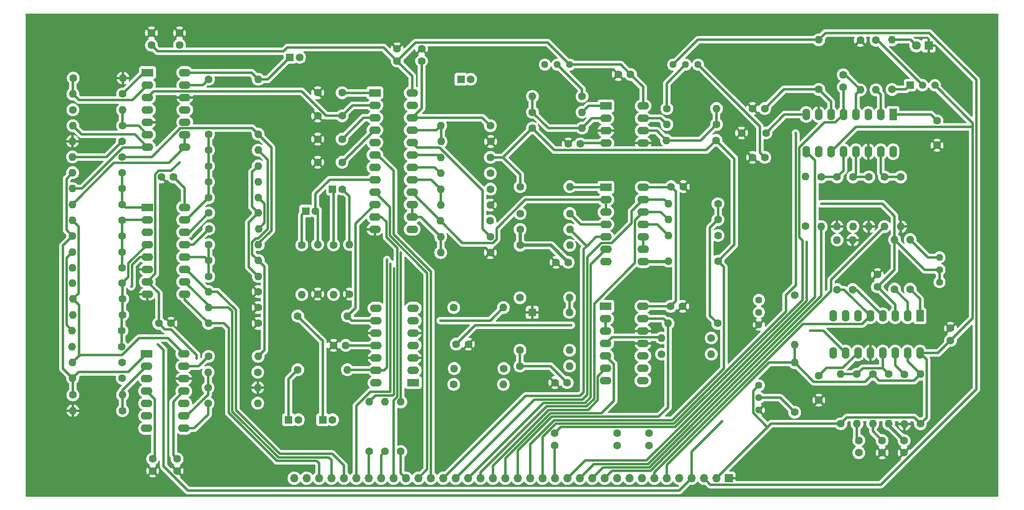
<source format=gbr>
%TF.GenerationSoftware,KiCad,Pcbnew,6.0.6-3a73a75311~116~ubuntu21.10.1*%
%TF.CreationDate,2022-08-24T00:04:32+02:00*%
%TF.ProjectId,polykit-x-voice-card,706f6c79-6b69-4742-9d78-2d766f696365,v0.0.4*%
%TF.SameCoordinates,Original*%
%TF.FileFunction,Copper,L2,Bot*%
%TF.FilePolarity,Positive*%
%FSLAX46Y46*%
G04 Gerber Fmt 4.6, Leading zero omitted, Abs format (unit mm)*
G04 Created by KiCad (PCBNEW 6.0.6-3a73a75311~116~ubuntu21.10.1) date 2022-08-24 00:04:32*
%MOMM*%
%LPD*%
G01*
G04 APERTURE LIST*
%TA.AperFunction,ComponentPad*%
%ADD10O,1.600000X1.600000*%
%TD*%
%TA.AperFunction,ComponentPad*%
%ADD11C,1.600000*%
%TD*%
%TA.AperFunction,ComponentPad*%
%ADD12R,1.600000X1.600000*%
%TD*%
%TA.AperFunction,ComponentPad*%
%ADD13R,2.400000X1.600000*%
%TD*%
%TA.AperFunction,ComponentPad*%
%ADD14O,2.400000X1.600000*%
%TD*%
%TA.AperFunction,ComponentPad*%
%ADD15C,1.440000*%
%TD*%
%TA.AperFunction,ComponentPad*%
%ADD16R,1.700000X1.700000*%
%TD*%
%TA.AperFunction,ComponentPad*%
%ADD17O,1.700000X1.700000*%
%TD*%
%TA.AperFunction,ComponentPad*%
%ADD18R,1.500000X1.500000*%
%TD*%
%TA.AperFunction,ComponentPad*%
%ADD19C,1.500000*%
%TD*%
%TA.AperFunction,ComponentPad*%
%ADD20R,1.800000X1.800000*%
%TD*%
%TA.AperFunction,ComponentPad*%
%ADD21C,1.800000*%
%TD*%
%TA.AperFunction,ComponentPad*%
%ADD22R,1.600000X2.400000*%
%TD*%
%TA.AperFunction,ComponentPad*%
%ADD23O,1.600000X2.400000*%
%TD*%
%TA.AperFunction,ViaPad*%
%ADD24C,0.508000*%
%TD*%
%TA.AperFunction,ViaPad*%
%ADD25C,3.500000*%
%TD*%
%TA.AperFunction,Conductor*%
%ADD26C,0.508000*%
%TD*%
%TA.AperFunction,Conductor*%
%ADD27C,0.635000*%
%TD*%
G04 APERTURE END LIST*
D10*
%TO.P,R38,2*%
%TO.N,+5V*%
X190760000Y-105300000D03*
D11*
%TO.P,R38,1*%
%TO.N,IN1*%
X180600000Y-105300000D03*
%TD*%
%TO.P,C31,1*%
%TO.N,GND*%
X196950000Y-60000000D03*
%TO.P,C31,2*%
%TO.N,Net-(C31-Pad2)*%
X201950000Y-60000000D03*
%TD*%
%TO.P,R92,1*%
%TO.N,X6*%
X70280000Y-77875000D03*
D10*
%TO.P,R92,2*%
%TO.N,B_LP1*%
X60120000Y-77875000D03*
%TD*%
D11*
%TO.P,R103,1*%
%TO.N,GND*%
X98080000Y-99000000D03*
D10*
%TO.P,R103,2*%
%TO.N,FILTER_MODE_C*%
X87920000Y-99000000D03*
%TD*%
D11*
%TO.P,R73,1*%
%TO.N,Net-(R69-Pad1)*%
X60170000Y-55250000D03*
D10*
%TO.P,R73,2*%
%TO.N,Net-(R73-Pad2)*%
X70330000Y-55250000D03*
%TD*%
D11*
%TO.P,R22,1*%
%TO.N,-5V*%
X151670000Y-79750000D03*
D10*
%TO.P,R22,2*%
%TO.N,RES_ADSR_NEG*%
X161830000Y-79750000D03*
%TD*%
D12*
%TO.P,C13,1*%
%TO.N,Net-(C13-Pad1)*%
X111294888Y-118750000D03*
D11*
%TO.P,C13,2*%
%TO.N,OUT_L*%
X113294888Y-118750000D03*
%TD*%
%TO.P,R67,1*%
%TO.N,Net-(R67-Pad1)*%
X87820000Y-112150000D03*
D10*
%TO.P,R67,2*%
%TO.N,GND*%
X97980000Y-112150000D03*
%TD*%
D11*
%TO.P,R39,1*%
%TO.N,Net-(C16-Pad2)*%
X145580000Y-68250000D03*
D10*
%TO.P,R39,2*%
%TO.N,Net-(R39-Pad2)*%
X135420000Y-68250000D03*
%TD*%
D11*
%TO.P,C25,1*%
%TO.N,Net-(C25-Pad1)*%
X225700000Y-123000000D03*
%TO.P,C25,2*%
%TO.N,GND*%
X225700000Y-125500000D03*
%TD*%
%TO.P,R34,1*%
%TO.N,GND*%
X145660000Y-61750000D03*
D10*
%TO.P,R34,2*%
%TO.N,FREQ*%
X135500000Y-61750000D03*
%TD*%
D13*
%TO.P,U1,1*%
%TO.N,Net-(D1-Pad2)*%
X169170000Y-95500000D03*
D14*
%TO.P,U1,2*%
%TO.N,IN1*%
X169170000Y-98040000D03*
%TO.P,U1,3*%
X169170000Y-100580000D03*
%TO.P,U1,4*%
%TO.N,Net-(R2-Pad2)*%
X169170000Y-103120000D03*
%TO.P,U1,5*%
%TO.N,TRIANGLE_ON*%
X169170000Y-105660000D03*
%TO.P,U1,6*%
%TO.N,EXTERNAL_ON*%
X169170000Y-108200000D03*
%TO.P,U1,7,VSS*%
%TO.N,-5V*%
X169170000Y-110740000D03*
%TO.P,U1,8*%
%TO.N,Net-(R3-Pad2)*%
X176790000Y-110740000D03*
%TO.P,U1,9*%
%TO.N,IN2*%
X176790000Y-108200000D03*
%TO.P,U1,10*%
%TO.N,unconnected-(U1-Pad10)*%
X176790000Y-105660000D03*
%TO.P,U1,11*%
%TO.N,GND*%
X176790000Y-103120000D03*
%TO.P,U1,12*%
X176790000Y-100580000D03*
%TO.P,U1,13*%
%TO.N,SAW_ON*%
X176790000Y-98040000D03*
%TO.P,U1,14,VDD*%
%TO.N,+12V*%
X176790000Y-95500000D03*
%TD*%
D11*
%TO.P,C36,1*%
%TO.N,GND*%
X76250000Y-39500000D03*
%TO.P,C36,2*%
%TO.N,+12V*%
X76250000Y-42000000D03*
%TD*%
%TO.P,R35,1*%
%TO.N,GND*%
X145580000Y-74750000D03*
D10*
%TO.P,R35,2*%
%TO.N,Net-(R35-Pad2)*%
X135420000Y-74750000D03*
%TD*%
D11*
%TO.P,R47,1*%
%TO.N,Net-(R44-Pad1)*%
X227050000Y-109420000D03*
D10*
%TO.P,R47,2*%
%TO.N,Net-(C24-Pad1)*%
X227050000Y-119580000D03*
%TD*%
D11*
%TO.P,R21,1*%
%TO.N,-5V*%
X192130000Y-74500000D03*
D10*
%TO.P,R21,2*%
%TO.N,RES_ADSR*%
X181970000Y-74500000D03*
%TD*%
D11*
%TO.P,R83,1*%
%TO.N,X2*%
X87920000Y-63500000D03*
D10*
%TO.P,R83,2*%
%TO.N,B_LP1*%
X98080000Y-63500000D03*
%TD*%
D11*
%TO.P,R13,1*%
%TO.N,Net-(R10-Pad2)*%
X191830000Y-58250000D03*
D10*
%TO.P,R13,2*%
%TO.N,Net-(R13-Pad2)*%
X181670000Y-58250000D03*
%TD*%
D11*
%TO.P,C29,1*%
%TO.N,Net-(C29-Pad1)*%
X158750000Y-121500000D03*
%TO.P,C29,2*%
%TO.N,TRIG*%
X158750000Y-124000000D03*
%TD*%
%TO.P,R46,1*%
%TO.N,+12V*%
X217250000Y-119555000D03*
D10*
%TO.P,R46,2*%
%TO.N,Net-(R44-Pad1)*%
X217250000Y-109395000D03*
%TD*%
D11*
%TO.P,C21,1*%
%TO.N,HSYNC*%
X171500000Y-124000000D03*
%TO.P,C21,2*%
%TO.N,Net-(C21-Pad2)*%
X171500000Y-121500000D03*
%TD*%
%TO.P,R68,1*%
%TO.N,Net-(R68-Pad1)*%
X70250000Y-61700000D03*
D10*
%TO.P,R68,2*%
%TO.N,GND*%
X60090000Y-61700000D03*
%TD*%
D11*
%TO.P,R20,1*%
%TO.N,RES_CV*%
X145500000Y-78000000D03*
D10*
%TO.P,R20,2*%
%TO.N,RES*%
X135340000Y-78000000D03*
%TD*%
D11*
%TO.P,R78,1*%
%TO.N,X4*%
X70280000Y-71375000D03*
D10*
%TO.P,R78,2*%
%TO.N,B_LP3*%
X60120000Y-71375000D03*
%TD*%
D12*
%TO.P,C9,1*%
%TO.N,Net-(C9-Pad1)*%
X107794888Y-76000000D03*
D11*
%TO.P,C9,2*%
%TO.N,Net-(C9-Pad2)*%
X109794888Y-76000000D03*
%TD*%
D15*
%TO.P,RV3,1,1*%
%TO.N,+12V*%
X200500000Y-111700000D03*
%TO.P,RV3,2,2*%
%TO.N,Net-(R42-Pad1)*%
X200500000Y-114240000D03*
%TO.P,RV3,3,3*%
%TO.N,GND*%
X200500000Y-116780000D03*
%TD*%
D11*
%TO.P,C12,1*%
%TO.N,GND*%
X110250000Y-66000000D03*
%TO.P,C12,2*%
%TO.N,A_LP1*%
X115250000Y-66000000D03*
%TD*%
%TO.P,R24,1*%
%TO.N,-5V*%
X151670000Y-83000000D03*
D10*
%TO.P,R24,2*%
%TO.N,FREQ_ADSR*%
X161830000Y-83000000D03*
%TD*%
D11*
%TO.P,R96,1*%
%TO.N,X7*%
X70280000Y-90750000D03*
D10*
%TO.P,R96,2*%
%TO.N,B_INPUT*%
X60120000Y-90750000D03*
%TD*%
D11*
%TO.P,R101,1*%
%TO.N,GND*%
X98080000Y-92500000D03*
D10*
%TO.P,R101,2*%
%TO.N,FILTER_MODE_A*%
X87920000Y-92500000D03*
%TD*%
D11*
%TO.P,R5,1*%
%TO.N,-5V*%
X151620000Y-107750000D03*
D10*
%TO.P,R5,2*%
%TO.N,EXTERNAL_ON*%
X161780000Y-107750000D03*
%TD*%
D11*
%TO.P,C26,1*%
%TO.N,Net-(C26-Pad1)*%
X212750000Y-109725000D03*
%TO.P,C26,2*%
%TO.N,GND*%
X212750000Y-114725000D03*
%TD*%
D15*
%TO.P,RV5,1,1*%
%TO.N,-5V*%
X237450000Y-90550000D03*
%TO.P,RV5,2,2*%
X237450000Y-88010000D03*
%TO.P,RV5,3,3*%
%TO.N,Net-(R49-Pad2)*%
X237450000Y-85470000D03*
%TD*%
D11*
%TO.P,R90,1*%
%TO.N,X5*%
X70280000Y-107000000D03*
D10*
%TO.P,R90,2*%
%TO.N,B_LP1*%
X60120000Y-107000000D03*
%TD*%
D11*
%TO.P,C2,1*%
%TO.N,GND*%
X184920000Y-95500000D03*
%TO.P,C2,2*%
%TO.N,+12V*%
X182420000Y-95500000D03*
%TD*%
D16*
%TO.P,J1,1,Pin_1*%
%TO.N,GND*%
X194350000Y-130725000D03*
D17*
%TO.P,J1,2,Pin_2*%
%TO.N,+12V*%
X191810000Y-130725000D03*
%TO.P,J1,3,Pin_3*%
%TO.N,-12V*%
X189270000Y-130725000D03*
%TO.P,J1,4,Pin_4*%
%TO.N,+5V*%
X186730000Y-130725000D03*
%TO.P,J1,5,Pin_5*%
%TO.N,-5V*%
X184190000Y-130725000D03*
%TO.P,J1,6,Pin_6*%
%TO.N,PITCH*%
X181650000Y-130725000D03*
%TO.P,J1,7,Pin_7*%
%TO.N,PWM*%
X179110000Y-130725000D03*
%TO.P,J1,8,Pin_8*%
%TO.N,FM*%
X176570000Y-130725000D03*
%TO.P,J1,9,Pin_9*%
%TO.N,SSYNC*%
X174030000Y-130725000D03*
%TO.P,J1,10,Pin_10*%
%TO.N,HSYNC*%
X171490000Y-130725000D03*
%TO.P,J1,11,Pin_11*%
%TO.N,ADSR_A*%
X168950000Y-130725000D03*
%TO.P,J1,12,Pin_12*%
%TO.N,ADSR_D*%
X166410000Y-130725000D03*
%TO.P,J1,13,Pin_13*%
%TO.N,ADSR_S*%
X163870000Y-130725000D03*
%TO.P,J1,14,Pin_14*%
%TO.N,ADSR_R*%
X161330000Y-130725000D03*
%TO.P,J1,15,Pin_15*%
%TO.N,TRIG*%
X158790000Y-130725000D03*
%TO.P,J1,16,Pin_16*%
%TO.N,GATE*%
X156250000Y-130725000D03*
%TO.P,J1,17,Pin_17*%
%TO.N,ADSR_OUT*%
X153710000Y-130725000D03*
%TO.P,J1,18,Pin_18*%
%TO.N,SAW_ON*%
X151170000Y-130725000D03*
%TO.P,J1,19,Pin_19*%
%TO.N,TRIANGLE_ON*%
X148630000Y-130725000D03*
%TO.P,J1,20,Pin_20*%
%TO.N,EXTERNAL_ON*%
X146090000Y-130725000D03*
%TO.P,J1,21,Pin_21*%
%TO.N,FREQ_ADSR_NEG*%
X143550000Y-130725000D03*
%TO.P,J1,22,Pin_22*%
%TO.N,FREQ_ADSR*%
X141010000Y-130725000D03*
%TO.P,J1,23,Pin_23*%
%TO.N,RES_ADSR*%
X138470000Y-130725000D03*
%TO.P,J1,24,Pin_24*%
%TO.N,RES_ADSR_NEG*%
X135930000Y-130725000D03*
%TO.P,J1,25,Pin_25*%
%TO.N,LVL1*%
X133390000Y-130725000D03*
%TO.P,J1,26,Pin_26*%
%TO.N,LVL2*%
X130850000Y-130725000D03*
%TO.P,J1,27,Pin_27*%
%TO.N,VCA_CV*%
X128310000Y-130725000D03*
%TO.P,J1,28,Pin_28*%
%TO.N,PAN_CV*%
X125770000Y-130725000D03*
%TO.P,J1,29,Pin_29*%
%TO.N,EXTERNAL_IN*%
X123230000Y-130725000D03*
%TO.P,J1,30,Pin_30*%
%TO.N,FREQ_CV*%
X120690000Y-130725000D03*
%TO.P,J1,31,Pin_31*%
%TO.N,RES_CV*%
X118150000Y-130725000D03*
%TO.P,J1,32,Pin_32*%
%TO.N,FILTER_MODE_A*%
X115610000Y-130725000D03*
%TO.P,J1,33,Pin_33*%
%TO.N,FILTER_MODE_B*%
X113070000Y-130725000D03*
%TO.P,J1,34,Pin_34*%
%TO.N,FILTER_MODE_C*%
X110530000Y-130725000D03*
%TO.P,J1,35,Pin_35*%
%TO.N,OUT_L*%
X107990000Y-130725000D03*
%TO.P,J1,36,Pin_36*%
%TO.N,OUT_R*%
X105450000Y-130725000D03*
%TD*%
D18*
%TO.P,Q1,1,E*%
%TO.N,Net-(Q1-Pad1)*%
X231410000Y-50220000D03*
D19*
%TO.P,Q1,2,B*%
%TO.N,Net-(Q1-Pad2)*%
X233950000Y-50220000D03*
%TO.P,Q1,3,C*%
%TO.N,+12V*%
X236490000Y-50220000D03*
%TD*%
D11*
%TO.P,R58,1*%
%TO.N,INT_D*%
X216500000Y-69000000D03*
D10*
%TO.P,R58,2*%
%TO.N,GND*%
X216500000Y-79160000D03*
%TD*%
D11*
%TO.P,R7,1*%
%TO.N,-5V*%
X151620000Y-104500000D03*
D10*
%TO.P,R7,2*%
%TO.N,TRIANGLE_ON*%
X161780000Y-104500000D03*
%TD*%
D11*
%TO.P,R45,1*%
%TO.N,+12V*%
X233550000Y-119580000D03*
D10*
%TO.P,R45,2*%
%TO.N,PITCH*%
X233550000Y-109420000D03*
%TD*%
D11*
%TO.P,C19,1*%
%TO.N,GND*%
X113500000Y-103500000D03*
%TO.P,C19,2*%
%TO.N,-12V*%
X116000000Y-103500000D03*
%TD*%
%TO.P,R33,1*%
%TO.N,Net-(C14-Pad1)*%
X106170000Y-108500000D03*
D10*
%TO.P,R33,2*%
%TO.N,R*%
X116330000Y-108500000D03*
%TD*%
D15*
%TO.P,RV1,1,1*%
%TO.N,+12V*%
X161800000Y-46000000D03*
%TO.P,RV1,2,2*%
%TO.N,Net-(R8-Pad1)*%
X159260000Y-46000000D03*
%TO.P,RV1,3,3*%
%TO.N,-12V*%
X156720000Y-46000000D03*
%TD*%
D11*
%TO.P,R37,1*%
%TO.N,GND*%
X145580000Y-84500000D03*
D10*
%TO.P,R37,2*%
%TO.N,Net-(R37-Pad2)*%
X135420000Y-84500000D03*
%TD*%
D11*
%TO.P,R64,1*%
%TO.N,Net-(Q1-Pad1)*%
X227750000Y-51080000D03*
D10*
%TO.P,R64,2*%
%TO.N,Net-(D2-Pad2)*%
X227750000Y-40920000D03*
%TD*%
D11*
%TO.P,C1,1*%
%TO.N,GND*%
X158780000Y-111125000D03*
%TO.P,C1,2*%
%TO.N,-5V*%
X161280000Y-111125000D03*
%TD*%
%TO.P,R41,1*%
%TO.N,VCA_OUT*%
X145580000Y-81250000D03*
D10*
%TO.P,R41,2*%
%TO.N,Net-(R37-Pad2)*%
X135420000Y-81250000D03*
%TD*%
D11*
%TO.P,R77,1*%
%TO.N,X4*%
X70280000Y-68125000D03*
D10*
%TO.P,R77,2*%
%TO.N,B_LP2*%
X60120000Y-68125000D03*
%TD*%
D12*
%TO.P,C15,1*%
%TO.N,Net-(C15-Pad1)*%
X139544888Y-49000000D03*
D11*
%TO.P,C15,2*%
%TO.N,VCF_OUT*%
X141544888Y-49000000D03*
%TD*%
%TO.P,R11,1*%
%TO.N,ADSR_OUT*%
X191750000Y-61500000D03*
D10*
%TO.P,R11,2*%
%TO.N,Net-(R10-Pad2)*%
X181590000Y-61500000D03*
%TD*%
D13*
%TO.P,U3,1*%
%TO.N,Net-(R14-Pad2)*%
X169200000Y-71125000D03*
D14*
%TO.P,U3,2*%
%TO.N,RES*%
X169200000Y-73665000D03*
%TO.P,U3,3*%
X169200000Y-76205000D03*
%TO.P,U3,4*%
%TO.N,Net-(R15-Pad2)*%
X169200000Y-78745000D03*
%TO.P,U3,5*%
%TO.N,RES_ADSR_NEG*%
X169200000Y-81285000D03*
%TO.P,U3,6*%
%TO.N,FREQ_ADSR*%
X169200000Y-83825000D03*
%TO.P,U3,7,VSS*%
%TO.N,-5V*%
X169200000Y-86365000D03*
%TO.P,U3,8*%
%TO.N,Net-(R16-Pad2)*%
X176820000Y-86365000D03*
%TO.P,U3,9*%
%TO.N,FREQ*%
X176820000Y-83825000D03*
%TO.P,U3,10*%
X176820000Y-81285000D03*
%TO.P,U3,11*%
%TO.N,Net-(R17-Pad2)*%
X176820000Y-78745000D03*
%TO.P,U3,12*%
%TO.N,FREQ_ADSR_NEG*%
X176820000Y-76205000D03*
%TO.P,U3,13*%
%TO.N,RES_ADSR*%
X176820000Y-73665000D03*
%TO.P,U3,14,VDD*%
%TO.N,+12V*%
X176820000Y-71125000D03*
%TD*%
D11*
%TO.P,R50,1*%
%TO.N,Net-(R50-Pad1)*%
X228250000Y-92000000D03*
D10*
%TO.P,R50,2*%
%TO.N,-5V*%
X228250000Y-81840000D03*
%TD*%
D11*
%TO.P,C11,1*%
%TO.N,GND*%
X110250000Y-61250000D03*
%TO.P,C11,2*%
%TO.N,A_LP2*%
X115250000Y-61250000D03*
%TD*%
%TO.P,R65,1*%
%TO.N,Net-(R65-Pad1)*%
X60250000Y-48750000D03*
D10*
%TO.P,R65,2*%
%TO.N,GND*%
X70410000Y-48750000D03*
%TD*%
D11*
%TO.P,R29,1*%
%TO.N,INT_IN2*%
X138080000Y-111500000D03*
D10*
%TO.P,R29,2*%
%TO.N,IN2*%
X148240000Y-111500000D03*
%TD*%
D11*
%TO.P,R19,1*%
%TO.N,VCA_CV*%
X127250000Y-125250000D03*
D10*
%TO.P,R19,2*%
%TO.N,VCA*%
X127250000Y-115090000D03*
%TD*%
D11*
%TO.P,R72,1*%
%TO.N,B_INPUT*%
X70250000Y-64900000D03*
D10*
%TO.P,R72,2*%
%TO.N,Net-(R68-Pad1)*%
X60090000Y-64900000D03*
%TD*%
D11*
%TO.P,R6,1*%
%TO.N,-5V*%
X192080000Y-99000000D03*
D10*
%TO.P,R6,2*%
%TO.N,SAW_ON*%
X181920000Y-99000000D03*
%TD*%
D20*
%TO.P,D2,1,K*%
%TO.N,GND*%
X235225000Y-42080000D03*
D21*
%TO.P,D2,2,A*%
%TO.N,Net-(D2-Pad2)*%
X232685000Y-42080000D03*
%TD*%
D11*
%TO.P,R71,1*%
%TO.N,Net-(R71-Pad1)*%
X98000000Y-109000000D03*
D10*
%TO.P,R71,2*%
%TO.N,Net-(R67-Pad1)*%
X87840000Y-109000000D03*
%TD*%
D11*
%TO.P,R52,1*%
%TO.N,PWM*%
X216500000Y-92080000D03*
D10*
%TO.P,R52,2*%
%TO.N,PULSE*%
X216500000Y-81920000D03*
%TD*%
D11*
%TO.P,C39,1*%
%TO.N,GND*%
X78250000Y-69000000D03*
%TO.P,C39,2*%
%TO.N,+5V*%
X80750000Y-69000000D03*
%TD*%
%TO.P,R91,1*%
%TO.N,X5*%
X70280000Y-110250000D03*
D10*
%TO.P,R91,2*%
%TO.N,B_LP2*%
X60120000Y-110250000D03*
%TD*%
D12*
%TO.P,C7,1*%
%TO.N,Net-(C7-Pad1)*%
X113294888Y-71500000D03*
D11*
%TO.P,C7,2*%
%TO.N,Net-(C7-Pad2)*%
X115294888Y-71500000D03*
%TD*%
%TO.P,R94,1*%
%TO.N,X6*%
X70280000Y-84375000D03*
D10*
%TO.P,R94,2*%
%TO.N,B_LP3*%
X60120000Y-84375000D03*
%TD*%
D11*
%TO.P,R15,1*%
%TO.N,Net-(R12-Pad2)*%
X151670000Y-76500000D03*
D10*
%TO.P,R15,2*%
%TO.N,Net-(R15-Pad2)*%
X161830000Y-76500000D03*
%TD*%
D13*
%TO.P,U9,1*%
%TO.N,B_LP2*%
X75250000Y-105250000D03*
D14*
%TO.P,U9,2,-*%
%TO.N,Net-(R66-Pad1)*%
X75250000Y-107790000D03*
%TO.P,U9,3,+*%
%TO.N,A_LP2*%
X75250000Y-110330000D03*
%TO.P,U9,4,V+*%
%TO.N,+12V*%
X75250000Y-112870000D03*
%TO.P,U9,5,+*%
%TO.N,A_INPUT*%
X75250000Y-115410000D03*
%TO.P,U9,6,-*%
%TO.N,Net-(R68-Pad1)*%
X75250000Y-117950000D03*
%TO.P,U9,7*%
%TO.N,B_INPUT*%
X75250000Y-120490000D03*
%TO.P,U9,8*%
%TO.N,Net-(R71-Pad1)*%
X82870000Y-120490000D03*
%TO.P,U9,9,-*%
%TO.N,Net-(R67-Pad1)*%
X82870000Y-117950000D03*
%TO.P,U9,10,+*%
%TO.N,A_LP1*%
X82870000Y-115410000D03*
%TO.P,U9,11,V-*%
%TO.N,-12V*%
X82870000Y-112870000D03*
%TO.P,U9,12,+*%
%TO.N,GND*%
X82870000Y-110330000D03*
%TO.P,U9,13,-*%
%TO.N,Net-(R74-Pad2)*%
X82870000Y-107790000D03*
%TO.P,U9,14*%
%TO.N,B_LP1*%
X82870000Y-105250000D03*
%TD*%
D11*
%TO.P,R82,1*%
%TO.N,X2*%
X87920000Y-60250000D03*
D10*
%TO.P,R82,2*%
%TO.N,B_INPUT*%
X98080000Y-60250000D03*
%TD*%
D11*
%TO.P,R49,1*%
%TO.N,Net-(R49-Pad1)*%
X231450000Y-92000000D03*
D10*
%TO.P,R49,2*%
%TO.N,Net-(R49-Pad2)*%
X231450000Y-81840000D03*
%TD*%
D11*
%TO.P,C38,1*%
%TO.N,GND*%
X76500000Y-129250000D03*
%TO.P,C38,2*%
%TO.N,+12V*%
X76500000Y-126750000D03*
%TD*%
%TO.P,R8,1*%
%TO.N,Net-(R8-Pad1)*%
X164330000Y-52500000D03*
D10*
%TO.P,R8,2*%
%TO.N,Net-(R12-Pad1)*%
X154170000Y-52500000D03*
%TD*%
D11*
%TO.P,R30,1*%
%TO.N,GND*%
X116750000Y-93000000D03*
D10*
%TO.P,R30,2*%
%TO.N,Net-(C7-Pad2)*%
X116750000Y-82840000D03*
%TD*%
D11*
%TO.P,R74,1*%
%TO.N,Net-(R71-Pad1)*%
X87820000Y-115350000D03*
D10*
%TO.P,R74,2*%
%TO.N,Net-(R74-Pad2)*%
X97980000Y-115350000D03*
%TD*%
D11*
%TO.P,R53,1*%
%TO.N,PULSE*%
X219700000Y-92080000D03*
D10*
%TO.P,R53,2*%
%TO.N,GND*%
X219700000Y-81920000D03*
%TD*%
D11*
%TO.P,R14,1*%
%TO.N,ADSR_OUT*%
X151670000Y-71000000D03*
D10*
%TO.P,R14,2*%
%TO.N,Net-(R14-Pad2)*%
X161830000Y-71000000D03*
%TD*%
D11*
%TO.P,C34,1*%
%TO.N,GND*%
X199200000Y-65000000D03*
%TO.P,C34,2*%
%TO.N,+12V*%
X201700000Y-65000000D03*
%TD*%
%TO.P,R55,1*%
%TO.N,INT_D*%
X213250000Y-69000000D03*
D10*
%TO.P,R55,2*%
%TO.N,ADSR_D*%
X213250000Y-79160000D03*
%TD*%
D22*
%TO.P,U7,1,CAP*%
%TO.N,Net-(C32-Pad2)*%
X227950000Y-56200000D03*
D23*
%TO.P,U7,2,ENVOUT*%
%TO.N,ADSR_OUT*%
X225410000Y-56200000D03*
%TO.P,U7,3,VP*%
%TO.N,unconnected-(U7-Pad3)*%
X222870000Y-56200000D03*
%TO.P,U7,4,GATE*%
%TO.N,GATE*%
X220330000Y-56200000D03*
%TO.P,U7,5,TRIG*%
%TO.N,Net-(C29-Pad1)*%
X217790000Y-56200000D03*
%TO.P,U7,6,VEE*%
%TO.N,Net-(C33-Pad2)*%
X215250000Y-56200000D03*
%TO.P,U7,7,PGND*%
%TO.N,GND*%
X212710000Y-56200000D03*
%TO.P,U7,8,CCOMP*%
%TO.N,Net-(C31-Pad2)*%
X210170000Y-56200000D03*
%TO.P,U7,9,VCS*%
%TO.N,ADSR_S*%
X210170000Y-63820000D03*
%TO.P,U7,10,IIN*%
%TO.N,/AS3310/IIN*%
X212710000Y-63820000D03*
%TO.P,U7,11,VCC*%
%TO.N,+12V*%
X215250000Y-63820000D03*
%TO.P,U7,12,VCD*%
%TO.N,INT_D*%
X217790000Y-63820000D03*
%TO.P,U7,13,VCR*%
%TO.N,INT_R*%
X220330000Y-63820000D03*
%TO.P,U7,14,GND*%
%TO.N,GND*%
X222870000Y-63820000D03*
%TO.P,U7,15,VCA*%
%TO.N,INT_A*%
X225410000Y-63820000D03*
%TO.P,U7,16,ATKOUT*%
%TO.N,unconnected-(U7-Pad16)*%
X227950000Y-63820000D03*
%TD*%
D11*
%TO.P,R88,1*%
%TO.N,X3*%
X87950000Y-86125000D03*
D10*
%TO.P,R88,2*%
%TO.N,B_LP1*%
X98110000Y-86125000D03*
%TD*%
D11*
%TO.P,R43,1*%
%TO.N,Net-(R43-Pad1)*%
X207825000Y-93170000D03*
D10*
%TO.P,R43,2*%
%TO.N,PITCH*%
X207825000Y-103330000D03*
%TD*%
D11*
%TO.P,R95,1*%
%TO.N,X6*%
X70280000Y-87625000D03*
D10*
%TO.P,R95,2*%
%TO.N,B_LP4*%
X60120000Y-87625000D03*
%TD*%
D11*
%TO.P,R102,1*%
%TO.N,GND*%
X98080000Y-95750000D03*
D10*
%TO.P,R102,2*%
%TO.N,FILTER_MODE_B*%
X87920000Y-95750000D03*
%TD*%
D11*
%TO.P,R18,1*%
%TO.N,ADSR_OUT*%
X145580000Y-65000000D03*
D10*
%TO.P,R18,2*%
%TO.N,VCA*%
X135420000Y-65000000D03*
%TD*%
D11*
%TO.P,R60,1*%
%TO.N,GND*%
X221250000Y-41000000D03*
D10*
%TO.P,R60,2*%
%TO.N,GATE*%
X221250000Y-51160000D03*
%TD*%
D11*
%TO.P,R57,1*%
%TO.N,INT_R*%
X223000000Y-69000000D03*
D10*
%TO.P,R57,2*%
%TO.N,GND*%
X223000000Y-79160000D03*
%TD*%
D11*
%TO.P,C20,1*%
%TO.N,GND*%
X141080000Y-103250000D03*
%TO.P,C20,2*%
%TO.N,+12V*%
X138580000Y-103250000D03*
%TD*%
%TO.P,R85,1*%
%TO.N,X2*%
X87920000Y-70000000D03*
D10*
%TO.P,R85,2*%
%TO.N,B_LP3*%
X98080000Y-70000000D03*
%TD*%
D11*
%TO.P,C35,1*%
%TO.N,GND*%
X82000000Y-39500000D03*
%TO.P,C35,2*%
%TO.N,-12V*%
X82000000Y-42000000D03*
%TD*%
D13*
%TO.P,U2,1*%
%TO.N,Net-(R12-Pad2)*%
X169200000Y-54450000D03*
D14*
%TO.P,U2,2,-*%
%TO.N,Net-(R12-Pad1)*%
X169200000Y-56990000D03*
%TO.P,U2,3,+*%
%TO.N,GND*%
X169200000Y-59530000D03*
%TO.P,U2,4,V-*%
%TO.N,-12V*%
X169200000Y-62070000D03*
%TO.P,U2,5,+*%
%TO.N,GND*%
X176820000Y-62070000D03*
%TO.P,U2,6,-*%
%TO.N,Net-(R10-Pad2)*%
X176820000Y-59530000D03*
%TO.P,U2,7*%
%TO.N,Net-(R13-Pad2)*%
X176820000Y-56990000D03*
%TO.P,U2,8,V+*%
%TO.N,+12V*%
X176820000Y-54450000D03*
%TD*%
D11*
%TO.P,R32,1*%
%TO.N,Net-(C13-Pad1)*%
X106170000Y-97500000D03*
D10*
%TO.P,R32,2*%
%TO.N,L*%
X116330000Y-97500000D03*
%TD*%
D11*
%TO.P,R62,1*%
%TO.N,ADSR_OUT*%
X210000000Y-79080000D03*
D10*
%TO.P,R62,2*%
%TO.N,/AS3310/IIN*%
X210000000Y-68920000D03*
%TD*%
D11*
%TO.P,R9,1*%
%TO.N,ADSR_OUT*%
X154170000Y-59000000D03*
D10*
%TO.P,R9,2*%
%TO.N,Net-(R12-Pad1)*%
X164330000Y-59000000D03*
%TD*%
D11*
%TO.P,R75,1*%
%TO.N,Net-(R73-Pad2)*%
X70330000Y-58500000D03*
D10*
%TO.P,R75,2*%
%TO.N,B_LP3*%
X60170000Y-58500000D03*
%TD*%
D11*
%TO.P,R16,1*%
%TO.N,ADSR_OUT*%
X192130000Y-86250000D03*
D10*
%TO.P,R16,2*%
%TO.N,Net-(R16-Pad2)*%
X181970000Y-86250000D03*
%TD*%
D11*
%TO.P,R84,1*%
%TO.N,X2*%
X87920000Y-66750000D03*
D10*
%TO.P,R84,2*%
%TO.N,B_LP2*%
X98080000Y-66750000D03*
%TD*%
D11*
%TO.P,C28,1*%
%TO.N,+12V*%
X239700000Y-102500000D03*
%TO.P,C28,2*%
%TO.N,GND*%
X239700000Y-100000000D03*
%TD*%
%TO.P,C30,1*%
%TO.N,GATE*%
X217750000Y-48080000D03*
%TO.P,C30,2*%
%TO.N,Net-(C29-Pad1)*%
X217750000Y-50580000D03*
%TD*%
%TO.P,R79,1*%
%TO.N,X4*%
X70280000Y-74625000D03*
D10*
%TO.P,R79,2*%
%TO.N,B_LP4*%
X60120000Y-74625000D03*
%TD*%
D13*
%TO.P,U5,1,Cd*%
%TO.N,Net-(C8-Pad2)*%
X121950000Y-51775000D03*
D14*
%TO.P,U5,2,Cc*%
%TO.N,A_LP3*%
X121950000Y-54315000D03*
%TO.P,U5,3,Cb*%
%TO.N,A_LP2*%
X121950000Y-56855000D03*
%TO.P,U5,4,Ca*%
%TO.N,A_LP1*%
X121950000Y-59395000D03*
%TO.P,U5,5,FiltrIN*%
%TO.N,A_INPUT*%
X121950000Y-61935000D03*
%TO.P,U5,6,Cntrl1*%
%TO.N,LVL1*%
X121950000Y-64475000D03*
%TO.P,U5,7,IN1*%
%TO.N,Net-(C7-Pad2)*%
X121950000Y-67015000D03*
%TO.P,U5,8,IN2*%
%TO.N,Net-(C9-Pad2)*%
X121950000Y-69555000D03*
%TO.P,U5,9,Cntrl2*%
%TO.N,LVL2*%
X121950000Y-72095000D03*
%TO.P,U5,10,VCA5Out*%
%TO.N,L*%
X121950000Y-74635000D03*
%TO.P,U5,11,Cntrl5/6*%
%TO.N,PAN_CV*%
X121950000Y-77175000D03*
%TO.P,U5,12,GND*%
%TO.N,GND*%
X121950000Y-79715000D03*
%TO.P,U5,13,VCA6Out*%
%TO.N,R*%
X129570000Y-79715000D03*
%TO.P,U5,14,IN6*%
%TO.N,Net-(R37-Pad2)*%
X129570000Y-77175000D03*
%TO.P,U5,15,IN5*%
X129570000Y-74635000D03*
%TO.P,U5,16,RESCntrl3*%
%TO.N,RES*%
X129570000Y-72095000D03*
%TO.P,U5,17,RES*%
%TO.N,Net-(R35-Pad2)*%
X129570000Y-69555000D03*
%TO.P,U5,18,VCA4In*%
%TO.N,Net-(R39-Pad2)*%
X129570000Y-67015000D03*
%TO.P,U5,19,VCA4Cntrl*%
%TO.N,VCA*%
X129570000Y-64475000D03*
%TO.P,U5,20,VCA4Out*%
%TO.N,VCA_OUT*%
X129570000Y-61935000D03*
%TO.P,U5,21,VCFCV*%
%TO.N,FREQ*%
X129570000Y-59395000D03*
%TO.P,U5,22,V-*%
%TO.N,-5V*%
X129570000Y-56855000D03*
%TO.P,U5,23,VCFOUT*%
%TO.N,Net-(C15-Pad1)*%
X129570000Y-54315000D03*
%TO.P,U5,24,V+*%
%TO.N,+12V*%
X129570000Y-51775000D03*
%TD*%
D11*
%TO.P,C23,1*%
%TO.N,SSYNC*%
X178000000Y-124000000D03*
%TO.P,C23,2*%
%TO.N,Net-(C23-Pad2)*%
X178000000Y-121500000D03*
%TD*%
%TO.P,R98,1*%
%TO.N,X7*%
X70360000Y-97250000D03*
D10*
%TO.P,R98,2*%
%TO.N,B_LP2*%
X60200000Y-97250000D03*
%TD*%
D15*
%TO.P,RV4,1,1*%
%TO.N,HFT*%
X200500000Y-94200000D03*
%TO.P,RV4,2,2*%
%TO.N,Net-(R43-Pad1)*%
X200500000Y-96740000D03*
%TO.P,RV4,3,3*%
%TO.N,GND*%
X200500000Y-99280000D03*
%TD*%
D12*
%TO.P,C16,1*%
%TO.N,VCA_IN*%
X104544888Y-44500000D03*
D11*
%TO.P,C16,2*%
%TO.N,Net-(C16-Pad2)*%
X106544888Y-44500000D03*
%TD*%
%TO.P,C4,1*%
%TO.N,GND*%
X185050000Y-71000000D03*
%TO.P,C4,2*%
%TO.N,+12V*%
X182550000Y-71000000D03*
%TD*%
%TO.P,C5,1*%
%TO.N,GND*%
X161500000Y-62250000D03*
%TO.P,C5,2*%
%TO.N,-12V*%
X164000000Y-62250000D03*
%TD*%
%TO.P,R12,1*%
%TO.N,Net-(R12-Pad1)*%
X154170000Y-55750000D03*
D10*
%TO.P,R12,2*%
%TO.N,Net-(R12-Pad2)*%
X164330000Y-55750000D03*
%TD*%
D11*
%TO.P,R100,1*%
%TO.N,X7*%
X70200000Y-103750000D03*
D10*
%TO.P,R100,2*%
%TO.N,B_LP4*%
X60040000Y-103750000D03*
%TD*%
D11*
%TO.P,R76,1*%
%TO.N,Net-(R74-Pad2)*%
X87920000Y-105750000D03*
D10*
%TO.P,R76,2*%
%TO.N,B_LP1*%
X98080000Y-105750000D03*
%TD*%
D11*
%TO.P,R1,1*%
%TO.N,SAW*%
X151620000Y-93750000D03*
D10*
%TO.P,R1,2*%
%TO.N,Net-(D1-Pad2)*%
X161780000Y-93750000D03*
%TD*%
D11*
%TO.P,R42,1*%
%TO.N,Net-(R42-Pad1)*%
X207825000Y-117200000D03*
D10*
%TO.P,R42,2*%
%TO.N,PITCH*%
X207825000Y-107040000D03*
%TD*%
D11*
%TO.P,C6,1*%
%TO.N,GND*%
X171750000Y-48000000D03*
%TO.P,C6,2*%
%TO.N,+12V*%
X174250000Y-48000000D03*
%TD*%
%TO.P,C8,1*%
%TO.N,GND*%
X110250000Y-51750000D03*
%TO.P,C8,2*%
%TO.N,Net-(C8-Pad2)*%
X115250000Y-51750000D03*
%TD*%
%TO.P,R40,1*%
%TO.N,VCF_OUT*%
X145580000Y-71500000D03*
D10*
%TO.P,R40,2*%
%TO.N,Net-(R35-Pad2)*%
X135420000Y-71500000D03*
%TD*%
D15*
%TO.P,RV2,1,1*%
%TO.N,+12V*%
X188050000Y-46000000D03*
%TO.P,RV2,2,2*%
%TO.N,Net-(R10-Pad1)*%
X185510000Y-46000000D03*
%TO.P,RV2,3,3*%
%TO.N,-12V*%
X182970000Y-46000000D03*
%TD*%
D13*
%TO.P,U4,1*%
%TO.N,INT_IN2*%
X129800000Y-111125000D03*
D14*
%TO.P,U4,2,-*%
%TO.N,IN2*%
X129800000Y-108585000D03*
%TO.P,U4,3,+*%
%TO.N,GND*%
X129800000Y-106045000D03*
%TO.P,U4,4,V+*%
%TO.N,+12V*%
X129800000Y-103505000D03*
%TO.P,U4,5,+*%
%TO.N,GND*%
X129800000Y-100965000D03*
%TO.P,U4,6,-*%
%TO.N,IN1*%
X129800000Y-98425000D03*
%TO.P,U4,7*%
%TO.N,INT_IN1*%
X129800000Y-95885000D03*
%TO.P,U4,8*%
%TO.N,Net-(C13-Pad1)*%
X122180000Y-95885000D03*
%TO.P,U4,9,-*%
%TO.N,L*%
X122180000Y-98425000D03*
%TO.P,U4,10,+*%
%TO.N,GND*%
X122180000Y-100965000D03*
%TO.P,U4,11,V-*%
%TO.N,-12V*%
X122180000Y-103505000D03*
%TO.P,U4,12,+*%
%TO.N,GND*%
X122180000Y-106045000D03*
%TO.P,U4,13,-*%
%TO.N,R*%
X122180000Y-108585000D03*
%TO.P,U4,14*%
%TO.N,Net-(C14-Pad1)*%
X122180000Y-111125000D03*
%TD*%
D11*
%TO.P,R61,1*%
%TO.N,Net-(C33-Pad2)*%
X212750000Y-51080000D03*
D10*
%TO.P,R61,2*%
%TO.N,-12V*%
X212750000Y-40920000D03*
%TD*%
D22*
%TO.P,U6,1,SCALE1*%
%TO.N,Net-(R49-Pad1)*%
X233450000Y-97450000D03*
D23*
%TO.P,U6,2,SCALE2*%
%TO.N,Net-(R50-Pad1)*%
X230910000Y-97450000D03*
%TO.P,U6,3,VEE*%
%TO.N,-5V*%
X228370000Y-97450000D03*
%TO.P,U6,4,VP*%
%TO.N,PULSE*%
X225830000Y-97450000D03*
%TO.P,U6,5,VPWM*%
%TO.N,PWM*%
X223290000Y-97450000D03*
%TO.P,U6,6,VHSI*%
%TO.N,Net-(C21-Pad2)*%
X220750000Y-97450000D03*
%TO.P,U6,7,VHFT*%
%TO.N,HFT*%
X218210000Y-97450000D03*
%TO.P,U6,8,VSO*%
%TO.N,SAW*%
X215670000Y-97450000D03*
%TO.P,U6,9,VSSI*%
%TO.N,Net-(C23-Pad2)*%
X215670000Y-105070000D03*
%TO.P,U6,10,VTO*%
%TO.N,TRIANGLE*%
X218210000Y-105070000D03*
%TO.P,U6,11,CAP*%
%TO.N,Net-(C26-Pad1)*%
X220750000Y-105070000D03*
%TO.P,U6,12,GND*%
%TO.N,GND*%
X223290000Y-105070000D03*
%TO.P,U6,13,VLFI*%
%TO.N,Net-(R44-Pad1)*%
X225830000Y-105070000D03*
%TO.P,U6,14,VS*%
%TO.N,Net-(R51-Pad1)*%
X228370000Y-105070000D03*
%TO.P,U6,15,VFCI*%
%TO.N,PITCH*%
X230910000Y-105070000D03*
%TO.P,U6,16,VCC*%
%TO.N,+12V*%
X233450000Y-105070000D03*
%TD*%
D11*
%TO.P,R10,1*%
%TO.N,Net-(R10-Pad1)*%
X181670000Y-55000000D03*
D10*
%TO.P,R10,2*%
%TO.N,Net-(R10-Pad2)*%
X191830000Y-55000000D03*
%TD*%
D11*
%TO.P,R69,1*%
%TO.N,Net-(R69-Pad1)*%
X70330000Y-52000000D03*
D10*
%TO.P,R69,2*%
%TO.N,Net-(R65-Pad1)*%
X60170000Y-52000000D03*
%TD*%
D11*
%TO.P,C17,1*%
%TO.N,-5V*%
X131500000Y-45250000D03*
%TO.P,C17,2*%
%TO.N,GND*%
X131500000Y-42750000D03*
%TD*%
%TO.P,R97,1*%
%TO.N,X7*%
X70360000Y-94000000D03*
D10*
%TO.P,R97,2*%
%TO.N,B_LP1*%
X60200000Y-94000000D03*
%TD*%
D11*
%TO.P,R56,1*%
%TO.N,INT_R*%
X219750000Y-69000000D03*
D10*
%TO.P,R56,2*%
%TO.N,ADSR_R*%
X219750000Y-79160000D03*
%TD*%
D11*
%TO.P,C18,1*%
%TO.N,+12V*%
X126500000Y-45250000D03*
%TO.P,C18,2*%
%TO.N,GND*%
X126500000Y-42750000D03*
%TD*%
%TO.P,R51,1*%
%TO.N,Net-(R51-Pad1)*%
X230300000Y-109500000D03*
D10*
%TO.P,R51,2*%
%TO.N,GND*%
X230300000Y-119660000D03*
%TD*%
D11*
%TO.P,R104,1*%
%TO.N,Net-(R104-Pad1)*%
X87920000Y-49000000D03*
D10*
%TO.P,R104,2*%
%TO.N,VCA_IN*%
X98080000Y-49000000D03*
%TD*%
D11*
%TO.P,R26,1*%
%TO.N,Net-(C7-Pad1)*%
X113500000Y-82920000D03*
D10*
%TO.P,R26,2*%
%TO.N,INT_IN1*%
X113500000Y-93080000D03*
%TD*%
D11*
%TO.P,R87,1*%
%TO.N,X3*%
X87950000Y-82875000D03*
D10*
%TO.P,R87,2*%
%TO.N,B_INPUT*%
X98110000Y-82875000D03*
%TD*%
D11*
%TO.P,C3,1*%
%TO.N,GND*%
X159000000Y-86500000D03*
%TO.P,C3,2*%
%TO.N,-5V*%
X161500000Y-86500000D03*
%TD*%
%TO.P,C10,1*%
%TO.N,GND*%
X110250000Y-56500000D03*
%TO.P,C10,2*%
%TO.N,A_LP3*%
X115250000Y-56500000D03*
%TD*%
%TO.P,C40,1*%
%TO.N,GND*%
X80250000Y-99000000D03*
%TO.P,C40,2*%
%TO.N,-12V*%
X77750000Y-99000000D03*
%TD*%
%TO.P,R89,1*%
%TO.N,X3*%
X87950000Y-89375000D03*
D10*
%TO.P,R89,2*%
%TO.N,B_LP2*%
X98110000Y-89375000D03*
%TD*%
D11*
%TO.P,R66,1*%
%TO.N,Net-(R66-Pad1)*%
X70330000Y-116875000D03*
D10*
%TO.P,R66,2*%
%TO.N,GND*%
X60170000Y-116875000D03*
%TD*%
D11*
%TO.P,C24,1*%
%TO.N,Net-(C24-Pad1)*%
X230200000Y-123000000D03*
%TO.P,C24,2*%
%TO.N,GND*%
X230200000Y-125500000D03*
%TD*%
%TO.P,R31,1*%
%TO.N,GND*%
X110250000Y-93000000D03*
D10*
%TO.P,R31,2*%
%TO.N,Net-(C9-Pad2)*%
X110250000Y-82840000D03*
%TD*%
D11*
%TO.P,R99,1*%
%TO.N,X7*%
X70200000Y-100500000D03*
D10*
%TO.P,R99,2*%
%TO.N,B_LP3*%
X60040000Y-100500000D03*
%TD*%
D11*
%TO.P,R23,1*%
%TO.N,FREQ_CV*%
X120750000Y-125250000D03*
D10*
%TO.P,R23,2*%
%TO.N,FREQ*%
X120750000Y-115090000D03*
%TD*%
D11*
%TO.P,C33,1*%
%TO.N,GND*%
X199200000Y-55000000D03*
%TO.P,C33,2*%
%TO.N,Net-(C33-Pad2)*%
X201700000Y-55000000D03*
%TD*%
%TO.P,R36,1*%
%TO.N,-5V*%
X145580000Y-58500000D03*
D10*
%TO.P,R36,2*%
%TO.N,FREQ*%
X135420000Y-58500000D03*
%TD*%
D11*
%TO.P,C27,1*%
%TO.N,-5V*%
X224750000Y-91500000D03*
%TO.P,C27,2*%
%TO.N,GND*%
X224750000Y-89000000D03*
%TD*%
%TO.P,R3,1*%
%TO.N,EXTERNAL_IN*%
X124000000Y-125250000D03*
D10*
%TO.P,R3,2*%
%TO.N,Net-(R3-Pad2)*%
X124000000Y-115090000D03*
%TD*%
D13*
%TO.P,U8,1*%
%TO.N,Net-(R69-Pad1)*%
X75450000Y-47625000D03*
D14*
%TO.P,U8,2,-*%
%TO.N,Net-(R65-Pad1)*%
X75450000Y-50165000D03*
%TO.P,U8,3,+*%
%TO.N,A_LP3*%
X75450000Y-52705000D03*
%TO.P,U8,4,V+*%
%TO.N,+12V*%
X75450000Y-55245000D03*
%TO.P,U8,5,+*%
%TO.N,GND*%
X75450000Y-57785000D03*
%TO.P,U8,6,-*%
%TO.N,Net-(R73-Pad2)*%
X75450000Y-60325000D03*
%TO.P,U8,7*%
%TO.N,B_LP3*%
X75450000Y-62865000D03*
%TO.P,U8,8*%
%TO.N,B_LP4*%
X83070000Y-62865000D03*
%TO.P,U8,9,-*%
X83070000Y-60325000D03*
%TO.P,U8,10,+*%
%TO.N,VCF_OUT*%
X83070000Y-57785000D03*
%TO.P,U8,11,V-*%
%TO.N,-12V*%
X83070000Y-55245000D03*
%TO.P,U8,12,+*%
%TO.N,GND*%
X83070000Y-52705000D03*
%TO.P,U8,13,-*%
%TO.N,Net-(R104-Pad1)*%
X83070000Y-50165000D03*
%TO.P,U8,14*%
%TO.N,VCA_IN*%
X83070000Y-47625000D03*
%TD*%
D11*
%TO.P,R81,1*%
%TO.N,X1*%
X87950000Y-76375000D03*
D10*
%TO.P,R81,2*%
%TO.N,B_LP2*%
X98110000Y-76375000D03*
%TD*%
D11*
%TO.P,R44,1*%
%TO.N,Net-(R44-Pad1)*%
X220550000Y-109395000D03*
D10*
%TO.P,R44,2*%
%TO.N,Net-(C22-Pad1)*%
X220550000Y-119555000D03*
%TD*%
D11*
%TO.P,R28,1*%
%TO.N,INT_IN1*%
X138080000Y-95750000D03*
D10*
%TO.P,R28,2*%
%TO.N,IN1*%
X148240000Y-95750000D03*
%TD*%
D11*
%TO.P,R54,1*%
%TO.N,INT_A*%
X226200000Y-69000000D03*
D10*
%TO.P,R54,2*%
%TO.N,ADSR_A*%
X226200000Y-79160000D03*
%TD*%
D11*
%TO.P,R27,1*%
%TO.N,Net-(C9-Pad1)*%
X107000000Y-82920000D03*
D10*
%TO.P,R27,2*%
%TO.N,INT_IN2*%
X107000000Y-93080000D03*
%TD*%
D12*
%TO.P,C14,1*%
%TO.N,Net-(C14-Pad1)*%
X104294888Y-118750000D03*
D11*
%TO.P,C14,2*%
%TO.N,OUT_R*%
X106294888Y-118750000D03*
%TD*%
%TO.P,R86,1*%
%TO.N,X2*%
X87920000Y-73250000D03*
D10*
%TO.P,R86,2*%
%TO.N,B_LP4*%
X98080000Y-73250000D03*
%TD*%
D11*
%TO.P,R17,1*%
%TO.N,Net-(R13-Pad2)*%
X192130000Y-81000000D03*
D10*
%TO.P,R17,2*%
%TO.N,Net-(R17-Pad2)*%
X181970000Y-81000000D03*
%TD*%
D11*
%TO.P,C37,1*%
%TO.N,GND*%
X81500000Y-129250000D03*
%TO.P,C37,2*%
%TO.N,-12V*%
X81500000Y-126750000D03*
%TD*%
%TO.P,R25,1*%
%TO.N,-5V*%
X192130000Y-77750000D03*
D10*
%TO.P,R25,2*%
%TO.N,FREQ_ADSR_NEG*%
X181970000Y-77750000D03*
%TD*%
D11*
%TO.P,R59,1*%
%TO.N,INT_A*%
X229500000Y-69000000D03*
D10*
%TO.P,R59,2*%
%TO.N,GND*%
X229500000Y-79160000D03*
%TD*%
D11*
%TO.P,C32,1*%
%TO.N,GND*%
X236950000Y-62500000D03*
%TO.P,C32,2*%
%TO.N,Net-(C32-Pad2)*%
X236950000Y-57500000D03*
%TD*%
D12*
%TO.P,D1,1,K*%
%TO.N,GND*%
X154140000Y-96750000D03*
D10*
%TO.P,D1,2,A*%
%TO.N,Net-(D1-Pad2)*%
X161760000Y-96750000D03*
%TD*%
D11*
%TO.P,R93,1*%
%TO.N,X6*%
X70280000Y-81125000D03*
D10*
%TO.P,R93,2*%
%TO.N,B_LP2*%
X60120000Y-81125000D03*
%TD*%
D11*
%TO.P,R63,1*%
%TO.N,Net-(Q1-Pad2)*%
X224450000Y-41000000D03*
D10*
%TO.P,R63,2*%
%TO.N,ADSR_OUT*%
X224450000Y-51160000D03*
%TD*%
D13*
%TO.P,U10,1,X4*%
%TO.N,X4*%
X75400000Y-75225000D03*
D14*
%TO.P,U10,2,X6*%
%TO.N,X6*%
X75400000Y-77765000D03*
%TO.P,U10,3,X*%
%TO.N,Net-(R104-Pad1)*%
X75400000Y-80305000D03*
%TO.P,U10,4,X7*%
%TO.N,X7*%
X75400000Y-82845000D03*
%TO.P,U10,5,X5*%
%TO.N,X5*%
X75400000Y-85385000D03*
%TO.P,U10,6,INH*%
%TO.N,GND*%
X75400000Y-87925000D03*
%TO.P,U10,7,VEE*%
%TO.N,-12V*%
X75400000Y-90465000D03*
%TO.P,U10,8,VSS*%
%TO.N,GND*%
X75400000Y-93005000D03*
%TO.P,U10,9,C*%
%TO.N,FILTER_MODE_C*%
X83020000Y-93005000D03*
%TO.P,U10,10,B*%
%TO.N,FILTER_MODE_B*%
X83020000Y-90465000D03*
%TO.P,U10,11,A*%
%TO.N,FILTER_MODE_A*%
X83020000Y-87925000D03*
%TO.P,U10,12,X3*%
%TO.N,X3*%
X83020000Y-85385000D03*
%TO.P,U10,13,X0*%
%TO.N,X0*%
X83020000Y-82845000D03*
%TO.P,U10,14,X1*%
%TO.N,X1*%
X83020000Y-80305000D03*
%TO.P,U10,15,X2*%
%TO.N,X2*%
X83020000Y-77765000D03*
%TO.P,U10,16,VDD*%
%TO.N,+5V*%
X83020000Y-75225000D03*
%TD*%
D11*
%TO.P,R4,1*%
%TO.N,PULSE*%
X148330000Y-108250000D03*
D10*
%TO.P,R4,2*%
%TO.N,IN2*%
X138170000Y-108250000D03*
%TD*%
D11*
%TO.P,R70,1*%
%TO.N,B_LP2*%
X60170000Y-113625000D03*
D10*
%TO.P,R70,2*%
%TO.N,Net-(R66-Pad1)*%
X70330000Y-113625000D03*
%TD*%
D11*
%TO.P,R48,1*%
%TO.N,PITCH*%
X223800000Y-109420000D03*
D10*
%TO.P,R48,2*%
%TO.N,Net-(C25-Pad1)*%
X223800000Y-119580000D03*
%TD*%
D11*
%TO.P,R80,1*%
%TO.N,X0*%
X88000000Y-79625000D03*
D10*
%TO.P,R80,2*%
%TO.N,B_LP4*%
X98160000Y-79625000D03*
%TD*%
D11*
%TO.P,C22,1*%
%TO.N,Net-(C22-Pad1)*%
X220950000Y-122975000D03*
%TO.P,C22,2*%
%TO.N,FM*%
X220950000Y-125475000D03*
%TD*%
%TO.P,R2,1*%
%TO.N,TRIANGLE*%
X190750000Y-102000000D03*
D10*
%TO.P,R2,2*%
%TO.N,Net-(R2-Pad2)*%
X180590000Y-102000000D03*
%TD*%
D24*
%TO.N,+5V*%
X193000000Y-119000000D03*
D25*
%TO.N,GND*%
X55000000Y-130000000D03*
X245000000Y-40000000D03*
X245000000Y-130000000D03*
X55000000Y-40000000D03*
D24*
%TO.N,+12V*%
X162147267Y-99352733D03*
%TO.N,-12V*%
X82000000Y-66000000D03*
X85500000Y-106250000D03*
%TO.N,-5V*%
X213250000Y-74500000D03*
%TO.N,GATE*%
X208000000Y-60000000D03*
%TO.N,+5V*%
X77500000Y-103250000D03*
%TO.N,RES_CV*%
X125127440Y-86750000D03*
%TO.N,ADSR_R*%
X210250000Y-82250000D03*
%TO.N,VCA*%
X127250000Y-84500000D03*
%TO.N,FREQ*%
X125834960Y-87665040D03*
%TO.N,R*%
X124419920Y-85919920D03*
%TO.N,TRIANGLE*%
X211000000Y-100500000D03*
%TO.N,IN1*%
X135325000Y-98425000D03*
%TO.N,X5*%
X72084960Y-91500000D03*
%TD*%
D26*
%TO.N,+5V*%
X186730000Y-125270000D02*
X193000000Y-119000000D01*
X186730000Y-130725000D02*
X186730000Y-125270000D01*
%TO.N,GND*%
X82870000Y-110330000D02*
X83340000Y-110330000D01*
%TO.N,+12V*%
X103291377Y-43253511D02*
X104044888Y-42500000D01*
X176790000Y-95500000D02*
X182420000Y-95500000D01*
X182425000Y-71125000D02*
X182550000Y-71000000D01*
X233450000Y-105070000D02*
X234803511Y-106423511D01*
X77503511Y-43253511D02*
X103291377Y-43253511D01*
X239700000Y-102500000D02*
X244250000Y-97950000D01*
X183500000Y-71950000D02*
X183500000Y-94420000D01*
X174250000Y-48000000D02*
X172250000Y-46000000D01*
X233450000Y-105070000D02*
X237130000Y-105070000D01*
X199326489Y-117326489D02*
X202267500Y-120267500D01*
X237130000Y-105070000D02*
X239700000Y-102500000D01*
X176820000Y-54450000D02*
X176820000Y-50570000D01*
X200500000Y-111700000D02*
X199326489Y-112873511D01*
X75250000Y-112870000D02*
X76903520Y-114523520D01*
X129570000Y-51775000D02*
X129570000Y-48320000D01*
X200696489Y-63996489D02*
X200696489Y-58646489D01*
X233550000Y-119580000D02*
X232271489Y-118301489D01*
X218503511Y-118301489D02*
X217250000Y-119555000D01*
X244250000Y-97950000D02*
X244250000Y-58750000D01*
X244250000Y-58750000D02*
X244250000Y-57980000D01*
X104044888Y-42500000D02*
X123750000Y-42500000D01*
X123750000Y-42500000D02*
X126500000Y-45250000D01*
X161800000Y-46000000D02*
X157296489Y-41496489D01*
X76903520Y-126346480D02*
X76500000Y-126750000D01*
X172250000Y-46000000D02*
X161800000Y-46000000D01*
X176820000Y-71125000D02*
X182425000Y-71125000D01*
X244250000Y-57980000D02*
X236490000Y-50220000D01*
X76250000Y-42000000D02*
X77503511Y-43253511D01*
X200696489Y-58646489D02*
X188050000Y-46000000D01*
X191810000Y-130725000D02*
X202980000Y-119555000D01*
X138580000Y-103250000D02*
X142477267Y-99352733D01*
X199326489Y-112873511D02*
X199326489Y-117326489D01*
X201700000Y-65000000D02*
X200696489Y-63996489D01*
X244246489Y-58753511D02*
X244250000Y-58750000D01*
X182420000Y-95500000D02*
X183500000Y-94420000D01*
X234803511Y-118326489D02*
X233550000Y-119580000D01*
X202980000Y-119555000D02*
X217250000Y-119555000D01*
X232271489Y-118301489D02*
X218503511Y-118301489D01*
X176820000Y-50570000D02*
X174250000Y-48000000D01*
X215250000Y-63820000D02*
X220316489Y-58753511D01*
X76903520Y-114523520D02*
X76903520Y-126346480D01*
X142477267Y-99352733D02*
X162147267Y-99352733D01*
X234803511Y-106423511D02*
X234803511Y-118326489D01*
X130253511Y-41496489D02*
X126500000Y-45250000D01*
X220316489Y-58753511D02*
X244246489Y-58753511D01*
X182550000Y-71000000D02*
X183500000Y-71950000D01*
X157296489Y-41496489D02*
X130253511Y-41496489D01*
X129570000Y-48320000D02*
X126500000Y-45250000D01*
%TO.N,-12V*%
X235352022Y-39500000D02*
X214170000Y-39500000D01*
X79003511Y-100253511D02*
X77750000Y-99000000D01*
X164180000Y-62070000D02*
X164000000Y-62250000D01*
X76996489Y-68480778D02*
X76996489Y-70239467D01*
X188050000Y-40920000D02*
X182970000Y-46000000D01*
X214170000Y-39500000D02*
X212750000Y-40920000D01*
X116000000Y-103500000D02*
X122175000Y-103500000D01*
X169200000Y-62070000D02*
X164180000Y-62070000D01*
X225444222Y-132028511D02*
X244957520Y-112515213D01*
X80700001Y-115039999D02*
X80700001Y-125950001D01*
X212750000Y-40920000D02*
X188050000Y-40920000D01*
X189270000Y-130725000D02*
X190573511Y-132028511D01*
X77730778Y-67746489D02*
X76996489Y-68480778D01*
X80253511Y-67746489D02*
X77730778Y-67746489D01*
X80700001Y-125950001D02*
X81500000Y-126750000D01*
X85500000Y-106250000D02*
X85500000Y-105500000D01*
X82000000Y-66000000D02*
X80253511Y-67746489D01*
X76996489Y-70239467D02*
X77053520Y-70296498D01*
X80253511Y-100253511D02*
X79003511Y-100253511D01*
X82870000Y-112870000D02*
X80700001Y-115039999D01*
X244957520Y-112515213D02*
X244957520Y-49105498D01*
X85500000Y-105500000D02*
X80253511Y-100253511D01*
X77053520Y-88811480D02*
X75400000Y-90465000D01*
X77750000Y-92815000D02*
X77750000Y-99000000D01*
X75400000Y-90465000D02*
X77750000Y-92815000D01*
X77053520Y-70296498D02*
X77053520Y-88811480D01*
X122175000Y-103500000D02*
X122180000Y-103505000D01*
X244957520Y-49105498D02*
X235352022Y-39500000D01*
X190573511Y-132028511D02*
X225444222Y-132028511D01*
%TO.N,-5V*%
X192130000Y-74500000D02*
X192130000Y-77750000D01*
X224750000Y-91500000D02*
X228250000Y-88000000D01*
X143935000Y-56855000D02*
X129570000Y-56855000D01*
D27*
X151670000Y-83000000D02*
X151670000Y-79750000D01*
D26*
X228250000Y-81840000D02*
X228246489Y-81836489D01*
X192080000Y-99000000D02*
X190500000Y-97420000D01*
X228246489Y-81836489D02*
X228246489Y-76996489D01*
X157905000Y-107750000D02*
X151620000Y-107750000D01*
D27*
X161500000Y-86500000D02*
X158000000Y-83000000D01*
D26*
X161280000Y-111125000D02*
X157905000Y-107750000D01*
X228370000Y-95120000D02*
X224750000Y-91500000D01*
X145580000Y-58500000D02*
X143935000Y-56855000D01*
X234420000Y-88010000D02*
X228250000Y-81840000D01*
X228246489Y-76996489D02*
X225750000Y-74500000D01*
X225750000Y-74500000D02*
X213250000Y-74500000D01*
X190500000Y-97420000D02*
X190500000Y-79380000D01*
X237450000Y-90550000D02*
X237450000Y-88010000D01*
X131500000Y-54925000D02*
X131500000Y-45250000D01*
X228250000Y-88000000D02*
X228250000Y-81840000D01*
X190500000Y-79380000D02*
X192130000Y-77750000D01*
X129570000Y-56855000D02*
X131500000Y-54925000D01*
D27*
X158000000Y-83000000D02*
X151670000Y-83000000D01*
D26*
X237450000Y-88010000D02*
X234420000Y-88010000D01*
X228370000Y-97450000D02*
X228370000Y-95120000D01*
X151620000Y-104500000D02*
X151620000Y-107750000D01*
%TO.N,Net-(C7-Pad1)*%
X113500000Y-71705112D02*
X113294888Y-71500000D01*
X113500000Y-82920000D02*
X113500000Y-71705112D01*
%TO.N,Net-(C8-Pad2)*%
X115275000Y-51775000D02*
X115250000Y-51750000D01*
X121950000Y-51775000D02*
X115275000Y-51775000D01*
%TO.N,Net-(C9-Pad2)*%
X110250000Y-76455112D02*
X109794888Y-76000000D01*
X110250000Y-82840000D02*
X110250000Y-76455112D01*
X109794888Y-72492978D02*
X109794888Y-76000000D01*
X112732866Y-69555000D02*
X109794888Y-72492978D01*
X121950000Y-69555000D02*
X112732866Y-69555000D01*
%TO.N,Net-(C7-Pad2)*%
X116750000Y-72955112D02*
X115294888Y-71500000D01*
X116750000Y-82840000D02*
X116750000Y-72955112D01*
%TO.N,Net-(C9-Pad1)*%
X107000000Y-76794888D02*
X107794888Y-76000000D01*
X107000000Y-82920000D02*
X107000000Y-76794888D01*
%TO.N,A_LP3*%
X112022733Y-56500000D02*
X106974213Y-51451480D01*
X121950000Y-54315000D02*
X117435000Y-54315000D01*
X76703520Y-51451480D02*
X75450000Y-52705000D01*
X115250000Y-56500000D02*
X112022733Y-56500000D01*
X117435000Y-54315000D02*
X115250000Y-56500000D01*
X106974213Y-51451480D02*
X76703520Y-51451480D01*
%TO.N,A_LP2*%
X121950000Y-56855000D02*
X119645000Y-56855000D01*
X119645000Y-56855000D02*
X115250000Y-61250000D01*
%TO.N,A_LP1*%
X121950000Y-59395000D02*
X121855000Y-59395000D01*
X121855000Y-59395000D02*
X115250000Y-66000000D01*
%TO.N,Net-(C13-Pad1)*%
X111294888Y-102624888D02*
X106170000Y-97500000D01*
X111294888Y-118750000D02*
X111294888Y-102624888D01*
%TO.N,Net-(C14-Pad1)*%
X104294888Y-118750000D02*
X104294888Y-110375112D01*
X104294888Y-110375112D02*
X106170000Y-108500000D01*
%TO.N,VCA_IN*%
X98080000Y-49000000D02*
X100044888Y-49000000D01*
X96705000Y-47625000D02*
X98080000Y-49000000D01*
X83070000Y-47625000D02*
X96705000Y-47625000D01*
X100044888Y-49000000D02*
X104544888Y-44500000D01*
%TO.N,Net-(C22-Pad1)*%
X220550000Y-119555000D02*
X220550000Y-122575000D01*
X220550000Y-122575000D02*
X220950000Y-122975000D01*
%TO.N,Net-(C26-Pad1)*%
X214333511Y-108141489D02*
X212750000Y-109725000D01*
X217678511Y-108141489D02*
X214333511Y-108141489D01*
X220750000Y-105070000D02*
X217678511Y-108141489D01*
%TO.N,TRIG*%
X158750000Y-124000000D02*
X158750000Y-130685000D01*
X158750000Y-130685000D02*
X158790000Y-130725000D01*
%TO.N,GATE*%
X206055658Y-96555658D02*
X183072347Y-119538969D01*
X183072347Y-119538969D02*
X158938298Y-119538969D01*
X208000000Y-60000000D02*
X208038969Y-60038969D01*
X208038969Y-60038969D02*
X208038969Y-91183298D01*
X220330000Y-56200000D02*
X220330000Y-52080000D01*
X208038969Y-91183298D02*
X206055658Y-93166609D01*
X206055658Y-93166609D02*
X206055658Y-96555658D01*
X218170000Y-48080000D02*
X221250000Y-51160000D01*
X158938298Y-119538969D02*
X156250000Y-122227267D01*
X217750000Y-48080000D02*
X218170000Y-48080000D01*
X220330000Y-52080000D02*
X221250000Y-51160000D01*
X156250000Y-122227267D02*
X156250000Y-130725000D01*
D27*
%TO.N,Net-(C24-Pad1)*%
X227050000Y-119850000D02*
X230200000Y-123000000D01*
X227050000Y-119580000D02*
X227050000Y-119850000D01*
D26*
%TO.N,Net-(C25-Pad1)*%
X223800000Y-121100000D02*
X225700000Y-123000000D01*
X223800000Y-119580000D02*
X223800000Y-121100000D01*
%TO.N,Net-(D1-Pad2)*%
X161780000Y-96730000D02*
X161760000Y-96750000D01*
X161780000Y-93750000D02*
X161780000Y-96730000D01*
%TO.N,+5V*%
X83020000Y-75225000D02*
X83020000Y-71270000D01*
X186730000Y-130725000D02*
X184205000Y-133250000D01*
X184205000Y-133250000D02*
X180000000Y-133250000D01*
X78750000Y-104500000D02*
X77500000Y-103250000D01*
X180000000Y-133250000D02*
X83727267Y-133250000D01*
X78750000Y-112750000D02*
X78750000Y-104500000D01*
X83727267Y-133250000D02*
X78750000Y-128272733D01*
X83020000Y-71270000D02*
X80750000Y-69000000D01*
X78750000Y-128272733D02*
X78750000Y-112750000D01*
%TO.N,PITCH*%
X181650000Y-130725000D02*
X181650000Y-127965404D01*
X232216489Y-110753511D02*
X233550000Y-109420000D01*
X225133511Y-110753511D02*
X232216489Y-110753511D01*
X230910000Y-105070000D02*
X230910000Y-106780000D01*
X202575404Y-107040000D02*
X207825000Y-107040000D01*
X207825000Y-107040000D02*
X207825000Y-103330000D01*
X222241489Y-110978511D02*
X211763511Y-110978511D01*
X230910000Y-106780000D02*
X233550000Y-109420000D01*
X211763511Y-110978511D02*
X207825000Y-107040000D01*
X223800000Y-109420000D02*
X222241489Y-110978511D01*
X223800000Y-109420000D02*
X225133511Y-110753511D01*
X181650000Y-127965404D02*
X202575404Y-107040000D01*
%TO.N,PWM*%
X221636480Y-99103520D02*
X223290000Y-97450000D01*
X209511300Y-99103520D02*
X221636480Y-99103520D01*
X217920000Y-92080000D02*
X216500000Y-92080000D01*
X223290000Y-97450000D02*
X217920000Y-92080000D01*
X179110000Y-129504820D02*
X209511300Y-99103520D01*
X179110000Y-130725000D02*
X179110000Y-129504820D01*
%TO.N,LVL1*%
X133390000Y-88390000D02*
X125750000Y-80750000D01*
X125750000Y-67750000D02*
X122475000Y-64475000D01*
X125750000Y-80750000D02*
X125750000Y-67750000D01*
X122475000Y-64475000D02*
X121950000Y-64475000D01*
X133390000Y-130725000D02*
X133390000Y-88390000D01*
%TO.N,LVL2*%
X125042480Y-75187480D02*
X121950000Y-72095000D01*
X125042480Y-81043064D02*
X125042480Y-75187480D01*
X132682480Y-128892520D02*
X132682480Y-88683064D01*
X132682480Y-88683064D02*
X125042480Y-81043064D01*
X130850000Y-130725000D02*
X132682480Y-128892520D01*
%TO.N,VCA_CV*%
X127250000Y-129665000D02*
X127250000Y-125250000D01*
X128310000Y-130725000D02*
X127250000Y-129665000D01*
%TO.N,PAN_CV*%
X126542480Y-114024787D02*
X126542480Y-83543648D01*
X125770000Y-130725000D02*
X125770000Y-114797267D01*
X124334960Y-81336128D02*
X124334960Y-78250000D01*
X125770000Y-114797267D02*
X126542480Y-114024787D01*
X126542480Y-83543648D02*
X124334960Y-81336128D01*
X124334960Y-78250000D02*
X123259960Y-77175000D01*
X123259960Y-77175000D02*
X121950000Y-77175000D01*
%TO.N,FREQ_CV*%
X120690000Y-125310000D02*
X120750000Y-125250000D01*
X120690000Y-130725000D02*
X120690000Y-125310000D01*
%TO.N,RES_CV*%
X118150000Y-130725000D02*
X118150000Y-115917267D01*
X118150000Y-115917267D02*
X121067267Y-113000000D01*
X125127440Y-113000000D02*
X125127440Y-86750000D01*
X121067267Y-113000000D02*
X125127440Y-113000000D01*
%TO.N,FREQ_ADSR*%
X141010000Y-130725000D02*
X156441151Y-115293849D01*
X166101440Y-86923560D02*
X169200000Y-83825000D01*
X156441151Y-115293849D02*
X164954983Y-115293849D01*
X166101440Y-114147392D02*
X166101440Y-86923560D01*
X164954983Y-115293849D02*
X166101440Y-114147392D01*
%TO.N,FREQ_ADSR_NEG*%
X166808960Y-94954018D02*
X175166480Y-86596498D01*
X180425000Y-76205000D02*
X181970000Y-77750000D01*
X157071550Y-116001369D02*
X165248047Y-116001369D01*
X175166480Y-86596498D02*
X175166480Y-77858520D01*
X176820000Y-76205000D02*
X180425000Y-76205000D01*
X166808960Y-114440456D02*
X166808960Y-94954018D01*
X175166480Y-77858520D02*
X176820000Y-76205000D01*
X165248047Y-116001369D02*
X166808960Y-114440456D01*
X143550000Y-130725000D02*
X143550000Y-129522919D01*
X143550000Y-129522919D02*
X157071550Y-116001369D01*
%TO.N,RES_ADSR*%
X168313736Y-82538520D02*
X170420440Y-82538520D01*
X154608671Y-114586329D02*
X164413671Y-114586329D01*
X170420440Y-82538520D02*
X174458960Y-78500000D01*
X174458960Y-76026040D02*
X176820000Y-73665000D01*
X165393920Y-113606080D02*
X165393920Y-85458336D01*
X181135000Y-73665000D02*
X181970000Y-74500000D01*
X174458960Y-78500000D02*
X174458960Y-76026040D01*
X138470000Y-130725000D02*
X154608671Y-114586329D01*
X164413671Y-114586329D02*
X165393920Y-113606080D01*
X165393920Y-85458336D02*
X168313736Y-82538520D01*
X176820000Y-73665000D02*
X181135000Y-73665000D01*
%TO.N,RES_ADSR_NEG*%
X165375000Y-83125000D02*
X167215000Y-81285000D01*
X161830000Y-79750000D02*
X165205000Y-83125000D01*
X165205000Y-83125000D02*
X165375000Y-83125000D01*
X164686400Y-83813600D02*
X165375000Y-83125000D01*
X167215000Y-81285000D02*
X169200000Y-81285000D01*
X163871191Y-113878809D02*
X164686400Y-113063600D01*
X164686400Y-113063600D02*
X164686400Y-83813600D01*
X152776191Y-113878809D02*
X163871191Y-113878809D01*
X135930000Y-130725000D02*
X152776191Y-113878809D01*
%TO.N,ADSR_A*%
X168950000Y-130725000D02*
X170463244Y-129211756D01*
X170463244Y-129211756D02*
X178402480Y-129211756D01*
X215246489Y-92367747D02*
X215246489Y-90113511D01*
X215246489Y-90113511D02*
X226200000Y-79160000D01*
X178402480Y-129211756D02*
X215246489Y-92367747D01*
%TO.N,ADSR_D*%
X213250000Y-93363652D02*
X178109416Y-128504236D01*
X168630764Y-128504236D02*
X166410000Y-130725000D01*
X178109416Y-128504236D02*
X168630764Y-128504236D01*
X213250000Y-79160000D02*
X213250000Y-93363652D01*
%TO.N,ADSR_S*%
X212000000Y-76750000D02*
X211996489Y-76746489D01*
X166798284Y-127796716D02*
X177816352Y-127796716D01*
X211996489Y-93616579D02*
X211996489Y-76753511D01*
X177816352Y-127796716D02*
X211996489Y-93616579D01*
X211996489Y-76753511D02*
X212000000Y-76750000D01*
X211996489Y-65646489D02*
X210170000Y-63820000D01*
X163870000Y-130725000D02*
X166798284Y-127796716D01*
X211996489Y-76746489D02*
X211996489Y-65646489D01*
%TO.N,ADSR_R*%
X172250000Y-127089196D02*
X177523288Y-127089196D01*
X177523288Y-127089196D02*
X186806242Y-117806242D01*
X164965804Y-127089196D02*
X172250000Y-127089196D01*
X186806242Y-117806242D02*
X210250000Y-94362484D01*
X161330000Y-130725000D02*
X164965804Y-127089196D01*
X210250000Y-94362484D02*
X210250000Y-82250000D01*
%TO.N,ADSR_OUT*%
X191750000Y-61500000D02*
X189746489Y-63503511D01*
X153710000Y-123766683D02*
X158645234Y-118831449D01*
X182779283Y-118831449D02*
X193333511Y-108277221D01*
X148170000Y-65000000D02*
X151670000Y-68500000D01*
X153710000Y-130725000D02*
X153710000Y-123766683D01*
X193333511Y-87453511D02*
X192130000Y-86250000D01*
X145580000Y-65000000D02*
X148170000Y-65000000D01*
X189746489Y-63503511D02*
X158673511Y-63503511D01*
X148170000Y-65000000D02*
X154170000Y-59000000D01*
X193333511Y-108277221D02*
X193333511Y-87453511D01*
X151670000Y-68500000D02*
X151670000Y-71000000D01*
X195500000Y-65250000D02*
X195500000Y-82880000D01*
X158645234Y-118831449D02*
X182779283Y-118831449D01*
X191750000Y-61500000D02*
X195500000Y-65250000D01*
X225410000Y-56200000D02*
X225410000Y-52120000D01*
X158673511Y-63503511D02*
X154170000Y-59000000D01*
X225410000Y-52120000D02*
X224450000Y-51160000D01*
X195500000Y-82880000D02*
X192130000Y-86250000D01*
%TO.N,Net-(C29-Pad1)*%
X160003511Y-120246489D02*
X183365411Y-120246489D01*
X216136480Y-57853520D02*
X217790000Y-56200000D01*
X208746489Y-81384005D02*
X208746489Y-63003511D01*
X209430950Y-94180950D02*
X209430950Y-82068466D01*
X213896480Y-57853520D02*
X216136480Y-57853520D01*
X217790000Y-50620000D02*
X217750000Y-50580000D01*
X158750000Y-121500000D02*
X160003511Y-120246489D01*
X217790000Y-56200000D02*
X217790000Y-50620000D01*
X209430950Y-82068466D02*
X208746489Y-81384005D01*
X183365411Y-120246489D02*
X209430950Y-94180950D01*
X208746489Y-63003511D02*
X213896480Y-57853520D01*
%TO.N,Net-(C31-Pad2)*%
X205750000Y-56200000D02*
X201950000Y-60000000D01*
X210170000Y-56200000D02*
X205750000Y-56200000D01*
%TO.N,Net-(C32-Pad2)*%
X235650000Y-56200000D02*
X236950000Y-57500000D01*
X227950000Y-56200000D02*
X235650000Y-56200000D01*
%TO.N,Net-(C33-Pad2)*%
X212750000Y-51080000D02*
X205620000Y-51080000D01*
X215250000Y-53580000D02*
X212750000Y-51080000D01*
X215250000Y-56200000D02*
X215250000Y-53580000D01*
X205620000Y-51080000D02*
X201700000Y-55000000D01*
%TO.N,Net-(D2-Pad2)*%
X227750000Y-40920000D02*
X231525000Y-40920000D01*
X231525000Y-40920000D02*
X232685000Y-42080000D01*
%TO.N,EXTERNAL_IN*%
X123230000Y-130725000D02*
X123230000Y-126020000D01*
X123230000Y-126020000D02*
X124000000Y-125250000D01*
%TO.N,Net-(Q1-Pad1)*%
X230550000Y-51080000D02*
X231410000Y-50220000D01*
X227750000Y-51080000D02*
X230550000Y-51080000D01*
%TO.N,Net-(Q1-Pad2)*%
X224730000Y-41000000D02*
X224450000Y-41000000D01*
X233950000Y-50220000D02*
X224730000Y-41000000D01*
%TO.N,SAW_ON*%
X181920000Y-116203929D02*
X181920000Y-99000000D01*
X176790000Y-98040000D02*
X180960000Y-98040000D01*
X180960000Y-98040000D02*
X181920000Y-99000000D01*
X151170000Y-130725000D02*
X151170000Y-125080000D01*
X158126071Y-118123929D02*
X180000000Y-118123929D01*
X151170000Y-125080000D02*
X158126071Y-118123929D01*
X180000000Y-118123929D02*
X181920000Y-116203929D01*
%TO.N,Net-(R2-Pad2)*%
X169170000Y-103120000D02*
X170456480Y-101833520D01*
X180423520Y-101833520D02*
X180590000Y-102000000D01*
X170456480Y-101833520D02*
X180423520Y-101833520D01*
%TO.N,TRIANGLE_ON*%
X148630000Y-126619416D02*
X157833007Y-117416409D01*
X170823520Y-114842889D02*
X170823520Y-107313520D01*
X157833007Y-117416409D02*
X168250000Y-117416409D01*
X148630000Y-130725000D02*
X148630000Y-126619416D01*
X168250000Y-117416409D02*
X170823520Y-114842889D01*
X170823520Y-107313520D02*
X169170000Y-105660000D01*
%TO.N,EXTERNAL_ON*%
X157539943Y-116708889D02*
X146090000Y-128158832D01*
X169170000Y-108200000D02*
X167516480Y-109853520D01*
X165541111Y-116708889D02*
X157539943Y-116708889D01*
X167516480Y-109853520D02*
X167516480Y-114733520D01*
X146090000Y-128158832D02*
X146090000Y-130725000D01*
X167516480Y-114733520D02*
X165541111Y-116708889D01*
%TO.N,FILTER_MODE_A*%
X115610000Y-128110000D02*
X113250000Y-125750000D01*
X113250000Y-125750000D02*
X102500000Y-125750000D01*
X102500000Y-125750000D02*
X93500000Y-116750000D01*
X93500000Y-96250000D02*
X89750000Y-92500000D01*
X115610000Y-130725000D02*
X115610000Y-128110000D01*
X93500000Y-116750000D02*
X93500000Y-96250000D01*
X83020000Y-87925000D02*
X83345000Y-87925000D01*
X89750000Y-92500000D02*
X87920000Y-92500000D01*
X83345000Y-87925000D02*
X87920000Y-92500000D01*
%TO.N,FILTER_MODE_B*%
X87920000Y-95365000D02*
X87920000Y-95750000D01*
X83020000Y-90465000D02*
X87920000Y-95365000D01*
X113070000Y-130725000D02*
X113070000Y-127027520D01*
X92792480Y-96543064D02*
X91999416Y-95750000D01*
X102206936Y-126457520D02*
X92792480Y-117043064D01*
X113070000Y-127027520D02*
X112500000Y-126457520D01*
X91999416Y-95750000D02*
X87920000Y-95750000D01*
X92792480Y-117043064D02*
X92792480Y-96543064D01*
X112500000Y-126457520D02*
X102206936Y-126457520D01*
%TO.N,FILTER_MODE_C*%
X83020000Y-94100000D02*
X87920000Y-99000000D01*
X110530000Y-130725000D02*
X110530000Y-127695040D01*
X92084960Y-100000000D02*
X91084960Y-99000000D01*
X92084960Y-117336128D02*
X92084960Y-100000000D01*
X101913872Y-127165040D02*
X92084960Y-117336128D01*
X83020000Y-93005000D02*
X83020000Y-94100000D01*
X110530000Y-127695040D02*
X110000000Y-127165040D01*
X91084960Y-99000000D02*
X87920000Y-99000000D01*
X110000000Y-127165040D02*
X101913872Y-127165040D01*
%TO.N,VCA*%
X129570000Y-64475000D02*
X134895000Y-64475000D01*
X134895000Y-64475000D02*
X135420000Y-65000000D01*
X127250000Y-84500000D02*
X127250000Y-115090000D01*
%TO.N,RES*%
X146833511Y-81769222D02*
X146099222Y-82503511D01*
X139843511Y-82503511D02*
X135340000Y-78000000D01*
X146099222Y-82503511D02*
X139843511Y-82503511D01*
X146833511Y-79563756D02*
X146833511Y-81769222D01*
X169200000Y-73665000D02*
X152732267Y-73665000D01*
X152732267Y-73665000D02*
X146833511Y-79563756D01*
X169200000Y-73665000D02*
X169200000Y-76205000D01*
X129570000Y-72095000D02*
X129570000Y-72230000D01*
X129570000Y-72230000D02*
X135340000Y-78000000D01*
%TO.N,FREQ*%
X135500000Y-58580000D02*
X135420000Y-58500000D01*
X176820000Y-83825000D02*
X176820000Y-81285000D01*
X129570000Y-59395000D02*
X134525000Y-59395000D01*
X125584960Y-113750000D02*
X125834960Y-113500000D01*
X120750000Y-115090000D02*
X122090000Y-113750000D01*
X135500000Y-61750000D02*
X135500000Y-58580000D01*
X122090000Y-113750000D02*
X125584960Y-113750000D01*
X125834960Y-113500000D02*
X125834960Y-87665040D01*
X134525000Y-59395000D02*
X135420000Y-58500000D01*
%TO.N,L*%
X117255000Y-98425000D02*
X116330000Y-97500000D01*
X116330000Y-97500000D02*
X118003511Y-95826489D01*
X118003511Y-95826489D02*
X118003511Y-78581489D01*
X118003511Y-78581489D02*
X121950000Y-74635000D01*
X122180000Y-98425000D02*
X117255000Y-98425000D01*
%TO.N,R*%
X122095000Y-108500000D02*
X122180000Y-108585000D01*
X123834920Y-108585000D02*
X124419920Y-108000000D01*
X116330000Y-108500000D02*
X122095000Y-108500000D01*
X122180000Y-108585000D02*
X123834920Y-108585000D01*
X124419920Y-108000000D02*
X124419920Y-85919920D01*
%TO.N,PULSE*%
X220460000Y-92080000D02*
X219700000Y-92080000D01*
X225830000Y-97450000D02*
X220460000Y-92080000D01*
%TO.N,Net-(R8-Pad1)*%
X164330000Y-52500000D02*
X164330000Y-51070000D01*
X164330000Y-51070000D02*
X159260000Y-46000000D01*
%TO.N,Net-(R12-Pad1)*%
X164330000Y-59000000D02*
X157420000Y-59000000D01*
X154170000Y-55750000D02*
X154170000Y-52500000D01*
X166340000Y-56990000D02*
X164330000Y-59000000D01*
X169200000Y-56990000D02*
X166340000Y-56990000D01*
X157420000Y-59000000D02*
X154170000Y-55750000D01*
%TO.N,Net-(R10-Pad1)*%
X181670000Y-49840000D02*
X185510000Y-46000000D01*
X181670000Y-55000000D02*
X181670000Y-49840000D01*
%TO.N,VCA_OUT*%
X129570000Y-61935000D02*
X130638511Y-63003511D01*
X130638511Y-63003511D02*
X135196244Y-63003511D01*
X144000000Y-71807267D02*
X144000000Y-79670000D01*
X135196244Y-63003511D02*
X144000000Y-71807267D01*
X144000000Y-79670000D02*
X145580000Y-81250000D01*
%TO.N,Net-(R10-Pad2)*%
X181590000Y-61500000D02*
X188580000Y-61500000D01*
X179620000Y-59530000D02*
X181590000Y-61500000D01*
X191830000Y-58250000D02*
X191830000Y-55000000D01*
X176820000Y-59530000D02*
X179620000Y-59530000D01*
X188580000Y-61500000D02*
X191830000Y-58250000D01*
%TO.N,Net-(R12-Pad2)*%
X165630000Y-54450000D02*
X164330000Y-55750000D01*
X169200000Y-54450000D02*
X165630000Y-54450000D01*
%TO.N,Net-(R14-Pad2)*%
X169200000Y-71125000D02*
X161955000Y-71125000D01*
X161955000Y-71125000D02*
X161830000Y-71000000D01*
%TO.N,Net-(R15-Pad2)*%
X164075000Y-78745000D02*
X161830000Y-76500000D01*
X169200000Y-78745000D02*
X164075000Y-78745000D01*
D27*
%TO.N,Net-(R16-Pad2)*%
X176820000Y-86365000D02*
X181855000Y-86365000D01*
X181855000Y-86365000D02*
X181970000Y-86250000D01*
D26*
%TO.N,Net-(R17-Pad2)*%
X176820000Y-78745000D02*
X179715000Y-78745000D01*
X179715000Y-78745000D02*
X181970000Y-81000000D01*
%TO.N,INT_A*%
X225410000Y-63820000D02*
X225410000Y-68210000D01*
X226200000Y-69000000D02*
X229500000Y-69000000D01*
X225410000Y-68210000D02*
X226200000Y-69000000D01*
%TO.N,INT_D*%
X217790000Y-67710000D02*
X216500000Y-69000000D01*
X213250000Y-69000000D02*
X216500000Y-69000000D01*
X217790000Y-63820000D02*
X217790000Y-67710000D01*
%TO.N,INT_R*%
X220330000Y-63820000D02*
X220330000Y-68420000D01*
X220330000Y-68420000D02*
X219750000Y-69000000D01*
X219750000Y-69000000D02*
X223000000Y-69000000D01*
%TO.N,TRIANGLE*%
X218210000Y-105070000D02*
X213640000Y-100500000D01*
X213640000Y-100500000D02*
X211000000Y-100500000D01*
%TO.N,IN1*%
X169170000Y-98040000D02*
X169170000Y-100580000D01*
X135325000Y-98425000D02*
X145565000Y-98425000D01*
X145565000Y-98425000D02*
X148240000Y-95750000D01*
%TO.N,Net-(R35-Pad2)*%
X135420000Y-71500000D02*
X135420000Y-74750000D01*
X133475000Y-69555000D02*
X135420000Y-71500000D01*
X129570000Y-69555000D02*
X133475000Y-69555000D01*
%TO.N,Net-(R37-Pad2)*%
X129570000Y-77175000D02*
X131345000Y-77175000D01*
X131345000Y-77175000D02*
X135420000Y-81250000D01*
X135420000Y-81250000D02*
X135420000Y-84500000D01*
X129570000Y-74635000D02*
X129570000Y-77175000D01*
%TO.N,Net-(R39-Pad2)*%
X134185000Y-67015000D02*
X135420000Y-68250000D01*
X129570000Y-67015000D02*
X134185000Y-67015000D01*
%TO.N,Net-(R42-Pad1)*%
X204865000Y-114240000D02*
X207825000Y-117200000D01*
X200500000Y-114240000D02*
X204865000Y-114240000D01*
%TO.N,Net-(R44-Pad1)*%
X225830000Y-108200000D02*
X227050000Y-109420000D01*
X221778511Y-108166489D02*
X220550000Y-109395000D01*
X225796489Y-108166489D02*
X221778511Y-108166489D01*
X225830000Y-105070000D02*
X225830000Y-108200000D01*
X225830000Y-108200000D02*
X225796489Y-108166489D01*
X217250000Y-109395000D02*
X220550000Y-109395000D01*
%TO.N,Net-(R49-Pad1)*%
X233450000Y-97450000D02*
X233450000Y-94000000D01*
X233450000Y-94000000D02*
X231450000Y-92000000D01*
%TO.N,Net-(R49-Pad2)*%
X237450000Y-85470000D02*
X235080000Y-85470000D01*
X235080000Y-85470000D02*
X231450000Y-81840000D01*
%TO.N,Net-(R50-Pad1)*%
X230910000Y-94660000D02*
X228250000Y-92000000D01*
X230910000Y-97450000D02*
X230910000Y-94660000D01*
%TO.N,Net-(R51-Pad1)*%
X228370000Y-105070000D02*
X228370000Y-107570000D01*
X228370000Y-107570000D02*
X230300000Y-109500000D01*
%TO.N,Net-(R65-Pad1)*%
X60170000Y-48830000D02*
X60250000Y-48750000D01*
X72361489Y-53253511D02*
X61423511Y-53253511D01*
X75450000Y-50165000D02*
X72361489Y-53253511D01*
X61423511Y-53253511D02*
X60170000Y-52000000D01*
X60170000Y-52000000D02*
X60170000Y-48830000D01*
%TO.N,Net-(R66-Pad1)*%
X70330000Y-112710000D02*
X70330000Y-113625000D01*
X70330000Y-113625000D02*
X70330000Y-116875000D01*
X75250000Y-107790000D02*
X70330000Y-112710000D01*
%TO.N,Net-(R67-Pad1)*%
X83447267Y-117950000D02*
X87820000Y-113577267D01*
X87820000Y-109020000D02*
X87840000Y-109000000D01*
X82870000Y-117950000D02*
X83447267Y-117950000D01*
X87820000Y-112150000D02*
X87820000Y-109020000D01*
X87820000Y-113577267D02*
X87820000Y-112150000D01*
%TO.N,Net-(R68-Pad1)*%
X67050000Y-64900000D02*
X70250000Y-61700000D01*
X60090000Y-64900000D02*
X67050000Y-64900000D01*
%TO.N,Net-(R69-Pad1)*%
X75450000Y-47625000D02*
X74705000Y-47625000D01*
X74705000Y-47625000D02*
X70330000Y-52000000D01*
%TO.N,B_LP2*%
X60170000Y-113625000D02*
X60170000Y-110300000D01*
X61373511Y-108996489D02*
X60120000Y-110250000D01*
X75250000Y-105250000D02*
X71503511Y-108996489D01*
X96148969Y-78336031D02*
X98110000Y-76375000D01*
X58158969Y-83086031D02*
X58158969Y-108288969D01*
X60170000Y-110300000D02*
X60120000Y-110250000D01*
X71503511Y-108996489D02*
X61373511Y-108996489D01*
X58866489Y-69378511D02*
X58866489Y-79871489D01*
X58158969Y-108288969D02*
X60120000Y-110250000D01*
X60120000Y-81125000D02*
X58158969Y-83086031D01*
X96148969Y-87413969D02*
X96148969Y-78336031D01*
X98110000Y-89375000D02*
X96148969Y-87413969D01*
X60120000Y-68125000D02*
X58866489Y-69378511D01*
X58866489Y-79871489D02*
X60120000Y-81125000D01*
X98110000Y-76375000D02*
X96826489Y-75091489D01*
X96826489Y-75091489D02*
X96826489Y-68003511D01*
X96826489Y-68003511D02*
X98080000Y-66750000D01*
%TO.N,Net-(R71-Pad1)*%
X87820000Y-117680000D02*
X87820000Y-115350000D01*
X82870000Y-120490000D02*
X85010000Y-120490000D01*
X85010000Y-120490000D02*
X87820000Y-117680000D01*
%TO.N,B_INPUT*%
X70250000Y-64900000D02*
X76322256Y-64900000D01*
X100778551Y-62948551D02*
X98080000Y-60250000D01*
X76322256Y-64900000D02*
X82183736Y-59038520D01*
X87330552Y-58996489D02*
X96826489Y-58996489D01*
X98110000Y-82640584D02*
X100778551Y-79972033D01*
X98110000Y-82875000D02*
X98110000Y-82640584D01*
X87288521Y-59038520D02*
X87330552Y-58996489D01*
X82183736Y-59038520D02*
X87288521Y-59038520D01*
X96826489Y-58996489D02*
X98080000Y-60250000D01*
X100778551Y-79972033D02*
X100778551Y-62948551D01*
%TO.N,Net-(R73-Pad2)*%
X73625000Y-58500000D02*
X75450000Y-60325000D01*
X70330000Y-58500000D02*
X73625000Y-58500000D01*
X70330000Y-58500000D02*
X70330000Y-55250000D01*
%TO.N,Net-(R74-Pad2)*%
X87920000Y-105750000D02*
X85880000Y-107790000D01*
X85880000Y-107790000D02*
X82870000Y-107790000D01*
%TO.N,B_LP3*%
X62002267Y-71375000D02*
X70423756Y-62953511D01*
X70423756Y-62953511D02*
X75361489Y-62953511D01*
X58866489Y-99326489D02*
X60040000Y-100500000D01*
X58866489Y-85628511D02*
X58866489Y-99326489D01*
X60120000Y-71375000D02*
X62002267Y-71375000D01*
X61920000Y-60250000D02*
X60170000Y-58500000D01*
X72835000Y-60250000D02*
X61920000Y-60250000D01*
X60120000Y-84375000D02*
X58866489Y-85628511D01*
X75450000Y-62865000D02*
X72835000Y-60250000D01*
X75361489Y-62953511D02*
X75450000Y-62865000D01*
%TO.N,B_LP1*%
X98110000Y-86125000D02*
X99363511Y-87378511D01*
X82870000Y-105250000D02*
X79620000Y-102000000D01*
X79620000Y-102000000D02*
X73750000Y-102000000D01*
X61453511Y-95253511D02*
X60200000Y-94000000D01*
X100071031Y-65491031D02*
X98080000Y-63500000D01*
X70250000Y-105500000D02*
X61650000Y-105500000D01*
X73750000Y-102000000D02*
X70250000Y-105500000D01*
X60120000Y-77875000D02*
X61373511Y-79128511D01*
X100071031Y-79678969D02*
X100071031Y-65491031D01*
X61453511Y-105696489D02*
X61453511Y-95253511D01*
X61373511Y-79128511D02*
X61373511Y-92826489D01*
X99363511Y-87378511D02*
X99363511Y-104466489D01*
X61373511Y-92826489D02*
X60200000Y-94000000D01*
X61373511Y-105746489D02*
X60120000Y-107000000D01*
X100071031Y-79678969D02*
X98128511Y-81621489D01*
X97590778Y-81621489D02*
X96856489Y-82355778D01*
X98128511Y-81621489D02*
X97590778Y-81621489D01*
X61650000Y-105500000D02*
X61453511Y-105696489D01*
X99363511Y-104466489D02*
X98080000Y-105750000D01*
X96856489Y-82355778D02*
X96856489Y-84871489D01*
X96856489Y-84871489D02*
X98110000Y-86125000D01*
%TO.N,X4*%
X70280000Y-71375000D02*
X70280000Y-68125000D01*
X75400000Y-75225000D02*
X70880000Y-75225000D01*
X70280000Y-74625000D02*
X70280000Y-71375000D01*
X70880000Y-75225000D02*
X70280000Y-74625000D01*
%TO.N,B_LP4*%
X98160000Y-79625000D02*
X99363511Y-78421489D01*
X99363511Y-74533511D02*
X98080000Y-73250000D01*
X60120000Y-74625000D02*
X68591489Y-66153511D01*
X99363511Y-78421489D02*
X99363511Y-74533511D01*
X83070000Y-60325000D02*
X83070000Y-62865000D01*
X68591489Y-66153511D02*
X79781489Y-66153511D01*
X79781489Y-66153511D02*
X83070000Y-62865000D01*
%TO.N,X0*%
X84780000Y-82845000D02*
X88000000Y-79625000D01*
X83020000Y-82845000D02*
X84780000Y-82845000D01*
%TO.N,X1*%
X83020000Y-80305000D02*
X84020000Y-80305000D01*
X84020000Y-80305000D02*
X87950000Y-76375000D01*
%TO.N,X2*%
X87920000Y-66750000D02*
X87920000Y-63500000D01*
X83020000Y-77765000D02*
X83405000Y-77765000D01*
X83405000Y-77765000D02*
X87920000Y-73250000D01*
X87920000Y-73250000D02*
X87920000Y-70000000D01*
X87920000Y-63500000D02*
X87920000Y-60250000D01*
X87920000Y-70000000D02*
X87920000Y-66750000D01*
%TO.N,X3*%
X87210000Y-85385000D02*
X87950000Y-86125000D01*
X87950000Y-86125000D02*
X87950000Y-89375000D01*
X87950000Y-86125000D02*
X87950000Y-82875000D01*
X83020000Y-85385000D02*
X87210000Y-85385000D01*
%TO.N,X5*%
X72250000Y-87000000D02*
X73865000Y-85385000D01*
X73865000Y-85385000D02*
X75400000Y-85385000D01*
X72250000Y-91334960D02*
X72250000Y-87000000D01*
X72084960Y-91500000D02*
X72250000Y-91334960D01*
%TO.N,X6*%
X70280000Y-87625000D02*
X70280000Y-84375000D01*
X70280000Y-81125000D02*
X70280000Y-77875000D01*
X70280000Y-84375000D02*
X70280000Y-81125000D01*
X75400000Y-77765000D02*
X70390000Y-77765000D01*
X70390000Y-77765000D02*
X70280000Y-77875000D01*
%TO.N,X7*%
X70200000Y-103750000D02*
X70200000Y-100500000D01*
X71533511Y-89496489D02*
X70280000Y-90750000D01*
X70200000Y-100500000D02*
X70200000Y-97410000D01*
X75400000Y-82845000D02*
X71533511Y-86711489D01*
X70360000Y-94000000D02*
X70360000Y-90830000D01*
X70360000Y-90830000D02*
X70280000Y-90750000D01*
X71533511Y-86711489D02*
X71533511Y-89496489D01*
X70360000Y-97250000D02*
X70360000Y-94000000D01*
X70200000Y-97410000D02*
X70360000Y-97250000D01*
%TO.N,Net-(R104-Pad1)*%
X83070000Y-50165000D02*
X86755000Y-50165000D01*
X86755000Y-50165000D02*
X87920000Y-49000000D01*
%TO.N,Net-(R13-Pad2)*%
X176820000Y-56990000D02*
X180410000Y-56990000D01*
X180410000Y-56990000D02*
X181670000Y-58250000D01*
%TD*%
%TA.AperFunction,Conductor*%
%TO.N,GND*%
G36*
X249433621Y-35528502D02*
G01*
X249480114Y-35582158D01*
X249491500Y-35634500D01*
X249491500Y-134365500D01*
X249471498Y-134433621D01*
X249417842Y-134480114D01*
X249365500Y-134491500D01*
X50634500Y-134491500D01*
X50566379Y-134471498D01*
X50519886Y-134417842D01*
X50508500Y-134365500D01*
X50508500Y-130336062D01*
X75778493Y-130336062D01*
X75787789Y-130348077D01*
X75838994Y-130383931D01*
X75848489Y-130389414D01*
X76045947Y-130481490D01*
X76056239Y-130485236D01*
X76266688Y-130541625D01*
X76277481Y-130543528D01*
X76494525Y-130562517D01*
X76505475Y-130562517D01*
X76722519Y-130543528D01*
X76733312Y-130541625D01*
X76943761Y-130485236D01*
X76954053Y-130481490D01*
X77151511Y-130389414D01*
X77161006Y-130383931D01*
X77213048Y-130347491D01*
X77221424Y-130337012D01*
X77214356Y-130323566D01*
X76512812Y-129622022D01*
X76498868Y-129614408D01*
X76497035Y-129614539D01*
X76490420Y-129618790D01*
X75784923Y-130324287D01*
X75778493Y-130336062D01*
X50508500Y-130336062D01*
X50508500Y-129255475D01*
X75187483Y-129255475D01*
X75206472Y-129472519D01*
X75208375Y-129483312D01*
X75264764Y-129693761D01*
X75268510Y-129704053D01*
X75360586Y-129901511D01*
X75366069Y-129911006D01*
X75402509Y-129963048D01*
X75412988Y-129971424D01*
X75426434Y-129964356D01*
X76127978Y-129262812D01*
X76134356Y-129251132D01*
X76864408Y-129251132D01*
X76864539Y-129252965D01*
X76868790Y-129259580D01*
X77574287Y-129965077D01*
X77586062Y-129971507D01*
X77598077Y-129962211D01*
X77633931Y-129911006D01*
X77639414Y-129901511D01*
X77731490Y-129704053D01*
X77735236Y-129693761D01*
X77791625Y-129483312D01*
X77793528Y-129472519D01*
X77812517Y-129255475D01*
X77812517Y-129244525D01*
X77793528Y-129027481D01*
X77791625Y-129016688D01*
X77735236Y-128806239D01*
X77731490Y-128795947D01*
X77639414Y-128598489D01*
X77633931Y-128588994D01*
X77597491Y-128536952D01*
X77587012Y-128528576D01*
X77573566Y-128535644D01*
X76872022Y-129237188D01*
X76864408Y-129251132D01*
X76134356Y-129251132D01*
X76135592Y-129248868D01*
X76135461Y-129247035D01*
X76131210Y-129240420D01*
X75425713Y-128534923D01*
X75413938Y-128528493D01*
X75401923Y-128537789D01*
X75366069Y-128588994D01*
X75360586Y-128598489D01*
X75268510Y-128795947D01*
X75264764Y-128806239D01*
X75208375Y-129016688D01*
X75206472Y-129027481D01*
X75187483Y-129244525D01*
X75187483Y-129255475D01*
X50508500Y-129255475D01*
X50508500Y-117141522D01*
X58887273Y-117141522D01*
X58934764Y-117318761D01*
X58938510Y-117329053D01*
X59030586Y-117526511D01*
X59036069Y-117536007D01*
X59161028Y-117714467D01*
X59168084Y-117722875D01*
X59322125Y-117876916D01*
X59330533Y-117883972D01*
X59508993Y-118008931D01*
X59518489Y-118014414D01*
X59715947Y-118106490D01*
X59726239Y-118110236D01*
X59898503Y-118156394D01*
X59912599Y-118156058D01*
X59916000Y-118148116D01*
X59916000Y-118142967D01*
X60424000Y-118142967D01*
X60427973Y-118156498D01*
X60436522Y-118157727D01*
X60613761Y-118110236D01*
X60624053Y-118106490D01*
X60821511Y-118014414D01*
X60831007Y-118008931D01*
X61009467Y-117883972D01*
X61017875Y-117876916D01*
X61171916Y-117722875D01*
X61178972Y-117714467D01*
X61303931Y-117536007D01*
X61309414Y-117526511D01*
X61401490Y-117329053D01*
X61405236Y-117318761D01*
X61451394Y-117146497D01*
X61451058Y-117132401D01*
X61443116Y-117129000D01*
X60442115Y-117129000D01*
X60426876Y-117133475D01*
X60425671Y-117134865D01*
X60424000Y-117142548D01*
X60424000Y-118142967D01*
X59916000Y-118142967D01*
X59916000Y-117147115D01*
X59911525Y-117131876D01*
X59910135Y-117130671D01*
X59902452Y-117129000D01*
X58902033Y-117129000D01*
X58888502Y-117132973D01*
X58887273Y-117141522D01*
X50508500Y-117141522D01*
X50508500Y-116603503D01*
X58888606Y-116603503D01*
X58888942Y-116617599D01*
X58896884Y-116621000D01*
X59897885Y-116621000D01*
X59913124Y-116616525D01*
X59914329Y-116615135D01*
X59916000Y-116607452D01*
X59916000Y-116602885D01*
X60424000Y-116602885D01*
X60428475Y-116618124D01*
X60429865Y-116619329D01*
X60437548Y-116621000D01*
X61437967Y-116621000D01*
X61451498Y-116617027D01*
X61452727Y-116608478D01*
X61405236Y-116431239D01*
X61401490Y-116420947D01*
X61309414Y-116223489D01*
X61303931Y-116213993D01*
X61178972Y-116035533D01*
X61171916Y-116027125D01*
X61017875Y-115873084D01*
X61009467Y-115866028D01*
X60831007Y-115741069D01*
X60821511Y-115735586D01*
X60624053Y-115643510D01*
X60613761Y-115639764D01*
X60441497Y-115593606D01*
X60427401Y-115593942D01*
X60424000Y-115601884D01*
X60424000Y-116602885D01*
X59916000Y-116602885D01*
X59916000Y-115607033D01*
X59912027Y-115593502D01*
X59903478Y-115592273D01*
X59726239Y-115639764D01*
X59715947Y-115643510D01*
X59518489Y-115735586D01*
X59508993Y-115741069D01*
X59330533Y-115866028D01*
X59322125Y-115873084D01*
X59168084Y-116027125D01*
X59161028Y-116035533D01*
X59036069Y-116213993D01*
X59030586Y-116223489D01*
X58938510Y-116420947D01*
X58934764Y-116431239D01*
X58888606Y-116603503D01*
X50508500Y-116603503D01*
X50508500Y-108262177D01*
X57391745Y-108262177D01*
X57392338Y-108269469D01*
X57392338Y-108269472D01*
X57396054Y-108315152D01*
X57396469Y-108325367D01*
X57396469Y-108333494D01*
X57399780Y-108361893D01*
X57400207Y-108366213D01*
X57406160Y-108439395D01*
X57408415Y-108446355D01*
X57409617Y-108452372D01*
X57411021Y-108458311D01*
X57411868Y-108465576D01*
X57436161Y-108532502D01*
X57436907Y-108534557D01*
X57438335Y-108538717D01*
X57456342Y-108594300D01*
X57460956Y-108608544D01*
X57464752Y-108614799D01*
X57467287Y-108620336D01*
X57470037Y-108625827D01*
X57472535Y-108632710D01*
X57476550Y-108638834D01*
X57512784Y-108694101D01*
X57515099Y-108697769D01*
X57553196Y-108760550D01*
X57556910Y-108764755D01*
X57556912Y-108764758D01*
X57560636Y-108768974D01*
X57560607Y-108769000D01*
X57563207Y-108771931D01*
X57566011Y-108775285D01*
X57570023Y-108781404D01*
X57575335Y-108786436D01*
X57626555Y-108834957D01*
X57628997Y-108837335D01*
X58783874Y-109992212D01*
X58817900Y-110054524D01*
X58820300Y-110092289D01*
X58810239Y-110207285D01*
X58806502Y-110250000D01*
X58826457Y-110478087D01*
X58827881Y-110483400D01*
X58827881Y-110483402D01*
X58874049Y-110655700D01*
X58885716Y-110699243D01*
X58888039Y-110704224D01*
X58888039Y-110704225D01*
X58980151Y-110901762D01*
X58980154Y-110901767D01*
X58982477Y-110906749D01*
X59029148Y-110973402D01*
X59110129Y-111089054D01*
X59113802Y-111094300D01*
X59275700Y-111256198D01*
X59280209Y-111259355D01*
X59280211Y-111259357D01*
X59353771Y-111310864D01*
X59398099Y-111366321D01*
X59407500Y-111414077D01*
X59407500Y-112495933D01*
X59387498Y-112564054D01*
X59353772Y-112599145D01*
X59338126Y-112610101D01*
X59325700Y-112618802D01*
X59163802Y-112780700D01*
X59160645Y-112785208D01*
X59160643Y-112785211D01*
X59113790Y-112852124D01*
X59032477Y-112968251D01*
X59030154Y-112973233D01*
X59030151Y-112973238D01*
X58946652Y-113152304D01*
X58935716Y-113175757D01*
X58934294Y-113181065D01*
X58934293Y-113181067D01*
X58879586Y-113385236D01*
X58876457Y-113396913D01*
X58856502Y-113625000D01*
X58876457Y-113853087D01*
X58877881Y-113858400D01*
X58877881Y-113858402D01*
X58932121Y-114060825D01*
X58935716Y-114074243D01*
X58938039Y-114079224D01*
X58938039Y-114079225D01*
X59030151Y-114276762D01*
X59030154Y-114276767D01*
X59032477Y-114281749D01*
X59078656Y-114347699D01*
X59150714Y-114450608D01*
X59163802Y-114469300D01*
X59325700Y-114631198D01*
X59330208Y-114634355D01*
X59330211Y-114634357D01*
X59382703Y-114671112D01*
X59513251Y-114762523D01*
X59518233Y-114764846D01*
X59518238Y-114764849D01*
X59714997Y-114856598D01*
X59720757Y-114859284D01*
X59726065Y-114860706D01*
X59726067Y-114860707D01*
X59936598Y-114917119D01*
X59936600Y-114917119D01*
X59941913Y-114918543D01*
X60170000Y-114938498D01*
X60398087Y-114918543D01*
X60403400Y-114917119D01*
X60403402Y-114917119D01*
X60613933Y-114860707D01*
X60613935Y-114860706D01*
X60619243Y-114859284D01*
X60625003Y-114856598D01*
X60821762Y-114764849D01*
X60821767Y-114764846D01*
X60826749Y-114762523D01*
X60957297Y-114671112D01*
X61009789Y-114634357D01*
X61009792Y-114634355D01*
X61014300Y-114631198D01*
X61176198Y-114469300D01*
X61189287Y-114450608D01*
X61261344Y-114347699D01*
X61307523Y-114281749D01*
X61309846Y-114276767D01*
X61309849Y-114276762D01*
X61401961Y-114079225D01*
X61401961Y-114079224D01*
X61404284Y-114074243D01*
X61407880Y-114060825D01*
X61462119Y-113858402D01*
X61462119Y-113858400D01*
X61463543Y-113853087D01*
X61483498Y-113625000D01*
X61463543Y-113396913D01*
X61460414Y-113385236D01*
X61405707Y-113181067D01*
X61405706Y-113181065D01*
X61404284Y-113175757D01*
X61393348Y-113152304D01*
X61309849Y-112973238D01*
X61309846Y-112973233D01*
X61307523Y-112968251D01*
X61226210Y-112852124D01*
X61179357Y-112785211D01*
X61179355Y-112785208D01*
X61176198Y-112780700D01*
X61014300Y-112618802D01*
X61001874Y-112610101D01*
X60986228Y-112599145D01*
X60941900Y-112543688D01*
X60932500Y-112495933D01*
X60932500Y-111340188D01*
X60952502Y-111272067D01*
X60969405Y-111251093D01*
X61126198Y-111094300D01*
X61129872Y-111089054D01*
X61210852Y-110973402D01*
X61257523Y-110906749D01*
X61259846Y-110901767D01*
X61259849Y-110901762D01*
X61351961Y-110704225D01*
X61351961Y-110704224D01*
X61354284Y-110699243D01*
X61365952Y-110655700D01*
X61412119Y-110483402D01*
X61412119Y-110483400D01*
X61413543Y-110478087D01*
X61433498Y-110250000D01*
X61429761Y-110207285D01*
X61419700Y-110092289D01*
X61433689Y-110022684D01*
X61456126Y-109992212D01*
X61652444Y-109795894D01*
X61714756Y-109761868D01*
X61741539Y-109758989D01*
X68892701Y-109758989D01*
X68960822Y-109778991D01*
X69007315Y-109832647D01*
X69017419Y-109902921D01*
X69014410Y-109917593D01*
X68986457Y-110021913D01*
X68966502Y-110250000D01*
X68986457Y-110478087D01*
X68987881Y-110483400D01*
X68987881Y-110483402D01*
X69034049Y-110655700D01*
X69045716Y-110699243D01*
X69048039Y-110704224D01*
X69048039Y-110704225D01*
X69140151Y-110901762D01*
X69140154Y-110901767D01*
X69142477Y-110906749D01*
X69189148Y-110973402D01*
X69270129Y-111089054D01*
X69273802Y-111094300D01*
X69435700Y-111256198D01*
X69440208Y-111259355D01*
X69440211Y-111259357D01*
X69501290Y-111302125D01*
X69623251Y-111387523D01*
X69628233Y-111389846D01*
X69628238Y-111389849D01*
X69814969Y-111476922D01*
X69830757Y-111484284D01*
X69836065Y-111485706D01*
X69836067Y-111485707D01*
X70046598Y-111542119D01*
X70046600Y-111542119D01*
X70051913Y-111543543D01*
X70057389Y-111544022D01*
X70057394Y-111544023D01*
X70103579Y-111548063D01*
X70119479Y-111549454D01*
X70185596Y-111575317D01*
X70227236Y-111632821D01*
X70231177Y-111703708D01*
X70197592Y-111764070D01*
X69838472Y-112123190D01*
X69824059Y-112135577D01*
X69806436Y-112148546D01*
X69801692Y-112154129D01*
X69801693Y-112154129D01*
X69772021Y-112189055D01*
X69765091Y-112196571D01*
X69759347Y-112202315D01*
X69757073Y-112205189D01*
X69757067Y-112205196D01*
X69741628Y-112224711D01*
X69738837Y-112228115D01*
X69696055Y-112278472D01*
X69696052Y-112278476D01*
X69691316Y-112284051D01*
X69687988Y-112290568D01*
X69684611Y-112295632D01*
X69681384Y-112300856D01*
X69676840Y-112306600D01*
X69673741Y-112313231D01*
X69645768Y-112373082D01*
X69643837Y-112377033D01*
X69628038Y-112407973D01*
X69610457Y-112442404D01*
X69608716Y-112449519D01*
X69606579Y-112455265D01*
X69604655Y-112461048D01*
X69601556Y-112467679D01*
X69600066Y-112474841D01*
X69600066Y-112474842D01*
X69594686Y-112500709D01*
X69561231Y-112563329D01*
X69543597Y-112578263D01*
X69485700Y-112618802D01*
X69323802Y-112780700D01*
X69320645Y-112785208D01*
X69320643Y-112785211D01*
X69273790Y-112852124D01*
X69192477Y-112968251D01*
X69190154Y-112973233D01*
X69190151Y-112973238D01*
X69106652Y-113152304D01*
X69095716Y-113175757D01*
X69094294Y-113181065D01*
X69094293Y-113181067D01*
X69039586Y-113385236D01*
X69036457Y-113396913D01*
X69016502Y-113625000D01*
X69036457Y-113853087D01*
X69037881Y-113858400D01*
X69037881Y-113858402D01*
X69092121Y-114060825D01*
X69095716Y-114074243D01*
X69098039Y-114079224D01*
X69098039Y-114079225D01*
X69190151Y-114276762D01*
X69190154Y-114276767D01*
X69192477Y-114281749D01*
X69238656Y-114347699D01*
X69310714Y-114450608D01*
X69323802Y-114469300D01*
X69485700Y-114631198D01*
X69490212Y-114634357D01*
X69490214Y-114634359D01*
X69513772Y-114650855D01*
X69558100Y-114706312D01*
X69567500Y-114754067D01*
X69567500Y-115745933D01*
X69547498Y-115814054D01*
X69513772Y-115849145D01*
X69490214Y-115865641D01*
X69485700Y-115868802D01*
X69323802Y-116030700D01*
X69320645Y-116035208D01*
X69320643Y-116035211D01*
X69280668Y-116092301D01*
X69192477Y-116218251D01*
X69190154Y-116223233D01*
X69190151Y-116223238D01*
X69101443Y-116413475D01*
X69095716Y-116425757D01*
X69094294Y-116431065D01*
X69094293Y-116431067D01*
X69037881Y-116641598D01*
X69036457Y-116646913D01*
X69016502Y-116875000D01*
X69036457Y-117103087D01*
X69037881Y-117108400D01*
X69037881Y-117108402D01*
X69091722Y-117309336D01*
X69095716Y-117324243D01*
X69098039Y-117329224D01*
X69098039Y-117329225D01*
X69190151Y-117526762D01*
X69190154Y-117526767D01*
X69192477Y-117531749D01*
X69265902Y-117636611D01*
X69319473Y-117713117D01*
X69323802Y-117719300D01*
X69485700Y-117881198D01*
X69490208Y-117884355D01*
X69490211Y-117884357D01*
X69548280Y-117925017D01*
X69673251Y-118012523D01*
X69678233Y-118014846D01*
X69678238Y-118014849D01*
X69873605Y-118105949D01*
X69880757Y-118109284D01*
X69886065Y-118110706D01*
X69886067Y-118110707D01*
X70096598Y-118167119D01*
X70096600Y-118167119D01*
X70101913Y-118168543D01*
X70330000Y-118188498D01*
X70558087Y-118168543D01*
X70563400Y-118167119D01*
X70563402Y-118167119D01*
X70773933Y-118110707D01*
X70773935Y-118110706D01*
X70779243Y-118109284D01*
X70786395Y-118105949D01*
X70981762Y-118014849D01*
X70981767Y-118014846D01*
X70986749Y-118012523D01*
X71111720Y-117925017D01*
X71169789Y-117884357D01*
X71169792Y-117884355D01*
X71174300Y-117881198D01*
X71336198Y-117719300D01*
X71340528Y-117713117D01*
X71394098Y-117636611D01*
X71467523Y-117531749D01*
X71469846Y-117526767D01*
X71469849Y-117526762D01*
X71561961Y-117329225D01*
X71561961Y-117329224D01*
X71564284Y-117324243D01*
X71568279Y-117309336D01*
X71622119Y-117108402D01*
X71622119Y-117108400D01*
X71623543Y-117103087D01*
X71643498Y-116875000D01*
X71623543Y-116646913D01*
X71622119Y-116641598D01*
X71565707Y-116431067D01*
X71565706Y-116431065D01*
X71564284Y-116425757D01*
X71558557Y-116413475D01*
X71469849Y-116223238D01*
X71469846Y-116223233D01*
X71467523Y-116218251D01*
X71379332Y-116092301D01*
X71339357Y-116035211D01*
X71339355Y-116035208D01*
X71336198Y-116030700D01*
X71174300Y-115868802D01*
X71169786Y-115865641D01*
X71146228Y-115849145D01*
X71101900Y-115793688D01*
X71092500Y-115745933D01*
X71092500Y-114754067D01*
X71112502Y-114685946D01*
X71146228Y-114650855D01*
X71169786Y-114634359D01*
X71169788Y-114634357D01*
X71174300Y-114631198D01*
X71336198Y-114469300D01*
X71349287Y-114450608D01*
X71421344Y-114347699D01*
X71467523Y-114281749D01*
X71469846Y-114276767D01*
X71469849Y-114276762D01*
X71561961Y-114079225D01*
X71561961Y-114079224D01*
X71564284Y-114074243D01*
X71567880Y-114060825D01*
X71622119Y-113858402D01*
X71622119Y-113858400D01*
X71623543Y-113853087D01*
X71643498Y-113625000D01*
X71623543Y-113396913D01*
X71620414Y-113385236D01*
X71565707Y-113181067D01*
X71565706Y-113181065D01*
X71564284Y-113175757D01*
X71553348Y-113152304D01*
X71469849Y-112973238D01*
X71469846Y-112973233D01*
X71467523Y-112968251D01*
X71397433Y-112868152D01*
X71374745Y-112800879D01*
X71392030Y-112732019D01*
X71411551Y-112706787D01*
X73402941Y-110715397D01*
X73465253Y-110681371D01*
X73536068Y-110686436D01*
X73592904Y-110728983D01*
X73612255Y-110768816D01*
X73612410Y-110768759D01*
X73612956Y-110770259D01*
X73613741Y-110771875D01*
X73614247Y-110773761D01*
X73615716Y-110779243D01*
X73618039Y-110784224D01*
X73618039Y-110784225D01*
X73710151Y-110981762D01*
X73710154Y-110981767D01*
X73712477Y-110986749D01*
X73784112Y-111089054D01*
X73825176Y-111147699D01*
X73843802Y-111174300D01*
X74005700Y-111336198D01*
X74010208Y-111339355D01*
X74010211Y-111339357D01*
X74038670Y-111359284D01*
X74193251Y-111467523D01*
X74198233Y-111469846D01*
X74198238Y-111469849D01*
X74232457Y-111485805D01*
X74285742Y-111532722D01*
X74305203Y-111600999D01*
X74284661Y-111668959D01*
X74232457Y-111714195D01*
X74198238Y-111730151D01*
X74198233Y-111730154D01*
X74193251Y-111732477D01*
X74088389Y-111805902D01*
X74010211Y-111860643D01*
X74010208Y-111860645D01*
X74005700Y-111863802D01*
X73843802Y-112025700D01*
X73840645Y-112030208D01*
X73840643Y-112030211D01*
X73828004Y-112048262D01*
X73712477Y-112213251D01*
X73710154Y-112218233D01*
X73710151Y-112218238D01*
X73618039Y-112415775D01*
X73615716Y-112420757D01*
X73614294Y-112426065D01*
X73614293Y-112426067D01*
X73562599Y-112618992D01*
X73556457Y-112641913D01*
X73536502Y-112870000D01*
X73556457Y-113098087D01*
X73557881Y-113103400D01*
X73557881Y-113103402D01*
X73609306Y-113295319D01*
X73615716Y-113319243D01*
X73618039Y-113324224D01*
X73618039Y-113324225D01*
X73710151Y-113521762D01*
X73710154Y-113521767D01*
X73712477Y-113526749D01*
X73759995Y-113594611D01*
X73818109Y-113677606D01*
X73843802Y-113714300D01*
X74005700Y-113876198D01*
X74010208Y-113879355D01*
X74010211Y-113879357D01*
X74054308Y-113910234D01*
X74193251Y-114007523D01*
X74198233Y-114009846D01*
X74198238Y-114009849D01*
X74232457Y-114025805D01*
X74285742Y-114072722D01*
X74305203Y-114140999D01*
X74284661Y-114208959D01*
X74232457Y-114254195D01*
X74198238Y-114270151D01*
X74198233Y-114270154D01*
X74193251Y-114272477D01*
X74096764Y-114340038D01*
X74010211Y-114400643D01*
X74010208Y-114400645D01*
X74005700Y-114403802D01*
X73843802Y-114565700D01*
X73840645Y-114570208D01*
X73840643Y-114570211D01*
X73832838Y-114581358D01*
X73712477Y-114753251D01*
X73710154Y-114758233D01*
X73710151Y-114758238D01*
X73623888Y-114943231D01*
X73615716Y-114960757D01*
X73614294Y-114966065D01*
X73614293Y-114966067D01*
X73579101Y-115097406D01*
X73556457Y-115181913D01*
X73536502Y-115410000D01*
X73556457Y-115638087D01*
X73557881Y-115643400D01*
X73557881Y-115643402D01*
X73612978Y-115849023D01*
X73615716Y-115859243D01*
X73618039Y-115864224D01*
X73618039Y-115864225D01*
X73710151Y-116061762D01*
X73710154Y-116061767D01*
X73712477Y-116066749D01*
X73746975Y-116116017D01*
X73815579Y-116213993D01*
X73843802Y-116254300D01*
X74005700Y-116416198D01*
X74010208Y-116419355D01*
X74010211Y-116419357D01*
X74084061Y-116471067D01*
X74193251Y-116547523D01*
X74198233Y-116549846D01*
X74198238Y-116549849D01*
X74232457Y-116565805D01*
X74285742Y-116612722D01*
X74305203Y-116680999D01*
X74284661Y-116748959D01*
X74232457Y-116794195D01*
X74198238Y-116810151D01*
X74198233Y-116810154D01*
X74193251Y-116812477D01*
X74111778Y-116869525D01*
X74010211Y-116940643D01*
X74010208Y-116940645D01*
X74005700Y-116943802D01*
X73843802Y-117105700D01*
X73840645Y-117110208D01*
X73840643Y-117110211D01*
X73814803Y-117147115D01*
X73712477Y-117293251D01*
X73710154Y-117298233D01*
X73710151Y-117298238D01*
X73625740Y-117479261D01*
X73615716Y-117500757D01*
X73614294Y-117506065D01*
X73614293Y-117506067D01*
X73560520Y-117706748D01*
X73556457Y-117721913D01*
X73536502Y-117950000D01*
X73556457Y-118178087D01*
X73557881Y-118183400D01*
X73557881Y-118183402D01*
X73602706Y-118350688D01*
X73615716Y-118399243D01*
X73618039Y-118404224D01*
X73618039Y-118404225D01*
X73710151Y-118601762D01*
X73710154Y-118601767D01*
X73712477Y-118606749D01*
X73755681Y-118668450D01*
X73840005Y-118788877D01*
X73843802Y-118794300D01*
X74005700Y-118956198D01*
X74010208Y-118959355D01*
X74010211Y-118959357D01*
X74073914Y-119003962D01*
X74193251Y-119087523D01*
X74198233Y-119089846D01*
X74198238Y-119089849D01*
X74232457Y-119105805D01*
X74285742Y-119152722D01*
X74305203Y-119220999D01*
X74284661Y-119288959D01*
X74232457Y-119334195D01*
X74198238Y-119350151D01*
X74198233Y-119350154D01*
X74193251Y-119352477D01*
X74115743Y-119406749D01*
X74010211Y-119480643D01*
X74010208Y-119480645D01*
X74005700Y-119483802D01*
X73843802Y-119645700D01*
X73840645Y-119650208D01*
X73840643Y-119650211D01*
X73812366Y-119690595D01*
X73712477Y-119833251D01*
X73710154Y-119838233D01*
X73710151Y-119838238D01*
X73623561Y-120023933D01*
X73615716Y-120040757D01*
X73614294Y-120046065D01*
X73614293Y-120046067D01*
X73564536Y-120231762D01*
X73556457Y-120261913D01*
X73536502Y-120490000D01*
X73556457Y-120718087D01*
X73557881Y-120723400D01*
X73557881Y-120723402D01*
X73612695Y-120927967D01*
X73615716Y-120939243D01*
X73618039Y-120944224D01*
X73618039Y-120944225D01*
X73710151Y-121141762D01*
X73710154Y-121141767D01*
X73712477Y-121146749D01*
X73742949Y-121190267D01*
X73824146Y-121306228D01*
X73843802Y-121334300D01*
X74005700Y-121496198D01*
X74010208Y-121499355D01*
X74010211Y-121499357D01*
X74023770Y-121508851D01*
X74193251Y-121627523D01*
X74198233Y-121629846D01*
X74198238Y-121629849D01*
X74395775Y-121721961D01*
X74400757Y-121724284D01*
X74406065Y-121725706D01*
X74406067Y-121725707D01*
X74616598Y-121782119D01*
X74616600Y-121782119D01*
X74621913Y-121783543D01*
X74721480Y-121792254D01*
X74790149Y-121798262D01*
X74790156Y-121798262D01*
X74792873Y-121798500D01*
X75707127Y-121798500D01*
X75709844Y-121798262D01*
X75709851Y-121798262D01*
X75778520Y-121792254D01*
X75878087Y-121783543D01*
X75883400Y-121782119D01*
X75883402Y-121782119D01*
X75982409Y-121755590D01*
X76053385Y-121757280D01*
X76112181Y-121797074D01*
X76140129Y-121862338D01*
X76141020Y-121877297D01*
X76141020Y-125395147D01*
X76121018Y-125463268D01*
X76067362Y-125509761D01*
X76058113Y-125513549D01*
X76056072Y-125514292D01*
X76050757Y-125515716D01*
X76045771Y-125518041D01*
X75848238Y-125610151D01*
X75848233Y-125610154D01*
X75843251Y-125612477D01*
X75742417Y-125683082D01*
X75660211Y-125740643D01*
X75660208Y-125740645D01*
X75655700Y-125743802D01*
X75493802Y-125905700D01*
X75490645Y-125910208D01*
X75490643Y-125910211D01*
X75467151Y-125943761D01*
X75362477Y-126093251D01*
X75360154Y-126098233D01*
X75360151Y-126098238D01*
X75285021Y-126259357D01*
X75265716Y-126300757D01*
X75264294Y-126306065D01*
X75264293Y-126306067D01*
X75210837Y-126505566D01*
X75206457Y-126521913D01*
X75186502Y-126750000D01*
X75206457Y-126978087D01*
X75265716Y-127199243D01*
X75268039Y-127204224D01*
X75268039Y-127204225D01*
X75360151Y-127401762D01*
X75360154Y-127401767D01*
X75362477Y-127406749D01*
X75493802Y-127594300D01*
X75655700Y-127756198D01*
X75660208Y-127759355D01*
X75660211Y-127759357D01*
X75688140Y-127778913D01*
X75843251Y-127887523D01*
X75848235Y-127889847D01*
X75850528Y-127891171D01*
X75899521Y-127942553D01*
X75912957Y-128012267D01*
X75886571Y-128078178D01*
X75850528Y-128109409D01*
X75838998Y-128116066D01*
X75786952Y-128152509D01*
X75778576Y-128162988D01*
X75785644Y-128176434D01*
X76487188Y-128877978D01*
X76501132Y-128885592D01*
X76502965Y-128885461D01*
X76509580Y-128881210D01*
X77215077Y-128175713D01*
X77221507Y-128163938D01*
X77212211Y-128151923D01*
X77161002Y-128116066D01*
X77149472Y-128109409D01*
X77100479Y-128058027D01*
X77087042Y-127988313D01*
X77113429Y-127922402D01*
X77149472Y-127891171D01*
X77151765Y-127889847D01*
X77156749Y-127887523D01*
X77311860Y-127778913D01*
X77339789Y-127759357D01*
X77339792Y-127759355D01*
X77344300Y-127756198D01*
X77506198Y-127594300D01*
X77637523Y-127406749D01*
X77639846Y-127401767D01*
X77639849Y-127401762D01*
X77731961Y-127204225D01*
X77731961Y-127204224D01*
X77734284Y-127199243D01*
X77739793Y-127178683D01*
X77776745Y-127118060D01*
X77840605Y-127087039D01*
X77911100Y-127095467D01*
X77965847Y-127140670D01*
X77987500Y-127211294D01*
X77987500Y-128205357D01*
X77986067Y-128224307D01*
X77983876Y-128238706D01*
X77983876Y-128238712D01*
X77982776Y-128245941D01*
X77983369Y-128253233D01*
X77983369Y-128253236D01*
X77987085Y-128298916D01*
X77987500Y-128309131D01*
X77987500Y-128317258D01*
X77990811Y-128345657D01*
X77991238Y-128349977D01*
X77997191Y-128423159D01*
X77999447Y-128430121D01*
X78000643Y-128436109D01*
X78002051Y-128442066D01*
X78002899Y-128449340D01*
X78005397Y-128456222D01*
X78005398Y-128456226D01*
X78027945Y-128518340D01*
X78029355Y-128522444D01*
X78051987Y-128592308D01*
X78055787Y-128598571D01*
X78058325Y-128604113D01*
X78061067Y-128609589D01*
X78063566Y-128616474D01*
X78067581Y-128622598D01*
X78103815Y-128677865D01*
X78106130Y-128681533D01*
X78144227Y-128744314D01*
X78147941Y-128748519D01*
X78147943Y-128748522D01*
X78151667Y-128752738D01*
X78151638Y-128752764D01*
X78154238Y-128755695D01*
X78157042Y-128759049D01*
X78161054Y-128765168D01*
X78166366Y-128770200D01*
X78217586Y-128818721D01*
X78220028Y-128821099D01*
X83140457Y-133741528D01*
X83152844Y-133755941D01*
X83165813Y-133773564D01*
X83171396Y-133778307D01*
X83206322Y-133807979D01*
X83213838Y-133814909D01*
X83219582Y-133820653D01*
X83222452Y-133822924D01*
X83222458Y-133822929D01*
X83242008Y-133838397D01*
X83245408Y-133841185D01*
X83250796Y-133845762D01*
X83301318Y-133888684D01*
X83307839Y-133892014D01*
X83312924Y-133895405D01*
X83318123Y-133898616D01*
X83323866Y-133903160D01*
X83330495Y-133906258D01*
X83330498Y-133906260D01*
X83390356Y-133934235D01*
X83394308Y-133936167D01*
X83459671Y-133969543D01*
X83466784Y-133971284D01*
X83472507Y-133973412D01*
X83478316Y-133975344D01*
X83484946Y-133978443D01*
X83492111Y-133979933D01*
X83492113Y-133979934D01*
X83556801Y-133993389D01*
X83561085Y-133994359D01*
X83632379Y-134011804D01*
X83637981Y-134012152D01*
X83637984Y-134012152D01*
X83643597Y-134012500D01*
X83643595Y-134012538D01*
X83647510Y-134012773D01*
X83651861Y-134013161D01*
X83659023Y-134014651D01*
X83736823Y-134012546D01*
X83740231Y-134012500D01*
X184137624Y-134012500D01*
X184156574Y-134013933D01*
X184170973Y-134016124D01*
X184170979Y-134016124D01*
X184178208Y-134017224D01*
X184185500Y-134016631D01*
X184185503Y-134016631D01*
X184231183Y-134012915D01*
X184241398Y-134012500D01*
X184249525Y-134012500D01*
X184253161Y-134012076D01*
X184253163Y-134012076D01*
X184256615Y-134011673D01*
X184277924Y-134009189D01*
X184282244Y-134008762D01*
X184355426Y-134002809D01*
X184362388Y-134000553D01*
X184368376Y-133999357D01*
X184374333Y-133997949D01*
X184381607Y-133997101D01*
X184388489Y-133994603D01*
X184388493Y-133994602D01*
X184450607Y-133972055D01*
X184454711Y-133970645D01*
X184524575Y-133948013D01*
X184530838Y-133944213D01*
X184536380Y-133941675D01*
X184541856Y-133938933D01*
X184548741Y-133936434D01*
X184610132Y-133896185D01*
X184613800Y-133893870D01*
X184676581Y-133855773D01*
X184680786Y-133852059D01*
X184680789Y-133852057D01*
X184685005Y-133848333D01*
X184685031Y-133848362D01*
X184687962Y-133845762D01*
X184691316Y-133842958D01*
X184697435Y-133838946D01*
X184750989Y-133782413D01*
X184753366Y-133779972D01*
X186426141Y-132107197D01*
X186488453Y-132073171D01*
X186540358Y-132072822D01*
X186563529Y-132077536D01*
X186568597Y-132078567D01*
X186694362Y-132083179D01*
X186786673Y-132086564D01*
X186786677Y-132086564D01*
X186791837Y-132086753D01*
X186796957Y-132086097D01*
X186796959Y-132086097D01*
X187008288Y-132059025D01*
X187008289Y-132059025D01*
X187013416Y-132058368D01*
X187018366Y-132056883D01*
X187222429Y-131995661D01*
X187222434Y-131995659D01*
X187227384Y-131994174D01*
X187427994Y-131895896D01*
X187609860Y-131766173D01*
X187768096Y-131608489D01*
X187827594Y-131525689D01*
X187898453Y-131427077D01*
X187899776Y-131428028D01*
X187946645Y-131384857D01*
X188016580Y-131372625D01*
X188082026Y-131400144D01*
X188109875Y-131431994D01*
X188169987Y-131530088D01*
X188316250Y-131698938D01*
X188488126Y-131841632D01*
X188681000Y-131954338D01*
X188889692Y-132034030D01*
X188894760Y-132035061D01*
X188894763Y-132035062D01*
X189002017Y-132056883D01*
X189108597Y-132078567D01*
X189113772Y-132078757D01*
X189113774Y-132078757D01*
X189326673Y-132086564D01*
X189326677Y-132086564D01*
X189331837Y-132086753D01*
X189336957Y-132086097D01*
X189336959Y-132086097D01*
X189466893Y-132069452D01*
X189537003Y-132080637D01*
X189571998Y-132105336D01*
X189986701Y-132520039D01*
X189999088Y-132534452D01*
X190012057Y-132552075D01*
X190017640Y-132556818D01*
X190052566Y-132586490D01*
X190060082Y-132593420D01*
X190065826Y-132599164D01*
X190068700Y-132601438D01*
X190068707Y-132601444D01*
X190088222Y-132616883D01*
X190091626Y-132619674D01*
X190141983Y-132662456D01*
X190141987Y-132662459D01*
X190147562Y-132667195D01*
X190154079Y-132670523D01*
X190159143Y-132673900D01*
X190164367Y-132677127D01*
X190170111Y-132681671D01*
X190236615Y-132712753D01*
X190240512Y-132714658D01*
X190305915Y-132748054D01*
X190313029Y-132749794D01*
X190318771Y-132751930D01*
X190324562Y-132753857D01*
X190331191Y-132756955D01*
X190403080Y-132771908D01*
X190407346Y-132772874D01*
X190478623Y-132790315D01*
X190484225Y-132790663D01*
X190484228Y-132790663D01*
X190489841Y-132791011D01*
X190489839Y-132791050D01*
X190493740Y-132791283D01*
X190498099Y-132791672D01*
X190505267Y-132793163D01*
X190512584Y-132792965D01*
X190583088Y-132791057D01*
X190586497Y-132791011D01*
X225376846Y-132791011D01*
X225395796Y-132792444D01*
X225410195Y-132794635D01*
X225410201Y-132794635D01*
X225417430Y-132795735D01*
X225424722Y-132795142D01*
X225424725Y-132795142D01*
X225470405Y-132791426D01*
X225480620Y-132791011D01*
X225488747Y-132791011D01*
X225492383Y-132790587D01*
X225492385Y-132790587D01*
X225495837Y-132790184D01*
X225517146Y-132787700D01*
X225521466Y-132787273D01*
X225594648Y-132781320D01*
X225601610Y-132779064D01*
X225607598Y-132777868D01*
X225613555Y-132776460D01*
X225620829Y-132775612D01*
X225627711Y-132773114D01*
X225627715Y-132773113D01*
X225689829Y-132750566D01*
X225693933Y-132749156D01*
X225763797Y-132726524D01*
X225770060Y-132722724D01*
X225775602Y-132720186D01*
X225781078Y-132717444D01*
X225787963Y-132714945D01*
X225849354Y-132674696D01*
X225853022Y-132672381D01*
X225915803Y-132634284D01*
X225920008Y-132630570D01*
X225920011Y-132630568D01*
X225924227Y-132626844D01*
X225924253Y-132626873D01*
X225927184Y-132624273D01*
X225930538Y-132621469D01*
X225936657Y-132617457D01*
X225990211Y-132560924D01*
X225992588Y-132558483D01*
X245449048Y-113102023D01*
X245463461Y-113089636D01*
X245481084Y-113076667D01*
X245515499Y-113036158D01*
X245522429Y-113028642D01*
X245528173Y-113022898D01*
X245530447Y-113020024D01*
X245530453Y-113020017D01*
X245545892Y-113000502D01*
X245548683Y-112997098D01*
X245591465Y-112946741D01*
X245591468Y-112946737D01*
X245596204Y-112941162D01*
X245599532Y-112934645D01*
X245602909Y-112929581D01*
X245606136Y-112924357D01*
X245610680Y-112918613D01*
X245641762Y-112852109D01*
X245643667Y-112848212D01*
X245677063Y-112782809D01*
X245678804Y-112775695D01*
X245680936Y-112769961D01*
X245682864Y-112764165D01*
X245685964Y-112757533D01*
X245700915Y-112685653D01*
X245701885Y-112681369D01*
X245710862Y-112644681D01*
X245719324Y-112610101D01*
X245720020Y-112598883D01*
X245720057Y-112598885D01*
X245720293Y-112594986D01*
X245720683Y-112590615D01*
X245722172Y-112583456D01*
X245720066Y-112505636D01*
X245720020Y-112502227D01*
X245720020Y-49172874D01*
X245721453Y-49153924D01*
X245723644Y-49139525D01*
X245723644Y-49139521D01*
X245724744Y-49132291D01*
X245720435Y-49079312D01*
X245720020Y-49069098D01*
X245720020Y-49060973D01*
X245716713Y-49032608D01*
X245716280Y-49028233D01*
X245716029Y-49025151D01*
X245710330Y-48955072D01*
X245708076Y-48948115D01*
X245706887Y-48942161D01*
X245705469Y-48936163D01*
X245704621Y-48928891D01*
X245679572Y-48859881D01*
X245678155Y-48855754D01*
X245674445Y-48844300D01*
X245661559Y-48804524D01*
X245657788Y-48792884D01*
X245657787Y-48792882D01*
X245655533Y-48785924D01*
X245651737Y-48779668D01*
X245649187Y-48774099D01*
X245646450Y-48768635D01*
X245643954Y-48761757D01*
X245603684Y-48700336D01*
X245601364Y-48696657D01*
X245590584Y-48678891D01*
X245563293Y-48633917D01*
X245555853Y-48625493D01*
X245555882Y-48625467D01*
X245553282Y-48622536D01*
X245550478Y-48619182D01*
X245546466Y-48613063D01*
X245489933Y-48559509D01*
X245487492Y-48557132D01*
X235938832Y-39008472D01*
X235926445Y-38994059D01*
X235917817Y-38982335D01*
X235913476Y-38976436D01*
X235872967Y-38942021D01*
X235865451Y-38935091D01*
X235859707Y-38929347D01*
X235856833Y-38927073D01*
X235856826Y-38927067D01*
X235837311Y-38911628D01*
X235833907Y-38908837D01*
X235783550Y-38866055D01*
X235783546Y-38866052D01*
X235777971Y-38861316D01*
X235771454Y-38857988D01*
X235766390Y-38854611D01*
X235761166Y-38851384D01*
X235755422Y-38846840D01*
X235692808Y-38817576D01*
X235688940Y-38815768D01*
X235684989Y-38813837D01*
X235633977Y-38787789D01*
X235619618Y-38780457D01*
X235612503Y-38778716D01*
X235606757Y-38776579D01*
X235600974Y-38774655D01*
X235594343Y-38771556D01*
X235522465Y-38756606D01*
X235518193Y-38755639D01*
X235446910Y-38738196D01*
X235441311Y-38737849D01*
X235441307Y-38737848D01*
X235435692Y-38737500D01*
X235435694Y-38737461D01*
X235431793Y-38737228D01*
X235427434Y-38736839D01*
X235420266Y-38735348D01*
X235412949Y-38735546D01*
X235342445Y-38737454D01*
X235339036Y-38737500D01*
X214237368Y-38737500D01*
X214218420Y-38736067D01*
X214211033Y-38734943D01*
X214204024Y-38733877D01*
X214204022Y-38733877D01*
X214196792Y-38732777D01*
X214189500Y-38733370D01*
X214189497Y-38733370D01*
X214143825Y-38737085D01*
X214133611Y-38737500D01*
X214125475Y-38737500D01*
X214121840Y-38737924D01*
X214121837Y-38737924D01*
X214108065Y-38739530D01*
X214097084Y-38740810D01*
X214092713Y-38741243D01*
X214081701Y-38742138D01*
X214026872Y-38746597D01*
X214026869Y-38746598D01*
X214019573Y-38747191D01*
X214012611Y-38749446D01*
X214006607Y-38750646D01*
X214000660Y-38752052D01*
X213993393Y-38752899D01*
X213941995Y-38771556D01*
X213924388Y-38777947D01*
X213920227Y-38779375D01*
X213857391Y-38799731D01*
X213857389Y-38799732D01*
X213850425Y-38801988D01*
X213844168Y-38805785D01*
X213838587Y-38808340D01*
X213833134Y-38811071D01*
X213826259Y-38813566D01*
X213764835Y-38853837D01*
X213761155Y-38856158D01*
X213703225Y-38891310D01*
X213703220Y-38891314D01*
X213698419Y-38894227D01*
X213689995Y-38901668D01*
X213689969Y-38901638D01*
X213687041Y-38904236D01*
X213683687Y-38907040D01*
X213677565Y-38911054D01*
X213672532Y-38916367D01*
X213623995Y-38967604D01*
X213621617Y-38970046D01*
X213007789Y-39583874D01*
X212945477Y-39617900D01*
X212907712Y-39620300D01*
X212755475Y-39606981D01*
X212750000Y-39606502D01*
X212521913Y-39626457D01*
X212516600Y-39627881D01*
X212516598Y-39627881D01*
X212306067Y-39684293D01*
X212306065Y-39684294D01*
X212300757Y-39685716D01*
X212295776Y-39688039D01*
X212295775Y-39688039D01*
X212098238Y-39780151D01*
X212098233Y-39780154D01*
X212093251Y-39782477D01*
X211988389Y-39855902D01*
X211910211Y-39910643D01*
X211910208Y-39910645D01*
X211905700Y-39913802D01*
X211743802Y-40075700D01*
X211740643Y-40080212D01*
X211740641Y-40080214D01*
X211724145Y-40103772D01*
X211668688Y-40148100D01*
X211620933Y-40157500D01*
X188117376Y-40157500D01*
X188098426Y-40156067D01*
X188084027Y-40153876D01*
X188084021Y-40153876D01*
X188076792Y-40152776D01*
X188069500Y-40153369D01*
X188069497Y-40153369D01*
X188023817Y-40157085D01*
X188013602Y-40157500D01*
X188005475Y-40157500D01*
X188001839Y-40157924D01*
X188001837Y-40157924D01*
X187998385Y-40158327D01*
X187977076Y-40160811D01*
X187972756Y-40161238D01*
X187899574Y-40167191D01*
X187892612Y-40169447D01*
X187886624Y-40170643D01*
X187880667Y-40172051D01*
X187873393Y-40172899D01*
X187866511Y-40175397D01*
X187866507Y-40175398D01*
X187804393Y-40197945D01*
X187800289Y-40199355D01*
X187730425Y-40221987D01*
X187724162Y-40225787D01*
X187718620Y-40228325D01*
X187713144Y-40231067D01*
X187706259Y-40233566D01*
X187700135Y-40237581D01*
X187644868Y-40273815D01*
X187641200Y-40276130D01*
X187578419Y-40314227D01*
X187574214Y-40317941D01*
X187574211Y-40317943D01*
X187569995Y-40321667D01*
X187569969Y-40321638D01*
X187567038Y-40324238D01*
X187563684Y-40327042D01*
X187557565Y-40331054D01*
X187519195Y-40371558D01*
X187504012Y-40387586D01*
X187501634Y-40390028D01*
X183153944Y-44737718D01*
X183091632Y-44771744D01*
X183053868Y-44774144D01*
X182975476Y-44767286D01*
X182975475Y-44767286D01*
X182970000Y-44766807D01*
X182755858Y-44785542D01*
X182750545Y-44786966D01*
X182750543Y-44786966D01*
X182553533Y-44839755D01*
X182553531Y-44839756D01*
X182548223Y-44841178D01*
X182543243Y-44843500D01*
X182543241Y-44843501D01*
X182358385Y-44929701D01*
X182358382Y-44929703D01*
X182353404Y-44932024D01*
X182177319Y-45055319D01*
X182025319Y-45207319D01*
X181902024Y-45383404D01*
X181899703Y-45388382D01*
X181899701Y-45388385D01*
X181843291Y-45509357D01*
X181811178Y-45578223D01*
X181809756Y-45583531D01*
X181809755Y-45583533D01*
X181764985Y-45750615D01*
X181755542Y-45785858D01*
X181736807Y-46000000D01*
X181755542Y-46214142D01*
X181756966Y-46219455D01*
X181756966Y-46219457D01*
X181803478Y-46393039D01*
X181811178Y-46421777D01*
X181813500Y-46426757D01*
X181813501Y-46426759D01*
X181888085Y-46586703D01*
X181902024Y-46616596D01*
X182025319Y-46792681D01*
X182177319Y-46944681D01*
X182353403Y-47067976D01*
X182358381Y-47070297D01*
X182358384Y-47070299D01*
X182541528Y-47155700D01*
X182548223Y-47158822D01*
X182553531Y-47160244D01*
X182553533Y-47160245D01*
X182750543Y-47213034D01*
X182750545Y-47213034D01*
X182755858Y-47214458D01*
X182761334Y-47214937D01*
X182761339Y-47214938D01*
X182865535Y-47224053D01*
X182910910Y-47228023D01*
X182977028Y-47253886D01*
X183018667Y-47311390D01*
X183022608Y-47382277D01*
X182989023Y-47442639D01*
X181178472Y-49253190D01*
X181164059Y-49265577D01*
X181146436Y-49278546D01*
X181141692Y-49284129D01*
X181141693Y-49284129D01*
X181112021Y-49319055D01*
X181105091Y-49326571D01*
X181099347Y-49332315D01*
X181097073Y-49335189D01*
X181097067Y-49335196D01*
X181081628Y-49354711D01*
X181078837Y-49358115D01*
X181036055Y-49408472D01*
X181036052Y-49408476D01*
X181031316Y-49414051D01*
X181027988Y-49420568D01*
X181024611Y-49425632D01*
X181021384Y-49430856D01*
X181016840Y-49436600D01*
X181010931Y-49449243D01*
X180985768Y-49503082D01*
X180983837Y-49507033D01*
X180950457Y-49572404D01*
X180948716Y-49579519D01*
X180946579Y-49585265D01*
X180944655Y-49591048D01*
X180941556Y-49597679D01*
X180939873Y-49605773D01*
X180926608Y-49669547D01*
X180925639Y-49673829D01*
X180908196Y-49745112D01*
X180907849Y-49750711D01*
X180907848Y-49750715D01*
X180907508Y-49756198D01*
X180907500Y-49756330D01*
X180907461Y-49756328D01*
X180907228Y-49760229D01*
X180906839Y-49764588D01*
X180905348Y-49771756D01*
X180905546Y-49779073D01*
X180907454Y-49849577D01*
X180907500Y-49852986D01*
X180907500Y-53870933D01*
X180887498Y-53939054D01*
X180853772Y-53974145D01*
X180842619Y-53981955D01*
X180825700Y-53993802D01*
X180663802Y-54155700D01*
X180532477Y-54343251D01*
X180530154Y-54348233D01*
X180530151Y-54348238D01*
X180438039Y-54545775D01*
X180435716Y-54550757D01*
X180434294Y-54556065D01*
X180434293Y-54556067D01*
X180384836Y-54740641D01*
X180376457Y-54771913D01*
X180356502Y-55000000D01*
X180376457Y-55228087D01*
X180377881Y-55233400D01*
X180377881Y-55233402D01*
X180433789Y-55442050D01*
X180435716Y-55449243D01*
X180438039Y-55454224D01*
X180438039Y-55454225D01*
X180530151Y-55651762D01*
X180530154Y-55651767D01*
X180532477Y-55656749D01*
X180603724Y-55758500D01*
X180660087Y-55838994D01*
X180663802Y-55844300D01*
X180825700Y-56006198D01*
X180830208Y-56009355D01*
X180830211Y-56009357D01*
X180838576Y-56015214D01*
X181013251Y-56137523D01*
X181018233Y-56139846D01*
X181018238Y-56139849D01*
X181214765Y-56231490D01*
X181220757Y-56234284D01*
X181226065Y-56235706D01*
X181226067Y-56235707D01*
X181436598Y-56292119D01*
X181436600Y-56292119D01*
X181441913Y-56293543D01*
X181670000Y-56313498D01*
X181898087Y-56293543D01*
X181903400Y-56292119D01*
X181903402Y-56292119D01*
X182113933Y-56235707D01*
X182113935Y-56235706D01*
X182119243Y-56234284D01*
X182125235Y-56231490D01*
X182321762Y-56139849D01*
X182321767Y-56139846D01*
X182326749Y-56137523D01*
X182501424Y-56015214D01*
X182509789Y-56009357D01*
X182509792Y-56009355D01*
X182514300Y-56006198D01*
X182676198Y-55844300D01*
X182679914Y-55838994D01*
X182736276Y-55758500D01*
X182807523Y-55656749D01*
X182809846Y-55651767D01*
X182809849Y-55651762D01*
X182901961Y-55454225D01*
X182901961Y-55454224D01*
X182904284Y-55449243D01*
X182906212Y-55442050D01*
X182962119Y-55233402D01*
X182962119Y-55233400D01*
X182963543Y-55228087D01*
X182983498Y-55000000D01*
X182963543Y-54771913D01*
X182955164Y-54740641D01*
X182905707Y-54556067D01*
X182905706Y-54556065D01*
X182904284Y-54550757D01*
X182901961Y-54545775D01*
X182809849Y-54348238D01*
X182809846Y-54348233D01*
X182807523Y-54343251D01*
X182676198Y-54155700D01*
X182514300Y-53993802D01*
X182497381Y-53981955D01*
X182486228Y-53974145D01*
X182441900Y-53918688D01*
X182432500Y-53870933D01*
X182432500Y-50208028D01*
X182452502Y-50139907D01*
X182469405Y-50118933D01*
X185326056Y-47262282D01*
X185388368Y-47228256D01*
X185426132Y-47225856D01*
X185504524Y-47232714D01*
X185504525Y-47232714D01*
X185510000Y-47233193D01*
X185724142Y-47214458D01*
X185729455Y-47213034D01*
X185729457Y-47213034D01*
X185926467Y-47160245D01*
X185926469Y-47160244D01*
X185931777Y-47158822D01*
X185938472Y-47155700D01*
X186121616Y-47070299D01*
X186121619Y-47070297D01*
X186126597Y-47067976D01*
X186302681Y-46944681D01*
X186454681Y-46792681D01*
X186577976Y-46616596D01*
X186591916Y-46586703D01*
X186665805Y-46428247D01*
X186712723Y-46374962D01*
X186781000Y-46355501D01*
X186848960Y-46376043D01*
X186894195Y-46428247D01*
X186968085Y-46586703D01*
X186982024Y-46616596D01*
X187105319Y-46792681D01*
X187257319Y-46944681D01*
X187433403Y-47067976D01*
X187438381Y-47070297D01*
X187438384Y-47070299D01*
X187621528Y-47155700D01*
X187628223Y-47158822D01*
X187633531Y-47160244D01*
X187633533Y-47160245D01*
X187830543Y-47213034D01*
X187830545Y-47213034D01*
X187835858Y-47214458D01*
X188050000Y-47233193D01*
X188055475Y-47232714D01*
X188055476Y-47232714D01*
X188133868Y-47225856D01*
X188203473Y-47239846D01*
X188233944Y-47262282D01*
X199897084Y-58925422D01*
X199931110Y-58987734D01*
X199933989Y-59014517D01*
X199933989Y-63701266D01*
X199913987Y-63769387D01*
X199860331Y-63815880D01*
X199790057Y-63825984D01*
X199754739Y-63815461D01*
X199654053Y-63768510D01*
X199643761Y-63764764D01*
X199433312Y-63708375D01*
X199422519Y-63706472D01*
X199205475Y-63687483D01*
X199194525Y-63687483D01*
X198977481Y-63706472D01*
X198966688Y-63708375D01*
X198756239Y-63764764D01*
X198745947Y-63768510D01*
X198548489Y-63860586D01*
X198538994Y-63866069D01*
X198486952Y-63902509D01*
X198478576Y-63912988D01*
X198485644Y-63926434D01*
X200274287Y-65715077D01*
X200286062Y-65721507D01*
X200298077Y-65712211D01*
X200333934Y-65661002D01*
X200340591Y-65649472D01*
X200391973Y-65600479D01*
X200461687Y-65587042D01*
X200527598Y-65613429D01*
X200558829Y-65649472D01*
X200560153Y-65651765D01*
X200562477Y-65656749D01*
X200585097Y-65689054D01*
X200688697Y-65837009D01*
X200693802Y-65844300D01*
X200855700Y-66006198D01*
X200860208Y-66009355D01*
X200860211Y-66009357D01*
X200933862Y-66060928D01*
X201043251Y-66137523D01*
X201048233Y-66139846D01*
X201048238Y-66139849D01*
X201225715Y-66222607D01*
X201250757Y-66234284D01*
X201256065Y-66235706D01*
X201256067Y-66235707D01*
X201466598Y-66292119D01*
X201466600Y-66292119D01*
X201471913Y-66293543D01*
X201700000Y-66313498D01*
X201928087Y-66293543D01*
X201933400Y-66292119D01*
X201933402Y-66292119D01*
X202143933Y-66235707D01*
X202143935Y-66235706D01*
X202149243Y-66234284D01*
X202174285Y-66222607D01*
X202351762Y-66139849D01*
X202351767Y-66139846D01*
X202356749Y-66137523D01*
X202466138Y-66060928D01*
X202539789Y-66009357D01*
X202539792Y-66009355D01*
X202544300Y-66006198D01*
X202706198Y-65844300D01*
X202711304Y-65837009D01*
X202806075Y-65701661D01*
X202837523Y-65656749D01*
X202839846Y-65651767D01*
X202839849Y-65651762D01*
X202931961Y-65454225D01*
X202931961Y-65454224D01*
X202934284Y-65449243D01*
X202937109Y-65438702D01*
X202992119Y-65233402D01*
X202992119Y-65233400D01*
X202993543Y-65228087D01*
X203013498Y-65000000D01*
X202993543Y-64771913D01*
X202991636Y-64764797D01*
X202935707Y-64556067D01*
X202935706Y-64556065D01*
X202934284Y-64550757D01*
X202930960Y-64543628D01*
X202839849Y-64348238D01*
X202839846Y-64348233D01*
X202837523Y-64343251D01*
X202761459Y-64234621D01*
X202709357Y-64160211D01*
X202709355Y-64160208D01*
X202706198Y-64155700D01*
X202544300Y-63993802D01*
X202539792Y-63990645D01*
X202539789Y-63990643D01*
X202407051Y-63897699D01*
X202356749Y-63862477D01*
X202351767Y-63860154D01*
X202351762Y-63860151D01*
X202154225Y-63768039D01*
X202154224Y-63768039D01*
X202149243Y-63765716D01*
X202143935Y-63764294D01*
X202143933Y-63764293D01*
X201933402Y-63707881D01*
X201933400Y-63707881D01*
X201928087Y-63706457D01*
X201700000Y-63686502D01*
X201694525Y-63686981D01*
X201694514Y-63686981D01*
X201595971Y-63695603D01*
X201526366Y-63681615D01*
X201475374Y-63632216D01*
X201458989Y-63570083D01*
X201458989Y-61387299D01*
X201478991Y-61319178D01*
X201532647Y-61272685D01*
X201602921Y-61262581D01*
X201617593Y-61265590D01*
X201721913Y-61293543D01*
X201950000Y-61313498D01*
X202178087Y-61293543D01*
X202183400Y-61292119D01*
X202183402Y-61292119D01*
X202393933Y-61235707D01*
X202393935Y-61235706D01*
X202399243Y-61234284D01*
X202417652Y-61225700D01*
X202601762Y-61139849D01*
X202601767Y-61139846D01*
X202606749Y-61137523D01*
X202732594Y-61049405D01*
X202789789Y-61009357D01*
X202789792Y-61009355D01*
X202794300Y-61006198D01*
X202956198Y-60844300D01*
X202959391Y-60839741D01*
X203056769Y-60700670D01*
X203087523Y-60656749D01*
X203089846Y-60651767D01*
X203089849Y-60651762D01*
X203181961Y-60454225D01*
X203181961Y-60454224D01*
X203184284Y-60449243D01*
X203188896Y-60432033D01*
X203242119Y-60233402D01*
X203242119Y-60233400D01*
X203243543Y-60228087D01*
X203263498Y-60000000D01*
X203261154Y-59973208D01*
X203249700Y-59842289D01*
X203263689Y-59772684D01*
X203286126Y-59742212D01*
X206028933Y-56999405D01*
X206091245Y-56965379D01*
X206118028Y-56962500D01*
X208816428Y-56962500D01*
X208884549Y-56982502D01*
X208931042Y-57036158D01*
X208934421Y-57044409D01*
X208935716Y-57049243D01*
X208962377Y-57106419D01*
X209030151Y-57251762D01*
X209030154Y-57251767D01*
X209032477Y-57256749D01*
X209051390Y-57283759D01*
X209160129Y-57439054D01*
X209163802Y-57444300D01*
X209325700Y-57606198D01*
X209330208Y-57609355D01*
X209330211Y-57609357D01*
X209396396Y-57655700D01*
X209513251Y-57737523D01*
X209518233Y-57739846D01*
X209518238Y-57739849D01*
X209711111Y-57829786D01*
X209720757Y-57834284D01*
X209726065Y-57835706D01*
X209726067Y-57835707D01*
X209936598Y-57892119D01*
X209936600Y-57892119D01*
X209941913Y-57893543D01*
X210170000Y-57913498D01*
X210398087Y-57893543D01*
X210403400Y-57892119D01*
X210403402Y-57892119D01*
X210613933Y-57835707D01*
X210613935Y-57835706D01*
X210619243Y-57834284D01*
X210628889Y-57829786D01*
X210821762Y-57739849D01*
X210821767Y-57739846D01*
X210826749Y-57737523D01*
X210943604Y-57655700D01*
X211009789Y-57609357D01*
X211009792Y-57609355D01*
X211014300Y-57606198D01*
X211176198Y-57444300D01*
X211179872Y-57439054D01*
X211288610Y-57283759D01*
X211307523Y-57256749D01*
X211309846Y-57251767D01*
X211309849Y-57251762D01*
X211326081Y-57216951D01*
X211372998Y-57163666D01*
X211441275Y-57144205D01*
X211509235Y-57164747D01*
X211554471Y-57216951D01*
X211570586Y-57251511D01*
X211576069Y-57261007D01*
X211701028Y-57439467D01*
X211708084Y-57447875D01*
X211862125Y-57601916D01*
X211870533Y-57608972D01*
X212048993Y-57733931D01*
X212058489Y-57739414D01*
X212255947Y-57831490D01*
X212266239Y-57835236D01*
X212476688Y-57891625D01*
X212492900Y-57894484D01*
X212492612Y-57896118D01*
X212551681Y-57919217D01*
X212593326Y-57976717D01*
X212597273Y-58047604D01*
X212563685Y-58107977D01*
X209016564Y-61655098D01*
X208954252Y-61689124D01*
X208883437Y-61684059D01*
X208826601Y-61641512D01*
X208801790Y-61574992D01*
X208801469Y-61566003D01*
X208801469Y-60106337D01*
X208802902Y-60087386D01*
X208805092Y-60072993D01*
X208805092Y-60072991D01*
X208806192Y-60065761D01*
X208805053Y-60051749D01*
X208801884Y-60012794D01*
X208801469Y-60002580D01*
X208801469Y-59994444D01*
X208800278Y-59984225D01*
X208798159Y-59966057D01*
X208797726Y-59961678D01*
X208797263Y-59955978D01*
X208795758Y-59937483D01*
X208792372Y-59895841D01*
X208792371Y-59895838D01*
X208791778Y-59888542D01*
X208789523Y-59881580D01*
X208788323Y-59875576D01*
X208786917Y-59869629D01*
X208786070Y-59862362D01*
X208761022Y-59793356D01*
X208759594Y-59789196D01*
X208739237Y-59726356D01*
X208739235Y-59726351D01*
X208736981Y-59719394D01*
X208733187Y-59713142D01*
X208730635Y-59707567D01*
X208727899Y-59702104D01*
X208725403Y-59695228D01*
X208703374Y-59661628D01*
X208685150Y-59633832D01*
X208682803Y-59630113D01*
X208681765Y-59628402D01*
X208644741Y-59567388D01*
X208637301Y-59558963D01*
X208637329Y-59558938D01*
X208634735Y-59556013D01*
X208631930Y-59552659D01*
X208627915Y-59546534D01*
X208571382Y-59492980D01*
X208568941Y-59490603D01*
X208548853Y-59470515D01*
X208504015Y-59425363D01*
X208480809Y-59401994D01*
X208470324Y-59395340D01*
X208447438Y-59380815D01*
X208436778Y-59373246D01*
X208409147Y-59351386D01*
X208409143Y-59351383D01*
X208403400Y-59346840D01*
X208374678Y-59333416D01*
X208360518Y-59325656D01*
X208336373Y-59310333D01*
X208297801Y-59296598D01*
X208295476Y-59295770D01*
X208284394Y-59291219D01*
X208248957Y-59274657D01*
X208248953Y-59274656D01*
X208242321Y-59271556D01*
X208235153Y-59270065D01*
X208215081Y-59265890D01*
X208198480Y-59261232D01*
X208175219Y-59252949D01*
X208168233Y-59252116D01*
X208168229Y-59252115D01*
X208140509Y-59248810D01*
X208128232Y-59247346D01*
X208117504Y-59245594D01*
X208068244Y-59235348D01*
X208056481Y-59235666D01*
X208044324Y-59235995D01*
X208026000Y-59235155D01*
X208012353Y-59233528D01*
X208012351Y-59233528D01*
X208005357Y-59232694D01*
X207998354Y-59233430D01*
X207998351Y-59233430D01*
X207954408Y-59238048D01*
X207944649Y-59238692D01*
X207905138Y-59239762D01*
X207890505Y-59240158D01*
X207883433Y-59242033D01*
X207883427Y-59242034D01*
X207871140Y-59245292D01*
X207852020Y-59248810D01*
X207835228Y-59250575D01*
X207783027Y-59268346D01*
X207774728Y-59270856D01*
X207725718Y-59283850D01*
X207725715Y-59283851D01*
X207718640Y-59285727D01*
X207712183Y-59289182D01*
X207704407Y-59293342D01*
X207685571Y-59301522D01*
X207679955Y-59303434D01*
X207679951Y-59303436D01*
X207673289Y-59305704D01*
X207667295Y-59309391D01*
X207667294Y-59309392D01*
X207622990Y-59336648D01*
X207616412Y-59340426D01*
X207568323Y-59366157D01*
X207561868Y-59369611D01*
X207556379Y-59374458D01*
X207556377Y-59374460D01*
X207552686Y-59377719D01*
X207535309Y-59390590D01*
X207527588Y-59395340D01*
X207512402Y-59410211D01*
X207482600Y-59439395D01*
X207477851Y-59443812D01*
X207428598Y-59487311D01*
X207424375Y-59493287D01*
X207424373Y-59493289D01*
X207423782Y-59494125D01*
X207414838Y-59504625D01*
X207414854Y-59504638D01*
X207410402Y-59510097D01*
X207405366Y-59515028D01*
X207369108Y-59571289D01*
X207366119Y-59575717D01*
X207325980Y-59632512D01*
X207323244Y-59639300D01*
X207319740Y-59645727D01*
X207319636Y-59645671D01*
X207319261Y-59646396D01*
X207319647Y-59646588D01*
X207316517Y-59652894D01*
X207312698Y-59658820D01*
X207306057Y-59677067D01*
X207288448Y-59725447D01*
X207286913Y-59729451D01*
X207259518Y-59797427D01*
X207258417Y-59804661D01*
X207257896Y-59806566D01*
X207256821Y-59812033D01*
X207256599Y-59812950D01*
X207254190Y-59819570D01*
X207253307Y-59826560D01*
X207253306Y-59826564D01*
X207244796Y-59893924D01*
X207244357Y-59897083D01*
X207234841Y-59959632D01*
X207232776Y-59973208D01*
X207233369Y-59980498D01*
X207233297Y-59982551D01*
X207233361Y-59984448D01*
X207232750Y-59989286D01*
X207233437Y-59996293D01*
X207233437Y-59996297D01*
X207240479Y-60068108D01*
X207240665Y-60070190D01*
X207246514Y-60142101D01*
X207247191Y-60150426D01*
X207249140Y-60156441D01*
X207249443Y-60159536D01*
X207270027Y-60221413D01*
X207276469Y-60261185D01*
X207276469Y-90815270D01*
X207256467Y-90883391D01*
X207239564Y-90904365D01*
X205564130Y-92579799D01*
X205549717Y-92592186D01*
X205532094Y-92605155D01*
X205509959Y-92631210D01*
X205497679Y-92645664D01*
X205490749Y-92653180D01*
X205485005Y-92658924D01*
X205482731Y-92661798D01*
X205482725Y-92661805D01*
X205467286Y-92681320D01*
X205464495Y-92684724D01*
X205421713Y-92735081D01*
X205421710Y-92735085D01*
X205416974Y-92740660D01*
X205413646Y-92747177D01*
X205410269Y-92752241D01*
X205407042Y-92757465D01*
X205402498Y-92763209D01*
X205399399Y-92769840D01*
X205371426Y-92829691D01*
X205369495Y-92833642D01*
X205357367Y-92857393D01*
X205336115Y-92899013D01*
X205334374Y-92906128D01*
X205332237Y-92911874D01*
X205330313Y-92917657D01*
X205327214Y-92924288D01*
X205312756Y-92993802D01*
X205312266Y-92996156D01*
X205311297Y-93000438D01*
X205293854Y-93071721D01*
X205293158Y-93082939D01*
X205293119Y-93082937D01*
X205292886Y-93086838D01*
X205292497Y-93091197D01*
X205291006Y-93098365D01*
X205291204Y-93105682D01*
X205293112Y-93176186D01*
X205293158Y-93179595D01*
X205293158Y-96187631D01*
X205273156Y-96255752D01*
X205256253Y-96276726D01*
X201926382Y-99606597D01*
X201864070Y-99640623D01*
X201793255Y-99635558D01*
X201736419Y-99593011D01*
X201711608Y-99526491D01*
X201713201Y-99495623D01*
X201714443Y-99488578D01*
X201732212Y-99285475D01*
X201732212Y-99274525D01*
X201714443Y-99071425D01*
X201712540Y-99060632D01*
X201659774Y-98863705D01*
X201656028Y-98853413D01*
X201569865Y-98668636D01*
X201564387Y-98659150D01*
X201540051Y-98624393D01*
X201529572Y-98616017D01*
X201516128Y-98623083D01*
X200859210Y-99280000D01*
X200500000Y-99639210D01*
X199842363Y-100296848D01*
X199835934Y-100308622D01*
X199845230Y-100320637D01*
X199879146Y-100344385D01*
X199888641Y-100349868D01*
X200073413Y-100436028D01*
X200083705Y-100439774D01*
X200280632Y-100492540D01*
X200291425Y-100494443D01*
X200494525Y-100512212D01*
X200505475Y-100512212D01*
X200708578Y-100494443D01*
X200715623Y-100493201D01*
X200786182Y-100501071D01*
X200841286Y-100545838D01*
X200863439Y-100613290D01*
X200845607Y-100682011D01*
X200826597Y-100706382D01*
X194311106Y-107221873D01*
X194248794Y-107255899D01*
X194177979Y-107250834D01*
X194121143Y-107208287D01*
X194096332Y-107141767D01*
X194096011Y-107132778D01*
X194096011Y-99285475D01*
X199267788Y-99285475D01*
X199285557Y-99488575D01*
X199287460Y-99499368D01*
X199340226Y-99696295D01*
X199343972Y-99706587D01*
X199430135Y-99891364D01*
X199435613Y-99900850D01*
X199459949Y-99935607D01*
X199470428Y-99943983D01*
X199483872Y-99936917D01*
X200127979Y-99292811D01*
X200135592Y-99278868D01*
X200135461Y-99277034D01*
X200131210Y-99270420D01*
X199483149Y-98622360D01*
X199471379Y-98615933D01*
X199459365Y-98625228D01*
X199435613Y-98659150D01*
X199430135Y-98668636D01*
X199343972Y-98853413D01*
X199340226Y-98863705D01*
X199287460Y-99060632D01*
X199285557Y-99071425D01*
X199267788Y-99274525D01*
X199267788Y-99285475D01*
X194096011Y-99285475D01*
X194096011Y-96740000D01*
X199266807Y-96740000D01*
X199285542Y-96954142D01*
X199286966Y-96959455D01*
X199286966Y-96959457D01*
X199332327Y-97128743D01*
X199341178Y-97161777D01*
X199343500Y-97166757D01*
X199343501Y-97166759D01*
X199427891Y-97347732D01*
X199432024Y-97356596D01*
X199555319Y-97532681D01*
X199707319Y-97684681D01*
X199883403Y-97807976D01*
X199888381Y-97810297D01*
X199888384Y-97810299D01*
X200072344Y-97896081D01*
X200125629Y-97942998D01*
X200145090Y-98011276D01*
X200124548Y-98079236D01*
X200072344Y-98124471D01*
X199888636Y-98210135D01*
X199879150Y-98215613D01*
X199844393Y-98239949D01*
X199836017Y-98250428D01*
X199843083Y-98263872D01*
X200487189Y-98907979D01*
X200501132Y-98915592D01*
X200502966Y-98915461D01*
X200509580Y-98911210D01*
X201157640Y-98263149D01*
X201164067Y-98251379D01*
X201154773Y-98239365D01*
X201120854Y-98215615D01*
X201111359Y-98210132D01*
X200927656Y-98124471D01*
X200874371Y-98077554D01*
X200854910Y-98009277D01*
X200875452Y-97941317D01*
X200927656Y-97896081D01*
X201111616Y-97810299D01*
X201111619Y-97810297D01*
X201116597Y-97807976D01*
X201292681Y-97684681D01*
X201444681Y-97532681D01*
X201567976Y-97356596D01*
X201572110Y-97347732D01*
X201656499Y-97166759D01*
X201656500Y-97166757D01*
X201658822Y-97161777D01*
X201667674Y-97128743D01*
X201713034Y-96959457D01*
X201713034Y-96959455D01*
X201714458Y-96954142D01*
X201733193Y-96740000D01*
X201714458Y-96525858D01*
X201709110Y-96505900D01*
X201660245Y-96323533D01*
X201660244Y-96323531D01*
X201658822Y-96318223D01*
X201655817Y-96311778D01*
X201570299Y-96128385D01*
X201570297Y-96128382D01*
X201567976Y-96123404D01*
X201444681Y-95947319D01*
X201292681Y-95795319D01*
X201116597Y-95672024D01*
X201111619Y-95669703D01*
X201111616Y-95669701D01*
X200928247Y-95584195D01*
X200874962Y-95537278D01*
X200855501Y-95469000D01*
X200876043Y-95401041D01*
X200928247Y-95355805D01*
X201111616Y-95270299D01*
X201111619Y-95270297D01*
X201116597Y-95267976D01*
X201292681Y-95144681D01*
X201444681Y-94992681D01*
X201567976Y-94816596D01*
X201572110Y-94807732D01*
X201656499Y-94626759D01*
X201656500Y-94626757D01*
X201658822Y-94621777D01*
X201660352Y-94616069D01*
X201713034Y-94419457D01*
X201713034Y-94419455D01*
X201714458Y-94414142D01*
X201733193Y-94200000D01*
X201714458Y-93985858D01*
X201711234Y-93973825D01*
X201660245Y-93783533D01*
X201660244Y-93783531D01*
X201658822Y-93778223D01*
X201653401Y-93766598D01*
X201570299Y-93588385D01*
X201570297Y-93588382D01*
X201567976Y-93583404D01*
X201444681Y-93407319D01*
X201292681Y-93255319D01*
X201116597Y-93132024D01*
X201111619Y-93129703D01*
X201111616Y-93129701D01*
X200926759Y-93043501D01*
X200926758Y-93043500D01*
X200921777Y-93041178D01*
X200916469Y-93039756D01*
X200916467Y-93039755D01*
X200719457Y-92986966D01*
X200719455Y-92986966D01*
X200714142Y-92985542D01*
X200500000Y-92966807D01*
X200285858Y-92985542D01*
X200280545Y-92986966D01*
X200280543Y-92986966D01*
X200083533Y-93039755D01*
X200083531Y-93039756D01*
X200078223Y-93041178D01*
X200073243Y-93043500D01*
X200073241Y-93043501D01*
X199888385Y-93129701D01*
X199888382Y-93129703D01*
X199883404Y-93132024D01*
X199707319Y-93255319D01*
X199555319Y-93407319D01*
X199432024Y-93583404D01*
X199429703Y-93588382D01*
X199429701Y-93588385D01*
X199346599Y-93766598D01*
X199341178Y-93778223D01*
X199339756Y-93783531D01*
X199339755Y-93783533D01*
X199288766Y-93973825D01*
X199285542Y-93985858D01*
X199266807Y-94200000D01*
X199285542Y-94414142D01*
X199286966Y-94419455D01*
X199286966Y-94419457D01*
X199339649Y-94616069D01*
X199341178Y-94621777D01*
X199343500Y-94626757D01*
X199343501Y-94626759D01*
X199427891Y-94807732D01*
X199432024Y-94816596D01*
X199555319Y-94992681D01*
X199707319Y-95144681D01*
X199883403Y-95267976D01*
X199888381Y-95270297D01*
X199888384Y-95270299D01*
X200071753Y-95355805D01*
X200125038Y-95402722D01*
X200144499Y-95471000D01*
X200123957Y-95538959D01*
X200071753Y-95584195D01*
X199888385Y-95669701D01*
X199888382Y-95669703D01*
X199883404Y-95672024D01*
X199707319Y-95795319D01*
X199555319Y-95947319D01*
X199432024Y-96123404D01*
X199429703Y-96128382D01*
X199429701Y-96128385D01*
X199344183Y-96311778D01*
X199341178Y-96318223D01*
X199339756Y-96323531D01*
X199339755Y-96323533D01*
X199290890Y-96505900D01*
X199285542Y-96525858D01*
X199266807Y-96740000D01*
X194096011Y-96740000D01*
X194096011Y-87520887D01*
X194097444Y-87501937D01*
X194099635Y-87487538D01*
X194099635Y-87487534D01*
X194100735Y-87480304D01*
X194096426Y-87427325D01*
X194096011Y-87417111D01*
X194096011Y-87408986D01*
X194092704Y-87380621D01*
X194092271Y-87376246D01*
X194092049Y-87373515D01*
X194086321Y-87303085D01*
X194084067Y-87296128D01*
X194082878Y-87290174D01*
X194081460Y-87284176D01*
X194080612Y-87276904D01*
X194055563Y-87207894D01*
X194054146Y-87203767D01*
X194053734Y-87202493D01*
X194031524Y-87133937D01*
X194027728Y-87127681D01*
X194025178Y-87122112D01*
X194022441Y-87116648D01*
X194019945Y-87109770D01*
X193979675Y-87048349D01*
X193977355Y-87044670D01*
X193967637Y-87028654D01*
X193939284Y-86981930D01*
X193931844Y-86973506D01*
X193931873Y-86973480D01*
X193929273Y-86970549D01*
X193926469Y-86967195D01*
X193922457Y-86961076D01*
X193865924Y-86907522D01*
X193863483Y-86905145D01*
X193466126Y-86507788D01*
X193432100Y-86445476D01*
X193429700Y-86407711D01*
X193443019Y-86255475D01*
X193443498Y-86250000D01*
X193435063Y-86153586D01*
X193429700Y-86092289D01*
X193443689Y-86022684D01*
X193466126Y-85992212D01*
X195991528Y-83466810D01*
X196005941Y-83454423D01*
X196017665Y-83445795D01*
X196023564Y-83441454D01*
X196057979Y-83400945D01*
X196064909Y-83393429D01*
X196070653Y-83387685D01*
X196072927Y-83384811D01*
X196072933Y-83384804D01*
X196088372Y-83365289D01*
X196091163Y-83361885D01*
X196133945Y-83311528D01*
X196133948Y-83311524D01*
X196138684Y-83305949D01*
X196142012Y-83299432D01*
X196145389Y-83294368D01*
X196148616Y-83289144D01*
X196153160Y-83283400D01*
X196184242Y-83216896D01*
X196186147Y-83212999D01*
X196219543Y-83147596D01*
X196221284Y-83140482D01*
X196223416Y-83134748D01*
X196225344Y-83128952D01*
X196228444Y-83122320D01*
X196243395Y-83050440D01*
X196244365Y-83046156D01*
X196261804Y-82974888D01*
X196262500Y-82963670D01*
X196262537Y-82963672D01*
X196262773Y-82959773D01*
X196263163Y-82955402D01*
X196264652Y-82948243D01*
X196262546Y-82870423D01*
X196262500Y-82867014D01*
X196262500Y-66086062D01*
X198478493Y-66086062D01*
X198487789Y-66098077D01*
X198538994Y-66133931D01*
X198548489Y-66139414D01*
X198745947Y-66231490D01*
X198756239Y-66235236D01*
X198966688Y-66291625D01*
X198977481Y-66293528D01*
X199194525Y-66312517D01*
X199205475Y-66312517D01*
X199422519Y-66293528D01*
X199433312Y-66291625D01*
X199643761Y-66235236D01*
X199654053Y-66231490D01*
X199851511Y-66139414D01*
X199861006Y-66133931D01*
X199913048Y-66097491D01*
X199921424Y-66087012D01*
X199914356Y-66073566D01*
X199212812Y-65372022D01*
X199198868Y-65364408D01*
X199197035Y-65364539D01*
X199190420Y-65368790D01*
X198484923Y-66074287D01*
X198478493Y-66086062D01*
X196262500Y-66086062D01*
X196262500Y-65317376D01*
X196263933Y-65298426D01*
X196266124Y-65284027D01*
X196266124Y-65284021D01*
X196267224Y-65276792D01*
X196264575Y-65244218D01*
X196262915Y-65223817D01*
X196262500Y-65213602D01*
X196262500Y-65205475D01*
X196259189Y-65177076D01*
X196258760Y-65172736D01*
X196257742Y-65160211D01*
X196252809Y-65099574D01*
X196250553Y-65092612D01*
X196249357Y-65086624D01*
X196247949Y-65080667D01*
X196247101Y-65073393D01*
X196244603Y-65066511D01*
X196244602Y-65066507D01*
X196222448Y-65005475D01*
X197887483Y-65005475D01*
X197906472Y-65222519D01*
X197908375Y-65233312D01*
X197964764Y-65443761D01*
X197968510Y-65454053D01*
X198060586Y-65651511D01*
X198066069Y-65661006D01*
X198102509Y-65713048D01*
X198112988Y-65721424D01*
X198126434Y-65714356D01*
X198827978Y-65012812D01*
X198835592Y-64998868D01*
X198835461Y-64997035D01*
X198831210Y-64990420D01*
X198125713Y-64284923D01*
X198113938Y-64278493D01*
X198101923Y-64287789D01*
X198066069Y-64338994D01*
X198060586Y-64348489D01*
X197968510Y-64545947D01*
X197964764Y-64556239D01*
X197908375Y-64766688D01*
X197906472Y-64777481D01*
X197887483Y-64994525D01*
X197887483Y-65005475D01*
X196222448Y-65005475D01*
X196222055Y-65004393D01*
X196220645Y-65000289D01*
X196198013Y-64930425D01*
X196194213Y-64924162D01*
X196191675Y-64918620D01*
X196188933Y-64913144D01*
X196186434Y-64906259D01*
X196160085Y-64866069D01*
X196146185Y-64844868D01*
X196143870Y-64841200D01*
X196105773Y-64778419D01*
X196098333Y-64769995D01*
X196098362Y-64769969D01*
X196095762Y-64767038D01*
X196092958Y-64763684D01*
X196088946Y-64757565D01*
X196032413Y-64704011D01*
X196029972Y-64701634D01*
X193086126Y-61757788D01*
X193052100Y-61695476D01*
X193049700Y-61657711D01*
X193063019Y-61505475D01*
X193063498Y-61500000D01*
X193043543Y-61271913D01*
X193041849Y-61265592D01*
X192993744Y-61086062D01*
X196228493Y-61086062D01*
X196237789Y-61098077D01*
X196288994Y-61133931D01*
X196298489Y-61139414D01*
X196495947Y-61231490D01*
X196506239Y-61235236D01*
X196716688Y-61291625D01*
X196727481Y-61293528D01*
X196944525Y-61312517D01*
X196955475Y-61312517D01*
X197172519Y-61293528D01*
X197183312Y-61291625D01*
X197393761Y-61235236D01*
X197404053Y-61231490D01*
X197601511Y-61139414D01*
X197611006Y-61133931D01*
X197663048Y-61097491D01*
X197671424Y-61087012D01*
X197664356Y-61073566D01*
X196962812Y-60372022D01*
X196948868Y-60364408D01*
X196947035Y-60364539D01*
X196940420Y-60368790D01*
X196234923Y-61074287D01*
X196228493Y-61086062D01*
X192993744Y-61086062D01*
X192985707Y-61056067D01*
X192985706Y-61056065D01*
X192984284Y-61050757D01*
X192980784Y-61043251D01*
X192889849Y-60848238D01*
X192889846Y-60848233D01*
X192887523Y-60843251D01*
X192797774Y-60715077D01*
X192759357Y-60660211D01*
X192759355Y-60660208D01*
X192756198Y-60655700D01*
X192594300Y-60493802D01*
X192589792Y-60490645D01*
X192589789Y-60490643D01*
X192486761Y-60418502D01*
X192406749Y-60362477D01*
X192401767Y-60360154D01*
X192401762Y-60360151D01*
X192204225Y-60268039D01*
X192204224Y-60268039D01*
X192199243Y-60265716D01*
X192193935Y-60264294D01*
X192193933Y-60264293D01*
X191983402Y-60207881D01*
X191983400Y-60207881D01*
X191978087Y-60206457D01*
X191750000Y-60186502D01*
X191521913Y-60206457D01*
X191516600Y-60207881D01*
X191516598Y-60207881D01*
X191306067Y-60264293D01*
X191306065Y-60264294D01*
X191300757Y-60265716D01*
X191295776Y-60268039D01*
X191295775Y-60268039D01*
X191183649Y-60320324D01*
X191113457Y-60330985D01*
X191048644Y-60302005D01*
X191009788Y-60242585D01*
X191009225Y-60171591D01*
X191041304Y-60117034D01*
X191152863Y-60005475D01*
X195637483Y-60005475D01*
X195656472Y-60222519D01*
X195658375Y-60233312D01*
X195714764Y-60443761D01*
X195718510Y-60454053D01*
X195810586Y-60651511D01*
X195816069Y-60661006D01*
X195852509Y-60713048D01*
X195862988Y-60721424D01*
X195876434Y-60714356D01*
X196577978Y-60012812D01*
X196584356Y-60001132D01*
X197314408Y-60001132D01*
X197314539Y-60002965D01*
X197318790Y-60009580D01*
X198024287Y-60715077D01*
X198036062Y-60721507D01*
X198048077Y-60712211D01*
X198083931Y-60661006D01*
X198089414Y-60651511D01*
X198181490Y-60454053D01*
X198185236Y-60443761D01*
X198241625Y-60233312D01*
X198243528Y-60222519D01*
X198262517Y-60005475D01*
X198262517Y-59994525D01*
X198243528Y-59777481D01*
X198241625Y-59766688D01*
X198185236Y-59556239D01*
X198181490Y-59545947D01*
X198089414Y-59348489D01*
X198083931Y-59338994D01*
X198047491Y-59286952D01*
X198037012Y-59278576D01*
X198023566Y-59285644D01*
X197322022Y-59987188D01*
X197314408Y-60001132D01*
X196584356Y-60001132D01*
X196585592Y-59998868D01*
X196585461Y-59997035D01*
X196581210Y-59990420D01*
X195875713Y-59284923D01*
X195863938Y-59278493D01*
X195851923Y-59287789D01*
X195816069Y-59338994D01*
X195810586Y-59348489D01*
X195718510Y-59545947D01*
X195714764Y-59556239D01*
X195658375Y-59766688D01*
X195656472Y-59777481D01*
X195637483Y-59994525D01*
X195637483Y-60005475D01*
X191152863Y-60005475D01*
X191572212Y-59586126D01*
X191634524Y-59552100D01*
X191672289Y-59549700D01*
X191824525Y-59563019D01*
X191830000Y-59563498D01*
X192058087Y-59543543D01*
X192063400Y-59542119D01*
X192063402Y-59542119D01*
X192273933Y-59485707D01*
X192273935Y-59485706D01*
X192279243Y-59484284D01*
X192301409Y-59473948D01*
X192481762Y-59389849D01*
X192481767Y-59389846D01*
X192486749Y-59387523D01*
X192606840Y-59303434D01*
X192669789Y-59259357D01*
X192669792Y-59259355D01*
X192674300Y-59256198D01*
X192836198Y-59094300D01*
X192841843Y-59086239D01*
X192906061Y-58994525D01*
X192963154Y-58912988D01*
X196228576Y-58912988D01*
X196235644Y-58926434D01*
X196937188Y-59627978D01*
X196951132Y-59635592D01*
X196952965Y-59635461D01*
X196959580Y-59631210D01*
X197665077Y-58925713D01*
X197671507Y-58913938D01*
X197662211Y-58901923D01*
X197611006Y-58866069D01*
X197601511Y-58860586D01*
X197404053Y-58768510D01*
X197393761Y-58764764D01*
X197183312Y-58708375D01*
X197172519Y-58706472D01*
X196955475Y-58687483D01*
X196944525Y-58687483D01*
X196727481Y-58706472D01*
X196716688Y-58708375D01*
X196506239Y-58764764D01*
X196495947Y-58768510D01*
X196298489Y-58860586D01*
X196288994Y-58866069D01*
X196236952Y-58902509D01*
X196228576Y-58912988D01*
X192963154Y-58912988D01*
X192967523Y-58906749D01*
X192969846Y-58901767D01*
X192969849Y-58901762D01*
X193061961Y-58704225D01*
X193061961Y-58704224D01*
X193064284Y-58699243D01*
X193066704Y-58690214D01*
X193122119Y-58483402D01*
X193122119Y-58483400D01*
X193123543Y-58478087D01*
X193143498Y-58250000D01*
X193123543Y-58021913D01*
X193118135Y-58001731D01*
X193065707Y-57806067D01*
X193065706Y-57806065D01*
X193064284Y-57800757D01*
X193061961Y-57795775D01*
X192969849Y-57598238D01*
X192969846Y-57598233D01*
X192967523Y-57593251D01*
X192894098Y-57488389D01*
X192839357Y-57410211D01*
X192839355Y-57410208D01*
X192836198Y-57405700D01*
X192674300Y-57243802D01*
X192669786Y-57240641D01*
X192646228Y-57224145D01*
X192601900Y-57168688D01*
X192592500Y-57120933D01*
X192592500Y-56129067D01*
X192612502Y-56060946D01*
X192646228Y-56025855D01*
X192669786Y-56009359D01*
X192669788Y-56009357D01*
X192674300Y-56006198D01*
X192836198Y-55844300D01*
X192839914Y-55838994D01*
X192896276Y-55758500D01*
X192967523Y-55656749D01*
X192969846Y-55651767D01*
X192969849Y-55651762D01*
X193061961Y-55454225D01*
X193061961Y-55454224D01*
X193064284Y-55449243D01*
X193066212Y-55442050D01*
X193122119Y-55233402D01*
X193122119Y-55233400D01*
X193123543Y-55228087D01*
X193143498Y-55000000D01*
X193123543Y-54771913D01*
X193115164Y-54740641D01*
X193065707Y-54556067D01*
X193065706Y-54556065D01*
X193064284Y-54550757D01*
X193061961Y-54545775D01*
X192969849Y-54348238D01*
X192969846Y-54348233D01*
X192967523Y-54343251D01*
X192836198Y-54155700D01*
X192674300Y-53993802D01*
X192669792Y-53990645D01*
X192669789Y-53990643D01*
X192567026Y-53918688D01*
X192486749Y-53862477D01*
X192481767Y-53860154D01*
X192481762Y-53860151D01*
X192284225Y-53768039D01*
X192284224Y-53768039D01*
X192279243Y-53765716D01*
X192273935Y-53764294D01*
X192273933Y-53764293D01*
X192063402Y-53707881D01*
X192063400Y-53707881D01*
X192058087Y-53706457D01*
X191830000Y-53686502D01*
X191601913Y-53706457D01*
X191596600Y-53707881D01*
X191596598Y-53707881D01*
X191386067Y-53764293D01*
X191386065Y-53764294D01*
X191380757Y-53765716D01*
X191375776Y-53768039D01*
X191375775Y-53768039D01*
X191178238Y-53860151D01*
X191178233Y-53860154D01*
X191173251Y-53862477D01*
X191092974Y-53918688D01*
X190990211Y-53990643D01*
X190990208Y-53990645D01*
X190985700Y-53993802D01*
X190823802Y-54155700D01*
X190692477Y-54343251D01*
X190690154Y-54348233D01*
X190690151Y-54348238D01*
X190598039Y-54545775D01*
X190595716Y-54550757D01*
X190594294Y-54556065D01*
X190594293Y-54556067D01*
X190544836Y-54740641D01*
X190536457Y-54771913D01*
X190516502Y-55000000D01*
X190536457Y-55228087D01*
X190537881Y-55233400D01*
X190537881Y-55233402D01*
X190593789Y-55442050D01*
X190595716Y-55449243D01*
X190598039Y-55454224D01*
X190598039Y-55454225D01*
X190690151Y-55651762D01*
X190690154Y-55651767D01*
X190692477Y-55656749D01*
X190763724Y-55758500D01*
X190820087Y-55838994D01*
X190823802Y-55844300D01*
X190985700Y-56006198D01*
X190990212Y-56009357D01*
X190990214Y-56009359D01*
X191013772Y-56025855D01*
X191058100Y-56081312D01*
X191067500Y-56129067D01*
X191067500Y-57120933D01*
X191047498Y-57189054D01*
X191013772Y-57224145D01*
X190990214Y-57240641D01*
X190985700Y-57243802D01*
X190823802Y-57405700D01*
X190820645Y-57410208D01*
X190820643Y-57410211D01*
X190765902Y-57488389D01*
X190692477Y-57593251D01*
X190690154Y-57598233D01*
X190690151Y-57598238D01*
X190598039Y-57795775D01*
X190595716Y-57800757D01*
X190594294Y-57806065D01*
X190594293Y-57806067D01*
X190541865Y-58001731D01*
X190536457Y-58021913D01*
X190516502Y-58250000D01*
X190516981Y-58255475D01*
X190530300Y-58407712D01*
X190516311Y-58477317D01*
X190493874Y-58507789D01*
X188301067Y-60700595D01*
X188238755Y-60734621D01*
X188211972Y-60737500D01*
X182719067Y-60737500D01*
X182650946Y-60717498D01*
X182615855Y-60683772D01*
X182599359Y-60660214D01*
X182599357Y-60660212D01*
X182596198Y-60655700D01*
X182434300Y-60493802D01*
X182429792Y-60490645D01*
X182429789Y-60490643D01*
X182326761Y-60418502D01*
X182246749Y-60362477D01*
X182241767Y-60360154D01*
X182241762Y-60360151D01*
X182044225Y-60268039D01*
X182044224Y-60268039D01*
X182039243Y-60265716D01*
X182033935Y-60264294D01*
X182033933Y-60264293D01*
X181823402Y-60207881D01*
X181823400Y-60207881D01*
X181818087Y-60206457D01*
X181590000Y-60186502D01*
X181584525Y-60186981D01*
X181432289Y-60200300D01*
X181362684Y-60186311D01*
X181332212Y-60163874D01*
X180206810Y-59038472D01*
X180194423Y-59024059D01*
X180185795Y-59012335D01*
X180181454Y-59006436D01*
X180140945Y-58972021D01*
X180133429Y-58965091D01*
X180127685Y-58959347D01*
X180124811Y-58957073D01*
X180124804Y-58957067D01*
X180105289Y-58941628D01*
X180101885Y-58938837D01*
X180051528Y-58896055D01*
X180051524Y-58896052D01*
X180045949Y-58891316D01*
X180039432Y-58887988D01*
X180034368Y-58884611D01*
X180029144Y-58881384D01*
X180023400Y-58876840D01*
X179997109Y-58864552D01*
X179956918Y-58845768D01*
X179952967Y-58843837D01*
X179894117Y-58813787D01*
X179887596Y-58810457D01*
X179880481Y-58808716D01*
X179874735Y-58806579D01*
X179868952Y-58804655D01*
X179862321Y-58801556D01*
X179790443Y-58786606D01*
X179786171Y-58785639D01*
X179714888Y-58768196D01*
X179709289Y-58767849D01*
X179709285Y-58767848D01*
X179703670Y-58767500D01*
X179703672Y-58767461D01*
X179699771Y-58767228D01*
X179695412Y-58766839D01*
X179688244Y-58765348D01*
X179680927Y-58765546D01*
X179610423Y-58767454D01*
X179607014Y-58767500D01*
X178349067Y-58767500D01*
X178280946Y-58747498D01*
X178245855Y-58713772D01*
X178229359Y-58690214D01*
X178229357Y-58690212D01*
X178226198Y-58685700D01*
X178064300Y-58523802D01*
X178059792Y-58520645D01*
X178059789Y-58520643D01*
X177953539Y-58446246D01*
X177876749Y-58392477D01*
X177871767Y-58390154D01*
X177871762Y-58390151D01*
X177837543Y-58374195D01*
X177784258Y-58327278D01*
X177764797Y-58259001D01*
X177785339Y-58191041D01*
X177837543Y-58145805D01*
X177871762Y-58129849D01*
X177871767Y-58129846D01*
X177876749Y-58127523D01*
X177993497Y-58045775D01*
X178059789Y-57999357D01*
X178059792Y-57999355D01*
X178064300Y-57996198D01*
X178226198Y-57834300D01*
X178230490Y-57828171D01*
X178245855Y-57806228D01*
X178301312Y-57761900D01*
X178349067Y-57752500D01*
X180041972Y-57752500D01*
X180110093Y-57772502D01*
X180131067Y-57789405D01*
X180333874Y-57992212D01*
X180367900Y-58054524D01*
X180370300Y-58092289D01*
X180360824Y-58200595D01*
X180356502Y-58250000D01*
X180376457Y-58478087D01*
X180377881Y-58483400D01*
X180377881Y-58483402D01*
X180433297Y-58690214D01*
X180435716Y-58699243D01*
X180438039Y-58704224D01*
X180438039Y-58704225D01*
X180530151Y-58901762D01*
X180530154Y-58901767D01*
X180532477Y-58906749D01*
X180593939Y-58994525D01*
X180658158Y-59086239D01*
X180663802Y-59094300D01*
X180825700Y-59256198D01*
X180830208Y-59259355D01*
X180830211Y-59259357D01*
X180893160Y-59303434D01*
X181013251Y-59387523D01*
X181018233Y-59389846D01*
X181018238Y-59389849D01*
X181198591Y-59473948D01*
X181220757Y-59484284D01*
X181226065Y-59485706D01*
X181226067Y-59485707D01*
X181436598Y-59542119D01*
X181436600Y-59542119D01*
X181441913Y-59543543D01*
X181670000Y-59563498D01*
X181898087Y-59543543D01*
X181903400Y-59542119D01*
X181903402Y-59542119D01*
X182113933Y-59485707D01*
X182113935Y-59485706D01*
X182119243Y-59484284D01*
X182141409Y-59473948D01*
X182321762Y-59389849D01*
X182321767Y-59389846D01*
X182326749Y-59387523D01*
X182446840Y-59303434D01*
X182509789Y-59259357D01*
X182509792Y-59259355D01*
X182514300Y-59256198D01*
X182676198Y-59094300D01*
X182681843Y-59086239D01*
X182746061Y-58994525D01*
X182807523Y-58906749D01*
X182809846Y-58901767D01*
X182809849Y-58901762D01*
X182901961Y-58704225D01*
X182901961Y-58704224D01*
X182904284Y-58699243D01*
X182906704Y-58690214D01*
X182962119Y-58483402D01*
X182962119Y-58483400D01*
X182963543Y-58478087D01*
X182983498Y-58250000D01*
X182963543Y-58021913D01*
X182958135Y-58001731D01*
X182905707Y-57806067D01*
X182905706Y-57806065D01*
X182904284Y-57800757D01*
X182901961Y-57795775D01*
X182809849Y-57598238D01*
X182809846Y-57598233D01*
X182807523Y-57593251D01*
X182734098Y-57488389D01*
X182679357Y-57410211D01*
X182679355Y-57410208D01*
X182676198Y-57405700D01*
X182514300Y-57243802D01*
X182509792Y-57240645D01*
X182509789Y-57240643D01*
X182407026Y-57168688D01*
X182326749Y-57112477D01*
X182321767Y-57110154D01*
X182321762Y-57110151D01*
X182124225Y-57018039D01*
X182124224Y-57018039D01*
X182119243Y-57015716D01*
X182113935Y-57014294D01*
X182113933Y-57014293D01*
X181903402Y-56957881D01*
X181903400Y-56957881D01*
X181898087Y-56956457D01*
X181670000Y-56936502D01*
X181664525Y-56936981D01*
X181512289Y-56950300D01*
X181442684Y-56936311D01*
X181412211Y-56913874D01*
X181220945Y-56722607D01*
X180996806Y-56498468D01*
X180984420Y-56484055D01*
X180975795Y-56472335D01*
X180971454Y-56466436D01*
X180930945Y-56432021D01*
X180923429Y-56425091D01*
X180917685Y-56419347D01*
X180914811Y-56417073D01*
X180914804Y-56417067D01*
X180895289Y-56401628D01*
X180891885Y-56398837D01*
X180841528Y-56356055D01*
X180841524Y-56356052D01*
X180835949Y-56351316D01*
X180829432Y-56347988D01*
X180824368Y-56344611D01*
X180819144Y-56341384D01*
X180813400Y-56336840D01*
X180782902Y-56322586D01*
X180746918Y-56305768D01*
X180742967Y-56303837D01*
X180700333Y-56282067D01*
X180677596Y-56270457D01*
X180670481Y-56268716D01*
X180664735Y-56266579D01*
X180658952Y-56264655D01*
X180652321Y-56261556D01*
X180580443Y-56246606D01*
X180576171Y-56245639D01*
X180504888Y-56228196D01*
X180499289Y-56227849D01*
X180499285Y-56227848D01*
X180493670Y-56227500D01*
X180493672Y-56227461D01*
X180489771Y-56227228D01*
X180485412Y-56226839D01*
X180478244Y-56225348D01*
X180470927Y-56225546D01*
X180400423Y-56227454D01*
X180397014Y-56227500D01*
X178349067Y-56227500D01*
X178280946Y-56207498D01*
X178245855Y-56173772D01*
X178229359Y-56150214D01*
X178229357Y-56150212D01*
X178226198Y-56145700D01*
X178064300Y-55983802D01*
X178059792Y-55980645D01*
X178059789Y-55980643D01*
X177960695Y-55911257D01*
X177876749Y-55852477D01*
X177871767Y-55850154D01*
X177871762Y-55850151D01*
X177837543Y-55834195D01*
X177784258Y-55787278D01*
X177764797Y-55719001D01*
X177785339Y-55651041D01*
X177837543Y-55605805D01*
X177871762Y-55589849D01*
X177871767Y-55589846D01*
X177876749Y-55587523D01*
X178002127Y-55499732D01*
X178059789Y-55459357D01*
X178059792Y-55459355D01*
X178064300Y-55456198D01*
X178226198Y-55294300D01*
X178357523Y-55106749D01*
X178359846Y-55101767D01*
X178359849Y-55101762D01*
X178451961Y-54904225D01*
X178451961Y-54904224D01*
X178454284Y-54899243D01*
X178456846Y-54889684D01*
X178512119Y-54683402D01*
X178512119Y-54683400D01*
X178513543Y-54678087D01*
X178533498Y-54450000D01*
X178513543Y-54221913D01*
X178494757Y-54151803D01*
X178455707Y-54006067D01*
X178455706Y-54006065D01*
X178454284Y-54000757D01*
X178442537Y-53975566D01*
X178359849Y-53798238D01*
X178359846Y-53798233D01*
X178357523Y-53793251D01*
X178250684Y-53640669D01*
X178229357Y-53610211D01*
X178229355Y-53610208D01*
X178226198Y-53605700D01*
X178064300Y-53443802D01*
X178059792Y-53440645D01*
X178059789Y-53440643D01*
X177981611Y-53385902D01*
X177876749Y-53312477D01*
X177871767Y-53310154D01*
X177871762Y-53310151D01*
X177709062Y-53234284D01*
X177669243Y-53215716D01*
X177665105Y-53214607D01*
X177608234Y-53172735D01*
X177582896Y-53106414D01*
X177582500Y-53096428D01*
X177582500Y-50637376D01*
X177583933Y-50618426D01*
X177586124Y-50604027D01*
X177586124Y-50604021D01*
X177587224Y-50596792D01*
X177586304Y-50585475D01*
X177582915Y-50543817D01*
X177582500Y-50533602D01*
X177582500Y-50525475D01*
X177582006Y-50521233D01*
X177581196Y-50514293D01*
X177579189Y-50497076D01*
X177578760Y-50492736D01*
X177578624Y-50491054D01*
X177572809Y-50419574D01*
X177570553Y-50412612D01*
X177569357Y-50406624D01*
X177567949Y-50400667D01*
X177567101Y-50393393D01*
X177564603Y-50386511D01*
X177564602Y-50386507D01*
X177542055Y-50324393D01*
X177540645Y-50320289D01*
X177518013Y-50250425D01*
X177514213Y-50244162D01*
X177511675Y-50238620D01*
X177508933Y-50233144D01*
X177506434Y-50226259D01*
X177468659Y-50168642D01*
X177466185Y-50164868D01*
X177463870Y-50161200D01*
X177425773Y-50098419D01*
X177418333Y-50089995D01*
X177418362Y-50089969D01*
X177415762Y-50087038D01*
X177412958Y-50083684D01*
X177408946Y-50077565D01*
X177352413Y-50024011D01*
X177349972Y-50021634D01*
X175586126Y-48257788D01*
X175552100Y-48195476D01*
X175549700Y-48157711D01*
X175563019Y-48005475D01*
X175563498Y-48000000D01*
X175543543Y-47771913D01*
X175525876Y-47705978D01*
X175485707Y-47556067D01*
X175485706Y-47556065D01*
X175484284Y-47550757D01*
X175469247Y-47518510D01*
X175389849Y-47348238D01*
X175389846Y-47348233D01*
X175387523Y-47343251D01*
X175266754Y-47170775D01*
X175259357Y-47160211D01*
X175259355Y-47160208D01*
X175256198Y-47155700D01*
X175094300Y-46993802D01*
X175089792Y-46990645D01*
X175089789Y-46990643D01*
X174972886Y-46908787D01*
X174906749Y-46862477D01*
X174901767Y-46860154D01*
X174901762Y-46860151D01*
X174704225Y-46768039D01*
X174704224Y-46768039D01*
X174699243Y-46765716D01*
X174693935Y-46764294D01*
X174693933Y-46764293D01*
X174483402Y-46707881D01*
X174483400Y-46707881D01*
X174478087Y-46706457D01*
X174250000Y-46686502D01*
X174244525Y-46686981D01*
X174092288Y-46700300D01*
X174022683Y-46686311D01*
X173992211Y-46663874D01*
X173426535Y-46098197D01*
X172836810Y-45508472D01*
X172824423Y-45494059D01*
X172815795Y-45482335D01*
X172811454Y-45476436D01*
X172770945Y-45442021D01*
X172763429Y-45435091D01*
X172757685Y-45429347D01*
X172754811Y-45427073D01*
X172754804Y-45427067D01*
X172735289Y-45411628D01*
X172731885Y-45408837D01*
X172681528Y-45366055D01*
X172681524Y-45366052D01*
X172675949Y-45361316D01*
X172669432Y-45357988D01*
X172664368Y-45354611D01*
X172659144Y-45351384D01*
X172653400Y-45346840D01*
X172627109Y-45334552D01*
X172586918Y-45315768D01*
X172582967Y-45313837D01*
X172524117Y-45283787D01*
X172517596Y-45280457D01*
X172510481Y-45278716D01*
X172504735Y-45276579D01*
X172498952Y-45274655D01*
X172492321Y-45271556D01*
X172420443Y-45256606D01*
X172416171Y-45255639D01*
X172344888Y-45238196D01*
X172339289Y-45237849D01*
X172339285Y-45237848D01*
X172333670Y-45237500D01*
X172333672Y-45237461D01*
X172329771Y-45237228D01*
X172325412Y-45236839D01*
X172318244Y-45235348D01*
X172310927Y-45235546D01*
X172240423Y-45237454D01*
X172237014Y-45237500D01*
X162827052Y-45237500D01*
X162758931Y-45217498D01*
X162737957Y-45200595D01*
X162592681Y-45055319D01*
X162416597Y-44932024D01*
X162411619Y-44929703D01*
X162411616Y-44929701D01*
X162226759Y-44843501D01*
X162226758Y-44843500D01*
X162221777Y-44841178D01*
X162216469Y-44839756D01*
X162216467Y-44839755D01*
X162019457Y-44786966D01*
X162019455Y-44786966D01*
X162014142Y-44785542D01*
X161800000Y-44766807D01*
X161794525Y-44767286D01*
X161794524Y-44767286D01*
X161716132Y-44774144D01*
X161646527Y-44760154D01*
X161616056Y-44737718D01*
X157883299Y-41004961D01*
X157870912Y-40990548D01*
X157862284Y-40978824D01*
X157857943Y-40972925D01*
X157817434Y-40938510D01*
X157809918Y-40931580D01*
X157804174Y-40925836D01*
X157801300Y-40923562D01*
X157801293Y-40923556D01*
X157781778Y-40908117D01*
X157778374Y-40905326D01*
X157728017Y-40862544D01*
X157728013Y-40862541D01*
X157722438Y-40857805D01*
X157715921Y-40854477D01*
X157710857Y-40851100D01*
X157705633Y-40847873D01*
X157699889Y-40843329D01*
X157673598Y-40831041D01*
X157633407Y-40812257D01*
X157629456Y-40810326D01*
X157570606Y-40780276D01*
X157564085Y-40776946D01*
X157556970Y-40775205D01*
X157551224Y-40773068D01*
X157545441Y-40771144D01*
X157538810Y-40768045D01*
X157466932Y-40753095D01*
X157462660Y-40752128D01*
X157391377Y-40734685D01*
X157385778Y-40734338D01*
X157385774Y-40734337D01*
X157380159Y-40733989D01*
X157380161Y-40733950D01*
X157376260Y-40733717D01*
X157371901Y-40733328D01*
X157364733Y-40731837D01*
X157357416Y-40732035D01*
X157286912Y-40733943D01*
X157283503Y-40733989D01*
X130320879Y-40733989D01*
X130301931Y-40732556D01*
X130294544Y-40731432D01*
X130287535Y-40730366D01*
X130287533Y-40730366D01*
X130280303Y-40729266D01*
X130273011Y-40729859D01*
X130273008Y-40729859D01*
X130227336Y-40733574D01*
X130217122Y-40733989D01*
X130208986Y-40733989D01*
X130180567Y-40737303D01*
X130176240Y-40737730D01*
X130141498Y-40740556D01*
X130110385Y-40743086D01*
X130110383Y-40743086D01*
X130103085Y-40743680D01*
X130096118Y-40745937D01*
X130090118Y-40747136D01*
X130084178Y-40748540D01*
X130076904Y-40749388D01*
X130070022Y-40751886D01*
X130070018Y-40751887D01*
X130007904Y-40774434D01*
X130003800Y-40775844D01*
X129933936Y-40798476D01*
X129927673Y-40802276D01*
X129922131Y-40804814D01*
X129916655Y-40807556D01*
X129909770Y-40810055D01*
X129903646Y-40814070D01*
X129848379Y-40850304D01*
X129844711Y-40852619D01*
X129781930Y-40890716D01*
X129777723Y-40894432D01*
X129777719Y-40894435D01*
X129773506Y-40898157D01*
X129773480Y-40898127D01*
X129770552Y-40900725D01*
X129767198Y-40903529D01*
X129761076Y-40907543D01*
X129756043Y-40912856D01*
X129707506Y-40964093D01*
X129705128Y-40966535D01*
X128012804Y-42658859D01*
X127950492Y-42692885D01*
X127879677Y-42687820D01*
X127822841Y-42645273D01*
X127798188Y-42580745D01*
X127793528Y-42527480D01*
X127791625Y-42516688D01*
X127735236Y-42306239D01*
X127731490Y-42295947D01*
X127639414Y-42098489D01*
X127633931Y-42088994D01*
X127597491Y-42036952D01*
X127587012Y-42028576D01*
X127573566Y-42035644D01*
X126589095Y-43020115D01*
X126526783Y-43054141D01*
X126455968Y-43049076D01*
X126410905Y-43020115D01*
X125425713Y-42034923D01*
X125413938Y-42028493D01*
X125401923Y-42037789D01*
X125366069Y-42088994D01*
X125360586Y-42098489D01*
X125268510Y-42295947D01*
X125264764Y-42306239D01*
X125208375Y-42516688D01*
X125206472Y-42527480D01*
X125201812Y-42580744D01*
X125175949Y-42646862D01*
X125118446Y-42688502D01*
X125047558Y-42692443D01*
X124987196Y-42658858D01*
X124336810Y-42008472D01*
X124324423Y-41994059D01*
X124315795Y-41982335D01*
X124311454Y-41976436D01*
X124270945Y-41942021D01*
X124263429Y-41935091D01*
X124257685Y-41929347D01*
X124254811Y-41927073D01*
X124254804Y-41927067D01*
X124235289Y-41911628D01*
X124231885Y-41908837D01*
X124181528Y-41866055D01*
X124181524Y-41866052D01*
X124175949Y-41861316D01*
X124169432Y-41857988D01*
X124164368Y-41854611D01*
X124159144Y-41851384D01*
X124153400Y-41846840D01*
X124102657Y-41823124D01*
X124086918Y-41815768D01*
X124082967Y-41813837D01*
X124024117Y-41783787D01*
X124017596Y-41780457D01*
X124010481Y-41778716D01*
X124004735Y-41776579D01*
X123998952Y-41774655D01*
X123992321Y-41771556D01*
X123920443Y-41756606D01*
X123916171Y-41755639D01*
X123844888Y-41738196D01*
X123839289Y-41737849D01*
X123839285Y-41737848D01*
X123833670Y-41737500D01*
X123833672Y-41737461D01*
X123829771Y-41737228D01*
X123825412Y-41736839D01*
X123818244Y-41735348D01*
X123810927Y-41735546D01*
X123740423Y-41737454D01*
X123737014Y-41737500D01*
X104112256Y-41737500D01*
X104093308Y-41736067D01*
X104085921Y-41734943D01*
X104078912Y-41733877D01*
X104078910Y-41733877D01*
X104071680Y-41732777D01*
X104064388Y-41733370D01*
X104064385Y-41733370D01*
X104018713Y-41737085D01*
X104008499Y-41737500D01*
X104000363Y-41737500D01*
X103996728Y-41737924D01*
X103996725Y-41737924D01*
X103982953Y-41739530D01*
X103971972Y-41740810D01*
X103967601Y-41741243D01*
X103956589Y-41742138D01*
X103901760Y-41746597D01*
X103901757Y-41746598D01*
X103894461Y-41747191D01*
X103887499Y-41749446D01*
X103881495Y-41750646D01*
X103875548Y-41752052D01*
X103868281Y-41752899D01*
X103816883Y-41771556D01*
X103799276Y-41777947D01*
X103795115Y-41779375D01*
X103732275Y-41799732D01*
X103732270Y-41799734D01*
X103725313Y-41801988D01*
X103719061Y-41805782D01*
X103713486Y-41808334D01*
X103708023Y-41811070D01*
X103701147Y-41813566D01*
X103695028Y-41817578D01*
X103639751Y-41853819D01*
X103636047Y-41856156D01*
X103573307Y-41894228D01*
X103564882Y-41901668D01*
X103564857Y-41901640D01*
X103561932Y-41904234D01*
X103558578Y-41907039D01*
X103552453Y-41911054D01*
X103547418Y-41916369D01*
X103547417Y-41916370D01*
X103498900Y-41967586D01*
X103496522Y-41970028D01*
X103012444Y-42454106D01*
X102950132Y-42488132D01*
X102923349Y-42491011D01*
X83387299Y-42491011D01*
X83319178Y-42471009D01*
X83272685Y-42417353D01*
X83262581Y-42347079D01*
X83265592Y-42332399D01*
X83270785Y-42313019D01*
X83293543Y-42228087D01*
X83313498Y-42000000D01*
X83293543Y-41771913D01*
X83291503Y-41764300D01*
X83264356Y-41662988D01*
X125778576Y-41662988D01*
X125785644Y-41676434D01*
X126487188Y-42377978D01*
X126501132Y-42385592D01*
X126502965Y-42385461D01*
X126509580Y-42381210D01*
X127215077Y-41675713D01*
X127221507Y-41663938D01*
X127212211Y-41651923D01*
X127161006Y-41616069D01*
X127151511Y-41610586D01*
X126954053Y-41518510D01*
X126943761Y-41514764D01*
X126733312Y-41458375D01*
X126722519Y-41456472D01*
X126505475Y-41437483D01*
X126494525Y-41437483D01*
X126277481Y-41456472D01*
X126266688Y-41458375D01*
X126056239Y-41514764D01*
X126045947Y-41518510D01*
X125848489Y-41610586D01*
X125838994Y-41616069D01*
X125786952Y-41652509D01*
X125778576Y-41662988D01*
X83264356Y-41662988D01*
X83235707Y-41556067D01*
X83235706Y-41556065D01*
X83234284Y-41550757D01*
X83217500Y-41514764D01*
X83139849Y-41348238D01*
X83139846Y-41348233D01*
X83137523Y-41343251D01*
X83052985Y-41222519D01*
X83009357Y-41160211D01*
X83009355Y-41160208D01*
X83006198Y-41155700D01*
X82844300Y-40993802D01*
X82839792Y-40990645D01*
X82839789Y-40990643D01*
X82718922Y-40906011D01*
X82656749Y-40862477D01*
X82651765Y-40860153D01*
X82649472Y-40858829D01*
X82600479Y-40807447D01*
X82587043Y-40737733D01*
X82613429Y-40671822D01*
X82649472Y-40640591D01*
X82661002Y-40633934D01*
X82713048Y-40597491D01*
X82721424Y-40587012D01*
X82714356Y-40573566D01*
X82012812Y-39872022D01*
X81998868Y-39864408D01*
X81997035Y-39864539D01*
X81990420Y-39868790D01*
X81284923Y-40574287D01*
X81278493Y-40586062D01*
X81287789Y-40598077D01*
X81338998Y-40633934D01*
X81350528Y-40640591D01*
X81399521Y-40691973D01*
X81412958Y-40761687D01*
X81386571Y-40827598D01*
X81350528Y-40858829D01*
X81348235Y-40860153D01*
X81343251Y-40862477D01*
X81281078Y-40906011D01*
X81160211Y-40990643D01*
X81160208Y-40990645D01*
X81155700Y-40993802D01*
X80993802Y-41155700D01*
X80990645Y-41160208D01*
X80990643Y-41160211D01*
X80947015Y-41222519D01*
X80862477Y-41343251D01*
X80860154Y-41348233D01*
X80860151Y-41348238D01*
X80782500Y-41514764D01*
X80765716Y-41550757D01*
X80764294Y-41556065D01*
X80764293Y-41556067D01*
X80708497Y-41764300D01*
X80706457Y-41771913D01*
X80686502Y-42000000D01*
X80706457Y-42228087D01*
X80729215Y-42313019D01*
X80734408Y-42332399D01*
X80732718Y-42403376D01*
X80692924Y-42462172D01*
X80627660Y-42490120D01*
X80612701Y-42491011D01*
X77871538Y-42491011D01*
X77803417Y-42471009D01*
X77782443Y-42454106D01*
X77586126Y-42257789D01*
X77552100Y-42195477D01*
X77549700Y-42157712D01*
X77563019Y-42005475D01*
X77563498Y-42000000D01*
X77543543Y-41771913D01*
X77541503Y-41764300D01*
X77485707Y-41556067D01*
X77485706Y-41556065D01*
X77484284Y-41550757D01*
X77467500Y-41514764D01*
X77389849Y-41348238D01*
X77389846Y-41348233D01*
X77387523Y-41343251D01*
X77302985Y-41222519D01*
X77259357Y-41160211D01*
X77259355Y-41160208D01*
X77256198Y-41155700D01*
X77094300Y-40993802D01*
X77089792Y-40990645D01*
X77089789Y-40990643D01*
X76968922Y-40906011D01*
X76906749Y-40862477D01*
X76901765Y-40860153D01*
X76899472Y-40858829D01*
X76850479Y-40807447D01*
X76837043Y-40737733D01*
X76863429Y-40671822D01*
X76899472Y-40640591D01*
X76911002Y-40633934D01*
X76963048Y-40597491D01*
X76971424Y-40587012D01*
X76964356Y-40573566D01*
X76262812Y-39872022D01*
X76248868Y-39864408D01*
X76247035Y-39864539D01*
X76240420Y-39868790D01*
X75534923Y-40574287D01*
X75528493Y-40586062D01*
X75537789Y-40598077D01*
X75588998Y-40633934D01*
X75600528Y-40640591D01*
X75649521Y-40691973D01*
X75662958Y-40761687D01*
X75636571Y-40827598D01*
X75600528Y-40858829D01*
X75598235Y-40860153D01*
X75593251Y-40862477D01*
X75531078Y-40906011D01*
X75410211Y-40990643D01*
X75410208Y-40990645D01*
X75405700Y-40993802D01*
X75243802Y-41155700D01*
X75240645Y-41160208D01*
X75240643Y-41160211D01*
X75197015Y-41222519D01*
X75112477Y-41343251D01*
X75110154Y-41348233D01*
X75110151Y-41348238D01*
X75032500Y-41514764D01*
X75015716Y-41550757D01*
X75014294Y-41556065D01*
X75014293Y-41556067D01*
X74958497Y-41764300D01*
X74956457Y-41771913D01*
X74936502Y-42000000D01*
X74956457Y-42228087D01*
X74957880Y-42233399D01*
X74957881Y-42233402D01*
X74998661Y-42385592D01*
X75015716Y-42449243D01*
X75018039Y-42454224D01*
X75018039Y-42454225D01*
X75110151Y-42651762D01*
X75110154Y-42651767D01*
X75112477Y-42656749D01*
X75243802Y-42844300D01*
X75405700Y-43006198D01*
X75410208Y-43009355D01*
X75410211Y-43009357D01*
X75488389Y-43064098D01*
X75593251Y-43137523D01*
X75598233Y-43139846D01*
X75598238Y-43139849D01*
X75795775Y-43231961D01*
X75800757Y-43234284D01*
X75806065Y-43235706D01*
X75806067Y-43235707D01*
X76016598Y-43292119D01*
X76016600Y-43292119D01*
X76021913Y-43293543D01*
X76250000Y-43313498D01*
X76255475Y-43313019D01*
X76407711Y-43299700D01*
X76477316Y-43313689D01*
X76507788Y-43336126D01*
X76916701Y-43745039D01*
X76929088Y-43759452D01*
X76942057Y-43777075D01*
X76947640Y-43781818D01*
X76982566Y-43811490D01*
X76990082Y-43818420D01*
X76995826Y-43824164D01*
X77018259Y-43841913D01*
X77021633Y-43844680D01*
X77077562Y-43892195D01*
X77084079Y-43895523D01*
X77089150Y-43898905D01*
X77094370Y-43902129D01*
X77100111Y-43906671D01*
X77106742Y-43909770D01*
X77166593Y-43937743D01*
X77170544Y-43939674D01*
X77201383Y-43955421D01*
X77235915Y-43973054D01*
X77243030Y-43974795D01*
X77248776Y-43976932D01*
X77254559Y-43978856D01*
X77261190Y-43981955D01*
X77333068Y-43996905D01*
X77337340Y-43997872D01*
X77408623Y-44015315D01*
X77414222Y-44015662D01*
X77414226Y-44015663D01*
X77419841Y-44016011D01*
X77419839Y-44016050D01*
X77423740Y-44016283D01*
X77428099Y-44016672D01*
X77435267Y-44018163D01*
X77442584Y-44017965D01*
X77513088Y-44016057D01*
X77516497Y-44016011D01*
X103110388Y-44016011D01*
X103178509Y-44036013D01*
X103225002Y-44089669D01*
X103236388Y-44142011D01*
X103236388Y-44677972D01*
X103216386Y-44746093D01*
X103199483Y-44767067D01*
X99765955Y-48200595D01*
X99703643Y-48234621D01*
X99676860Y-48237500D01*
X99209067Y-48237500D01*
X99140946Y-48217498D01*
X99105855Y-48183772D01*
X99089359Y-48160214D01*
X99089357Y-48160212D01*
X99086198Y-48155700D01*
X98924300Y-47993802D01*
X98919792Y-47990645D01*
X98919789Y-47990643D01*
X98808970Y-47913047D01*
X98736749Y-47862477D01*
X98731767Y-47860154D01*
X98731762Y-47860151D01*
X98534225Y-47768039D01*
X98534224Y-47768039D01*
X98529243Y-47765716D01*
X98523935Y-47764294D01*
X98523933Y-47764293D01*
X98313402Y-47707881D01*
X98313400Y-47707881D01*
X98308087Y-47706457D01*
X98080000Y-47686502D01*
X98074525Y-47686981D01*
X97922289Y-47700300D01*
X97852684Y-47686311D01*
X97822212Y-47663874D01*
X97291810Y-47133472D01*
X97279423Y-47119059D01*
X97270795Y-47107335D01*
X97266454Y-47101436D01*
X97225945Y-47067021D01*
X97218429Y-47060091D01*
X97212685Y-47054347D01*
X97209811Y-47052073D01*
X97209804Y-47052067D01*
X97190289Y-47036628D01*
X97186885Y-47033837D01*
X97136528Y-46991055D01*
X97136524Y-46991052D01*
X97130949Y-46986316D01*
X97124432Y-46982988D01*
X97119368Y-46979611D01*
X97114144Y-46976384D01*
X97108400Y-46971840D01*
X97050290Y-46944681D01*
X97041918Y-46940768D01*
X97037967Y-46938837D01*
X96979117Y-46908787D01*
X96972596Y-46905457D01*
X96965481Y-46903716D01*
X96959735Y-46901579D01*
X96953952Y-46899655D01*
X96947321Y-46896556D01*
X96875443Y-46881606D01*
X96871171Y-46880639D01*
X96799888Y-46863196D01*
X96794289Y-46862849D01*
X96794285Y-46862848D01*
X96788670Y-46862500D01*
X96788672Y-46862461D01*
X96784771Y-46862228D01*
X96780412Y-46861839D01*
X96773244Y-46860348D01*
X96765927Y-46860546D01*
X96695423Y-46862454D01*
X96692014Y-46862500D01*
X84599067Y-46862500D01*
X84530946Y-46842498D01*
X84495855Y-46808772D01*
X84479359Y-46785214D01*
X84479357Y-46785212D01*
X84476198Y-46780700D01*
X84314300Y-46618802D01*
X84309792Y-46615645D01*
X84309789Y-46615643D01*
X84206819Y-46543543D01*
X84126749Y-46487477D01*
X84121767Y-46485154D01*
X84121762Y-46485151D01*
X83924225Y-46393039D01*
X83924224Y-46393039D01*
X83919243Y-46390716D01*
X83913935Y-46389294D01*
X83913933Y-46389293D01*
X83703402Y-46332881D01*
X83703400Y-46332881D01*
X83698087Y-46331457D01*
X83598520Y-46322746D01*
X83529851Y-46316738D01*
X83529844Y-46316738D01*
X83527127Y-46316500D01*
X82612873Y-46316500D01*
X82610156Y-46316738D01*
X82610149Y-46316738D01*
X82541480Y-46322746D01*
X82441913Y-46331457D01*
X82436600Y-46332881D01*
X82436598Y-46332881D01*
X82226067Y-46389293D01*
X82226065Y-46389294D01*
X82220757Y-46390716D01*
X82215776Y-46393039D01*
X82215775Y-46393039D01*
X82018238Y-46485151D01*
X82018233Y-46485154D01*
X82013251Y-46487477D01*
X81933181Y-46543543D01*
X81830211Y-46615643D01*
X81830208Y-46615645D01*
X81825700Y-46618802D01*
X81663802Y-46780700D01*
X81660645Y-46785208D01*
X81660643Y-46785211D01*
X81618277Y-46845716D01*
X81532477Y-46968251D01*
X81530154Y-46973233D01*
X81530151Y-46973238D01*
X81446886Y-47151803D01*
X81435716Y-47175757D01*
X81434294Y-47181065D01*
X81434293Y-47181067D01*
X81389432Y-47348489D01*
X81376457Y-47396913D01*
X81356502Y-47625000D01*
X81376457Y-47853087D01*
X81377881Y-47858400D01*
X81377881Y-47858402D01*
X81417802Y-48007386D01*
X81435716Y-48074243D01*
X81438039Y-48079224D01*
X81438039Y-48079225D01*
X81530151Y-48276762D01*
X81530154Y-48276767D01*
X81532477Y-48281749D01*
X81590356Y-48364408D01*
X81644146Y-48441228D01*
X81663802Y-48469300D01*
X81825700Y-48631198D01*
X81830208Y-48634355D01*
X81830211Y-48634357D01*
X81868264Y-48661002D01*
X82013251Y-48762523D01*
X82018233Y-48764846D01*
X82018238Y-48764849D01*
X82052457Y-48780805D01*
X82105742Y-48827722D01*
X82125203Y-48895999D01*
X82104661Y-48963959D01*
X82052457Y-49009195D01*
X82018238Y-49025151D01*
X82018233Y-49025154D01*
X82013251Y-49027477D01*
X81913261Y-49097491D01*
X81830211Y-49155643D01*
X81830208Y-49155645D01*
X81825700Y-49158802D01*
X81663802Y-49320700D01*
X81660645Y-49325208D01*
X81660643Y-49325211D01*
X81636505Y-49359684D01*
X81532477Y-49508251D01*
X81530154Y-49513233D01*
X81530151Y-49513238D01*
X81443990Y-49698013D01*
X81435716Y-49715757D01*
X81434294Y-49721065D01*
X81434293Y-49721067D01*
X81379457Y-49925716D01*
X81376457Y-49936913D01*
X81356502Y-50165000D01*
X81376457Y-50393087D01*
X81413082Y-50529771D01*
X81413242Y-50530368D01*
X81411552Y-50601345D01*
X81371758Y-50660141D01*
X81306494Y-50688089D01*
X81291535Y-50688980D01*
X77228465Y-50688980D01*
X77160344Y-50668978D01*
X77113851Y-50615322D01*
X77103747Y-50545048D01*
X77106758Y-50530368D01*
X77106918Y-50529771D01*
X77143543Y-50393087D01*
X77163498Y-50165000D01*
X77143543Y-49936913D01*
X77140543Y-49925716D01*
X77085707Y-49721067D01*
X77085706Y-49721065D01*
X77084284Y-49715757D01*
X77076010Y-49698013D01*
X76989849Y-49513238D01*
X76989846Y-49513233D01*
X76987523Y-49508251D01*
X76883495Y-49359684D01*
X76859357Y-49325211D01*
X76859355Y-49325208D01*
X76856198Y-49320700D01*
X76694300Y-49158802D01*
X76689789Y-49155643D01*
X76685576Y-49152108D01*
X76686527Y-49150974D01*
X76646529Y-49100929D01*
X76639224Y-49030310D01*
X76671258Y-48966951D01*
X76732462Y-48930970D01*
X76749517Y-48927918D01*
X76760316Y-48926745D01*
X76896705Y-48875615D01*
X77013261Y-48788261D01*
X77100615Y-48671705D01*
X77151745Y-48535316D01*
X77158500Y-48473134D01*
X77158500Y-46776866D01*
X77151745Y-46714684D01*
X77100615Y-46578295D01*
X77013261Y-46461739D01*
X76896705Y-46374385D01*
X76760316Y-46323255D01*
X76698134Y-46316500D01*
X74201866Y-46316500D01*
X74139684Y-46323255D01*
X74003295Y-46374385D01*
X73886739Y-46461739D01*
X73799385Y-46578295D01*
X73748255Y-46714684D01*
X73741500Y-46776866D01*
X73741500Y-47457972D01*
X73721498Y-47526093D01*
X73704595Y-47547067D01*
X71791932Y-49459730D01*
X71729620Y-49493756D01*
X71658805Y-49488691D01*
X71601969Y-49446144D01*
X71577158Y-49379624D01*
X71588642Y-49317385D01*
X71641490Y-49204053D01*
X71645236Y-49193761D01*
X71691394Y-49021497D01*
X71691058Y-49007401D01*
X71683116Y-49004000D01*
X70682115Y-49004000D01*
X70666876Y-49008475D01*
X70665671Y-49009865D01*
X70664000Y-49017548D01*
X70664000Y-50017967D01*
X70667973Y-50031498D01*
X70676522Y-50032727D01*
X70853761Y-49985236D01*
X70864053Y-49981490D01*
X70977385Y-49928642D01*
X71047576Y-49917981D01*
X71112389Y-49946961D01*
X71151246Y-50006380D01*
X71151809Y-50077375D01*
X71119730Y-50131932D01*
X70587788Y-50663874D01*
X70525476Y-50697900D01*
X70487711Y-50700300D01*
X70335475Y-50686981D01*
X70330000Y-50686502D01*
X70101913Y-50706457D01*
X70096600Y-50707881D01*
X70096598Y-50707881D01*
X69886067Y-50764293D01*
X69886065Y-50764294D01*
X69880757Y-50765716D01*
X69875776Y-50768039D01*
X69875775Y-50768039D01*
X69678238Y-50860151D01*
X69678233Y-50860154D01*
X69673251Y-50862477D01*
X69603518Y-50911305D01*
X69490211Y-50990643D01*
X69490208Y-50990645D01*
X69485700Y-50993802D01*
X69323802Y-51155700D01*
X69320645Y-51160208D01*
X69320643Y-51160211D01*
X69302234Y-51186502D01*
X69192477Y-51343251D01*
X69190154Y-51348233D01*
X69190151Y-51348238D01*
X69110736Y-51518546D01*
X69095716Y-51550757D01*
X69094294Y-51556065D01*
X69094293Y-51556067D01*
X69039001Y-51762419D01*
X69036457Y-51771913D01*
X69016502Y-52000000D01*
X69036457Y-52228087D01*
X69059554Y-52314284D01*
X69064408Y-52332399D01*
X69062718Y-52403376D01*
X69022924Y-52462172D01*
X68957660Y-52490120D01*
X68942701Y-52491011D01*
X61791538Y-52491011D01*
X61723417Y-52471009D01*
X61702443Y-52454106D01*
X61506126Y-52257789D01*
X61472100Y-52195477D01*
X61469700Y-52157712D01*
X61483019Y-52005475D01*
X61483498Y-52000000D01*
X61463543Y-51771913D01*
X61460999Y-51762419D01*
X61405707Y-51556067D01*
X61405706Y-51556065D01*
X61404284Y-51550757D01*
X61389264Y-51518546D01*
X61309849Y-51348238D01*
X61309846Y-51348233D01*
X61307523Y-51343251D01*
X61197766Y-51186502D01*
X61179357Y-51160211D01*
X61179355Y-51160208D01*
X61176198Y-51155700D01*
X61014300Y-50993802D01*
X60999696Y-50983576D01*
X60986228Y-50974145D01*
X60941900Y-50918688D01*
X60932500Y-50870933D01*
X60932500Y-49935083D01*
X60952502Y-49866962D01*
X60986228Y-49831871D01*
X61070343Y-49772973D01*
X61089789Y-49759357D01*
X61089792Y-49759355D01*
X61094300Y-49756198D01*
X61256198Y-49594300D01*
X61260367Y-49588347D01*
X61366621Y-49436600D01*
X61387523Y-49406749D01*
X61389846Y-49401767D01*
X61389849Y-49401762D01*
X61481961Y-49204225D01*
X61481961Y-49204224D01*
X61484284Y-49199243D01*
X61501785Y-49133931D01*
X61533245Y-49016522D01*
X69127273Y-49016522D01*
X69174764Y-49193761D01*
X69178510Y-49204053D01*
X69270586Y-49401511D01*
X69276069Y-49411007D01*
X69401028Y-49589467D01*
X69408084Y-49597875D01*
X69562125Y-49751916D01*
X69570533Y-49758972D01*
X69748993Y-49883931D01*
X69758489Y-49889414D01*
X69955947Y-49981490D01*
X69966239Y-49985236D01*
X70138503Y-50031394D01*
X70152599Y-50031058D01*
X70156000Y-50023116D01*
X70156000Y-49022115D01*
X70151525Y-49006876D01*
X70150135Y-49005671D01*
X70142452Y-49004000D01*
X69142033Y-49004000D01*
X69128502Y-49007973D01*
X69127273Y-49016522D01*
X61533245Y-49016522D01*
X61542119Y-48983402D01*
X61542119Y-48983400D01*
X61543543Y-48978087D01*
X61563498Y-48750000D01*
X61543543Y-48521913D01*
X61533244Y-48483478D01*
X61531911Y-48478503D01*
X69128606Y-48478503D01*
X69128942Y-48492599D01*
X69136884Y-48496000D01*
X70137885Y-48496000D01*
X70153124Y-48491525D01*
X70154329Y-48490135D01*
X70156000Y-48482452D01*
X70156000Y-48477885D01*
X70664000Y-48477885D01*
X70668475Y-48493124D01*
X70669865Y-48494329D01*
X70677548Y-48496000D01*
X71677967Y-48496000D01*
X71691498Y-48492027D01*
X71692727Y-48483478D01*
X71645236Y-48306239D01*
X71641490Y-48295947D01*
X71549414Y-48098489D01*
X71543931Y-48088993D01*
X71418972Y-47910533D01*
X71411916Y-47902125D01*
X71257875Y-47748084D01*
X71249467Y-47741028D01*
X71071007Y-47616069D01*
X71061511Y-47610586D01*
X70864053Y-47518510D01*
X70853761Y-47514764D01*
X70681497Y-47468606D01*
X70667401Y-47468942D01*
X70664000Y-47476884D01*
X70664000Y-48477885D01*
X70156000Y-48477885D01*
X70156000Y-47482033D01*
X70152027Y-47468502D01*
X70143478Y-47467273D01*
X69966239Y-47514764D01*
X69955947Y-47518510D01*
X69758489Y-47610586D01*
X69748993Y-47616069D01*
X69570533Y-47741028D01*
X69562125Y-47748084D01*
X69408084Y-47902125D01*
X69401028Y-47910533D01*
X69276069Y-48088993D01*
X69270586Y-48098489D01*
X69178510Y-48295947D01*
X69174764Y-48306239D01*
X69128606Y-48478503D01*
X61531911Y-48478503D01*
X61485707Y-48306067D01*
X61485706Y-48306065D01*
X61484284Y-48300757D01*
X61476285Y-48283603D01*
X61389849Y-48098238D01*
X61389846Y-48098233D01*
X61387523Y-48093251D01*
X61295412Y-47961703D01*
X61259357Y-47910211D01*
X61259355Y-47910208D01*
X61256198Y-47905700D01*
X61094300Y-47743802D01*
X61089792Y-47740645D01*
X61089789Y-47740643D01*
X60980151Y-47663874D01*
X60906749Y-47612477D01*
X60901767Y-47610154D01*
X60901762Y-47610151D01*
X60704225Y-47518039D01*
X60704224Y-47518039D01*
X60699243Y-47515716D01*
X60693935Y-47514294D01*
X60693933Y-47514293D01*
X60483402Y-47457881D01*
X60483400Y-47457881D01*
X60478087Y-47456457D01*
X60250000Y-47436502D01*
X60021913Y-47456457D01*
X60016600Y-47457881D01*
X60016598Y-47457881D01*
X59806067Y-47514293D01*
X59806065Y-47514294D01*
X59800757Y-47515716D01*
X59795776Y-47518039D01*
X59795775Y-47518039D01*
X59598238Y-47610151D01*
X59598233Y-47610154D01*
X59593251Y-47612477D01*
X59519849Y-47663874D01*
X59410211Y-47740643D01*
X59410208Y-47740645D01*
X59405700Y-47743802D01*
X59243802Y-47905700D01*
X59240645Y-47910208D01*
X59240643Y-47910211D01*
X59204588Y-47961703D01*
X59112477Y-48093251D01*
X59110154Y-48098233D01*
X59110151Y-48098238D01*
X59023715Y-48283603D01*
X59015716Y-48300757D01*
X59014294Y-48306065D01*
X59014293Y-48306067D01*
X58966756Y-48483478D01*
X58956457Y-48521913D01*
X58936502Y-48750000D01*
X58956457Y-48978087D01*
X58957881Y-48983400D01*
X58957881Y-48983402D01*
X58998216Y-49133931D01*
X59015716Y-49199243D01*
X59018039Y-49204224D01*
X59018039Y-49204225D01*
X59110151Y-49401762D01*
X59110154Y-49401767D01*
X59112477Y-49406749D01*
X59133379Y-49436600D01*
X59239634Y-49588347D01*
X59243802Y-49594300D01*
X59370595Y-49721093D01*
X59404621Y-49783405D01*
X59407500Y-49810188D01*
X59407500Y-50870933D01*
X59387498Y-50939054D01*
X59353772Y-50974145D01*
X59340304Y-50983576D01*
X59325700Y-50993802D01*
X59163802Y-51155700D01*
X59160645Y-51160208D01*
X59160643Y-51160211D01*
X59142234Y-51186502D01*
X59032477Y-51343251D01*
X59030154Y-51348233D01*
X59030151Y-51348238D01*
X58950736Y-51518546D01*
X58935716Y-51550757D01*
X58934294Y-51556065D01*
X58934293Y-51556067D01*
X58879001Y-51762419D01*
X58876457Y-51771913D01*
X58856502Y-52000000D01*
X58876457Y-52228087D01*
X58877880Y-52233399D01*
X58877881Y-52233402D01*
X58925538Y-52411257D01*
X58935716Y-52449243D01*
X58938039Y-52454224D01*
X58938039Y-52454225D01*
X59030151Y-52651762D01*
X59030154Y-52651767D01*
X59032477Y-52656749D01*
X59082429Y-52728087D01*
X59147981Y-52821705D01*
X59163802Y-52844300D01*
X59325700Y-53006198D01*
X59330208Y-53009355D01*
X59330211Y-53009357D01*
X59384371Y-53047280D01*
X59513251Y-53137523D01*
X59518233Y-53139846D01*
X59518238Y-53139849D01*
X59685917Y-53218038D01*
X59720757Y-53234284D01*
X59726065Y-53235706D01*
X59726067Y-53235707D01*
X59936598Y-53292119D01*
X59936600Y-53292119D01*
X59941913Y-53293543D01*
X60170000Y-53313498D01*
X60175475Y-53313019D01*
X60327711Y-53299700D01*
X60397316Y-53313689D01*
X60427788Y-53336126D01*
X60836701Y-53745039D01*
X60849088Y-53759452D01*
X60862057Y-53777075D01*
X60867640Y-53781818D01*
X60902566Y-53811490D01*
X60910082Y-53818420D01*
X60915826Y-53824164D01*
X60918700Y-53826438D01*
X60918707Y-53826444D01*
X60938222Y-53841883D01*
X60941626Y-53844674D01*
X60991983Y-53887456D01*
X60991987Y-53887459D01*
X60997562Y-53892195D01*
X61004079Y-53895523D01*
X61009143Y-53898900D01*
X61014367Y-53902127D01*
X61020111Y-53906671D01*
X61026742Y-53909770D01*
X61086593Y-53937743D01*
X61090544Y-53939674D01*
X61113620Y-53951457D01*
X61155915Y-53973054D01*
X61163030Y-53974795D01*
X61168776Y-53976932D01*
X61174559Y-53978856D01*
X61181190Y-53981955D01*
X61253068Y-53996905D01*
X61257340Y-53997872D01*
X61328623Y-54015315D01*
X61334222Y-54015662D01*
X61334226Y-54015663D01*
X61339841Y-54016011D01*
X61339839Y-54016050D01*
X61343740Y-54016283D01*
X61348099Y-54016672D01*
X61355267Y-54018163D01*
X61362584Y-54017965D01*
X61433088Y-54016057D01*
X61436497Y-54016011D01*
X69411734Y-54016011D01*
X69479855Y-54036013D01*
X69526348Y-54089669D01*
X69536452Y-54159943D01*
X69506958Y-54224523D01*
X69492730Y-54238529D01*
X69490208Y-54240646D01*
X69485700Y-54243802D01*
X69323802Y-54405700D01*
X69320645Y-54410208D01*
X69320643Y-54410211D01*
X69288987Y-54455421D01*
X69192477Y-54593251D01*
X69190154Y-54598233D01*
X69190151Y-54598238D01*
X69098039Y-54795775D01*
X69095716Y-54800757D01*
X69094294Y-54806065D01*
X69094293Y-54806067D01*
X69039221Y-55011598D01*
X69036457Y-55021913D01*
X69016502Y-55250000D01*
X69036457Y-55478087D01*
X69037881Y-55483400D01*
X69037881Y-55483402D01*
X69091571Y-55683772D01*
X69095716Y-55699243D01*
X69098039Y-55704224D01*
X69098039Y-55704225D01*
X69190151Y-55901762D01*
X69190154Y-55901767D01*
X69192477Y-55906749D01*
X69240949Y-55975974D01*
X69319234Y-56087776D01*
X69323802Y-56094300D01*
X69485700Y-56256198D01*
X69490212Y-56259357D01*
X69490214Y-56259359D01*
X69513772Y-56275855D01*
X69558100Y-56331312D01*
X69567500Y-56379067D01*
X69567500Y-57370933D01*
X69547498Y-57439054D01*
X69513772Y-57474145D01*
X69490214Y-57490641D01*
X69485700Y-57493802D01*
X69323802Y-57655700D01*
X69320645Y-57660208D01*
X69320643Y-57660211D01*
X69290544Y-57703197D01*
X69192477Y-57843251D01*
X69190154Y-57848233D01*
X69190151Y-57848238D01*
X69111644Y-58016598D01*
X69095716Y-58050757D01*
X69094294Y-58056065D01*
X69094293Y-58056067D01*
X69040716Y-58256018D01*
X69036457Y-58271913D01*
X69016502Y-58500000D01*
X69036457Y-58728087D01*
X69037881Y-58733400D01*
X69037881Y-58733402D01*
X69093676Y-58941628D01*
X69095716Y-58949243D01*
X69098039Y-58954224D01*
X69098039Y-58954225D01*
X69190151Y-59151762D01*
X69190154Y-59151767D01*
X69192477Y-59156749D01*
X69284608Y-59288325D01*
X69285241Y-59289229D01*
X69307929Y-59356503D01*
X69290644Y-59425363D01*
X69238875Y-59473948D01*
X69182028Y-59487500D01*
X62288028Y-59487500D01*
X62219907Y-59467498D01*
X62198933Y-59450595D01*
X61506126Y-58757788D01*
X61472100Y-58695476D01*
X61469700Y-58657711D01*
X61483019Y-58505475D01*
X61483498Y-58500000D01*
X61463543Y-58271913D01*
X61459284Y-58256018D01*
X61405707Y-58056067D01*
X61405706Y-58056065D01*
X61404284Y-58050757D01*
X61388356Y-58016598D01*
X61309849Y-57848238D01*
X61309846Y-57848233D01*
X61307523Y-57843251D01*
X61209456Y-57703197D01*
X61179357Y-57660211D01*
X61179355Y-57660208D01*
X61176198Y-57655700D01*
X61014300Y-57493802D01*
X61009792Y-57490645D01*
X61009789Y-57490643D01*
X60894920Y-57410211D01*
X60826749Y-57362477D01*
X60821767Y-57360154D01*
X60821762Y-57360151D01*
X60624225Y-57268039D01*
X60624224Y-57268039D01*
X60619243Y-57265716D01*
X60613935Y-57264294D01*
X60613933Y-57264293D01*
X60403402Y-57207881D01*
X60403400Y-57207881D01*
X60398087Y-57206457D01*
X60170000Y-57186502D01*
X59941913Y-57206457D01*
X59936600Y-57207881D01*
X59936598Y-57207881D01*
X59726067Y-57264293D01*
X59726065Y-57264294D01*
X59720757Y-57265716D01*
X59715776Y-57268039D01*
X59715775Y-57268039D01*
X59518238Y-57360151D01*
X59518233Y-57360154D01*
X59513251Y-57362477D01*
X59445080Y-57410211D01*
X59330211Y-57490643D01*
X59330208Y-57490645D01*
X59325700Y-57493802D01*
X59163802Y-57655700D01*
X59160645Y-57660208D01*
X59160643Y-57660211D01*
X59130544Y-57703197D01*
X59032477Y-57843251D01*
X59030154Y-57848233D01*
X59030151Y-57848238D01*
X58951644Y-58016598D01*
X58935716Y-58050757D01*
X58934294Y-58056065D01*
X58934293Y-58056067D01*
X58880716Y-58256018D01*
X58876457Y-58271913D01*
X58856502Y-58500000D01*
X58876457Y-58728087D01*
X58877881Y-58733400D01*
X58877881Y-58733402D01*
X58933676Y-58941628D01*
X58935716Y-58949243D01*
X58938039Y-58954224D01*
X58938039Y-58954225D01*
X59030151Y-59151762D01*
X59030154Y-59151767D01*
X59032477Y-59156749D01*
X59096939Y-59248810D01*
X59160087Y-59338994D01*
X59163802Y-59344300D01*
X59325700Y-59506198D01*
X59330208Y-59509355D01*
X59330211Y-59509357D01*
X59387827Y-59549700D01*
X59513251Y-59637523D01*
X59518233Y-59639846D01*
X59518238Y-59639849D01*
X59711428Y-59729934D01*
X59720757Y-59734284D01*
X59726065Y-59735706D01*
X59726067Y-59735707D01*
X59936598Y-59792119D01*
X59936600Y-59792119D01*
X59941913Y-59793543D01*
X60170000Y-59813498D01*
X60175475Y-59813019D01*
X60327711Y-59799700D01*
X60397316Y-59813689D01*
X60427788Y-59836126D01*
X61089330Y-60497668D01*
X61123356Y-60559980D01*
X61118291Y-60630795D01*
X61075744Y-60687631D01*
X61009224Y-60712442D01*
X60939850Y-60697351D01*
X60927964Y-60689976D01*
X60751007Y-60566069D01*
X60741511Y-60560586D01*
X60544053Y-60468510D01*
X60533761Y-60464764D01*
X60361497Y-60418606D01*
X60347401Y-60418942D01*
X60344000Y-60426884D01*
X60344000Y-61427885D01*
X60348475Y-61443124D01*
X60349865Y-61444329D01*
X60357548Y-61446000D01*
X61357967Y-61446000D01*
X61371498Y-61442027D01*
X61372727Y-61433478D01*
X61325236Y-61256239D01*
X61321490Y-61245947D01*
X61229414Y-61048489D01*
X61223931Y-61038993D01*
X61100024Y-60862036D01*
X61077336Y-60794762D01*
X61094621Y-60725901D01*
X61146391Y-60677317D01*
X61216209Y-60664434D01*
X61281908Y-60691343D01*
X61292332Y-60700670D01*
X61333190Y-60741528D01*
X61345577Y-60755941D01*
X61358546Y-60773564D01*
X61386693Y-60797477D01*
X61399055Y-60807979D01*
X61406571Y-60814909D01*
X61412315Y-60820653D01*
X61415189Y-60822927D01*
X61415196Y-60822933D01*
X61434711Y-60838372D01*
X61438115Y-60841163D01*
X61488472Y-60883945D01*
X61488476Y-60883948D01*
X61494051Y-60888684D01*
X61500568Y-60892012D01*
X61505632Y-60895389D01*
X61510856Y-60898616D01*
X61516600Y-60903160D01*
X61583104Y-60934242D01*
X61587001Y-60936147D01*
X61652404Y-60969543D01*
X61659518Y-60971284D01*
X61665252Y-60973416D01*
X61671048Y-60975344D01*
X61677680Y-60978444D01*
X61743872Y-60992212D01*
X61749555Y-60993394D01*
X61753839Y-60994364D01*
X61825112Y-61011804D01*
X61830714Y-61012152D01*
X61830717Y-61012152D01*
X61836330Y-61012500D01*
X61836328Y-61012537D01*
X61840227Y-61012773D01*
X61844598Y-61013163D01*
X61851757Y-61014652D01*
X61929577Y-61012546D01*
X61932986Y-61012500D01*
X68929036Y-61012500D01*
X68997157Y-61032502D01*
X69043650Y-61086158D01*
X69053754Y-61156432D01*
X69043231Y-61191749D01*
X69018959Y-61243802D01*
X69015716Y-61250757D01*
X69014294Y-61256065D01*
X69014293Y-61256067D01*
X68966756Y-61433478D01*
X68956457Y-61471913D01*
X68936502Y-61700000D01*
X68936981Y-61705475D01*
X68950300Y-61857711D01*
X68936311Y-61927316D01*
X68913874Y-61957788D01*
X66771067Y-64100595D01*
X66708755Y-64134621D01*
X66681972Y-64137500D01*
X61219067Y-64137500D01*
X61150946Y-64117498D01*
X61115855Y-64083772D01*
X61099359Y-64060214D01*
X61099357Y-64060212D01*
X61096198Y-64055700D01*
X60934300Y-63893802D01*
X60929792Y-63890645D01*
X60929789Y-63890643D01*
X60791094Y-63793528D01*
X60746749Y-63762477D01*
X60741767Y-63760154D01*
X60741762Y-63760151D01*
X60544225Y-63668039D01*
X60544224Y-63668039D01*
X60539243Y-63665716D01*
X60533935Y-63664294D01*
X60533933Y-63664293D01*
X60323402Y-63607881D01*
X60323400Y-63607881D01*
X60318087Y-63606457D01*
X60090000Y-63586502D01*
X59861913Y-63606457D01*
X59856600Y-63607881D01*
X59856598Y-63607881D01*
X59646067Y-63664293D01*
X59646065Y-63664294D01*
X59640757Y-63665716D01*
X59635776Y-63668039D01*
X59635775Y-63668039D01*
X59438238Y-63760151D01*
X59438233Y-63760154D01*
X59433251Y-63762477D01*
X59388906Y-63793528D01*
X59250211Y-63890643D01*
X59250208Y-63890645D01*
X59245700Y-63893802D01*
X59083802Y-64055700D01*
X59080645Y-64060208D01*
X59080643Y-64060211D01*
X59051471Y-64101873D01*
X58952477Y-64243251D01*
X58950154Y-64248233D01*
X58950151Y-64248238D01*
X58905357Y-64344300D01*
X58855716Y-64450757D01*
X58854294Y-64456065D01*
X58854293Y-64456067D01*
X58798611Y-64663874D01*
X58796457Y-64671913D01*
X58776502Y-64900000D01*
X58796457Y-65128087D01*
X58797881Y-65133400D01*
X58797881Y-65133402D01*
X58852903Y-65338743D01*
X58855716Y-65349243D01*
X58858039Y-65354224D01*
X58858039Y-65354225D01*
X58950151Y-65551762D01*
X58950154Y-65551767D01*
X58952477Y-65556749D01*
X59025902Y-65661611D01*
X59070787Y-65725712D01*
X59083802Y-65744300D01*
X59245700Y-65906198D01*
X59250208Y-65909355D01*
X59250211Y-65909357D01*
X59303818Y-65946893D01*
X59433251Y-66037523D01*
X59438233Y-66039846D01*
X59438238Y-66039849D01*
X59624173Y-66126551D01*
X59640757Y-66134284D01*
X59646065Y-66135706D01*
X59646067Y-66135707D01*
X59856598Y-66192119D01*
X59856600Y-66192119D01*
X59861913Y-66193543D01*
X60090000Y-66213498D01*
X60318087Y-66193543D01*
X60323400Y-66192119D01*
X60323402Y-66192119D01*
X60533933Y-66135707D01*
X60533935Y-66135706D01*
X60539243Y-66134284D01*
X60555827Y-66126551D01*
X60741762Y-66039849D01*
X60741767Y-66039846D01*
X60746749Y-66037523D01*
X60876182Y-65946893D01*
X60929789Y-65909357D01*
X60929792Y-65909355D01*
X60934300Y-65906198D01*
X61096198Y-65744300D01*
X61101899Y-65736158D01*
X61115855Y-65716228D01*
X61171312Y-65671900D01*
X61219067Y-65662500D01*
X66332239Y-65662500D01*
X66400360Y-65682502D01*
X66446853Y-65736158D01*
X66456957Y-65806432D01*
X66427463Y-65871012D01*
X66421334Y-65877595D01*
X61723334Y-70575595D01*
X61661022Y-70609621D01*
X61634239Y-70612500D01*
X61249067Y-70612500D01*
X61180946Y-70592498D01*
X61145855Y-70558772D01*
X61129359Y-70535214D01*
X61129357Y-70535212D01*
X61126198Y-70530700D01*
X60964300Y-70368802D01*
X60959792Y-70365645D01*
X60959789Y-70365643D01*
X60856798Y-70293528D01*
X60776749Y-70237477D01*
X60771767Y-70235154D01*
X60771762Y-70235151D01*
X60574225Y-70143039D01*
X60574224Y-70143039D01*
X60569243Y-70140716D01*
X60563935Y-70139294D01*
X60563933Y-70139293D01*
X60353402Y-70082881D01*
X60353400Y-70082881D01*
X60348087Y-70081457D01*
X60120000Y-70061502D01*
X59891913Y-70081457D01*
X59787599Y-70109408D01*
X59716624Y-70107718D01*
X59657828Y-70067924D01*
X59629880Y-70002660D01*
X59628989Y-69987701D01*
X59628989Y-69746539D01*
X59648991Y-69678418D01*
X59665894Y-69657444D01*
X59862212Y-69461126D01*
X59924524Y-69427100D01*
X59962289Y-69424700D01*
X60114525Y-69438019D01*
X60120000Y-69438498D01*
X60348087Y-69418543D01*
X60353400Y-69417119D01*
X60353402Y-69417119D01*
X60563933Y-69360707D01*
X60563935Y-69360706D01*
X60569243Y-69359284D01*
X60574225Y-69356961D01*
X60771762Y-69264849D01*
X60771767Y-69264846D01*
X60776749Y-69262523D01*
X60908237Y-69170454D01*
X60959789Y-69134357D01*
X60959792Y-69134355D01*
X60964300Y-69131198D01*
X61126198Y-68969300D01*
X61130024Y-68963837D01*
X61193924Y-68872578D01*
X61257523Y-68781749D01*
X61259846Y-68776767D01*
X61259849Y-68776762D01*
X61351961Y-68579225D01*
X61351961Y-68579224D01*
X61354284Y-68574243D01*
X61361948Y-68545643D01*
X61412119Y-68358402D01*
X61412119Y-68358400D01*
X61413543Y-68353087D01*
X61433498Y-68125000D01*
X61413543Y-67896913D01*
X61392229Y-67817368D01*
X61355707Y-67681067D01*
X61355706Y-67681065D01*
X61354284Y-67675757D01*
X61348743Y-67663874D01*
X61259849Y-67473238D01*
X61259846Y-67473233D01*
X61257523Y-67468251D01*
X61169101Y-67341972D01*
X61129357Y-67285211D01*
X61129355Y-67285208D01*
X61126198Y-67280700D01*
X60964300Y-67118802D01*
X60959792Y-67115645D01*
X60959789Y-67115643D01*
X60880241Y-67059943D01*
X60776749Y-66987477D01*
X60771767Y-66985154D01*
X60771762Y-66985151D01*
X60574225Y-66893039D01*
X60574224Y-66893039D01*
X60569243Y-66890716D01*
X60563935Y-66889294D01*
X60563933Y-66889293D01*
X60353402Y-66832881D01*
X60353400Y-66832881D01*
X60348087Y-66831457D01*
X60120000Y-66811502D01*
X59891913Y-66831457D01*
X59886600Y-66832881D01*
X59886598Y-66832881D01*
X59676067Y-66889293D01*
X59676065Y-66889294D01*
X59670757Y-66890716D01*
X59665776Y-66893039D01*
X59665775Y-66893039D01*
X59468238Y-66985151D01*
X59468233Y-66985154D01*
X59463251Y-66987477D01*
X59359759Y-67059943D01*
X59280211Y-67115643D01*
X59280208Y-67115645D01*
X59275700Y-67118802D01*
X59113802Y-67280700D01*
X59110645Y-67285208D01*
X59110643Y-67285211D01*
X59070899Y-67341972D01*
X58982477Y-67468251D01*
X58980154Y-67473233D01*
X58980151Y-67473238D01*
X58891257Y-67663874D01*
X58885716Y-67675757D01*
X58884294Y-67681065D01*
X58884293Y-67681067D01*
X58847771Y-67817368D01*
X58826457Y-67896913D01*
X58806502Y-68125000D01*
X58806981Y-68130475D01*
X58820300Y-68282711D01*
X58806311Y-68352316D01*
X58783874Y-68382789D01*
X58553961Y-68612701D01*
X58374957Y-68791705D01*
X58360545Y-68804090D01*
X58342925Y-68817057D01*
X58328791Y-68833694D01*
X58308510Y-68857566D01*
X58301580Y-68865082D01*
X58295836Y-68870826D01*
X58293562Y-68873700D01*
X58293556Y-68873707D01*
X58278117Y-68893222D01*
X58275326Y-68896626D01*
X58232544Y-68946983D01*
X58232541Y-68946987D01*
X58227805Y-68952562D01*
X58224477Y-68959079D01*
X58221100Y-68964143D01*
X58217873Y-68969367D01*
X58213329Y-68975111D01*
X58203089Y-68997021D01*
X58182257Y-69041593D01*
X58180326Y-69045544D01*
X58174614Y-69056731D01*
X58146946Y-69110915D01*
X58145205Y-69118030D01*
X58143068Y-69123776D01*
X58141144Y-69129559D01*
X58138045Y-69136190D01*
X58130893Y-69170577D01*
X58123097Y-69208058D01*
X58122128Y-69212340D01*
X58104685Y-69283623D01*
X58103989Y-69294841D01*
X58103950Y-69294839D01*
X58103717Y-69298740D01*
X58103328Y-69303099D01*
X58101837Y-69310267D01*
X58102035Y-69317584D01*
X58103943Y-69388088D01*
X58103989Y-69391497D01*
X58103989Y-79804113D01*
X58102556Y-79823063D01*
X58100365Y-79837462D01*
X58100365Y-79837468D01*
X58099265Y-79844697D01*
X58099858Y-79851989D01*
X58099858Y-79851992D01*
X58103574Y-79897672D01*
X58103989Y-79907887D01*
X58103989Y-79916014D01*
X58104414Y-79919658D01*
X58107296Y-79944383D01*
X58107729Y-79948757D01*
X58112531Y-80007788D01*
X58113680Y-80021915D01*
X58115937Y-80028882D01*
X58117137Y-80034887D01*
X58118540Y-80040823D01*
X58119388Y-80048096D01*
X58121886Y-80054978D01*
X58121887Y-80054982D01*
X58144434Y-80117096D01*
X58145844Y-80121200D01*
X58168476Y-80191064D01*
X58172276Y-80197327D01*
X58174814Y-80202869D01*
X58177556Y-80208345D01*
X58180055Y-80215230D01*
X58184070Y-80221354D01*
X58220304Y-80276621D01*
X58222619Y-80280289D01*
X58260716Y-80343070D01*
X58264430Y-80347275D01*
X58264432Y-80347278D01*
X58268156Y-80351494D01*
X58268127Y-80351520D01*
X58270727Y-80354451D01*
X58273531Y-80357805D01*
X58277543Y-80363924D01*
X58308762Y-80393498D01*
X58334075Y-80417477D01*
X58336517Y-80419855D01*
X58783874Y-80867212D01*
X58817900Y-80929524D01*
X58820300Y-80967289D01*
X58806981Y-81119525D01*
X58806502Y-81125000D01*
X58806981Y-81130475D01*
X58820300Y-81282711D01*
X58806311Y-81352316D01*
X58783874Y-81382788D01*
X57667441Y-82499221D01*
X57653028Y-82511608D01*
X57635405Y-82524577D01*
X57630661Y-82530160D01*
X57630662Y-82530160D01*
X57600990Y-82565086D01*
X57594060Y-82572602D01*
X57588316Y-82578346D01*
X57586042Y-82581220D01*
X57586036Y-82581227D01*
X57570597Y-82600742D01*
X57567806Y-82604146D01*
X57525024Y-82654503D01*
X57525021Y-82654507D01*
X57520285Y-82660082D01*
X57516957Y-82666599D01*
X57513580Y-82671663D01*
X57510353Y-82676887D01*
X57505809Y-82682631D01*
X57502710Y-82689262D01*
X57474737Y-82749113D01*
X57472806Y-82753064D01*
X57469372Y-82759789D01*
X57439426Y-82818435D01*
X57437685Y-82825550D01*
X57435548Y-82831296D01*
X57433624Y-82837079D01*
X57430525Y-82843710D01*
X57425323Y-82868723D01*
X57415577Y-82915578D01*
X57414608Y-82919860D01*
X57397165Y-82991143D01*
X57396469Y-83002361D01*
X57396430Y-83002359D01*
X57396197Y-83006260D01*
X57395808Y-83010619D01*
X57394317Y-83017787D01*
X57394515Y-83025104D01*
X57396423Y-83095608D01*
X57396469Y-83099017D01*
X57396469Y-108221593D01*
X57395036Y-108240543D01*
X57392845Y-108254942D01*
X57392845Y-108254948D01*
X57391745Y-108262177D01*
X50508500Y-108262177D01*
X50508500Y-61966522D01*
X58807273Y-61966522D01*
X58854764Y-62143761D01*
X58858510Y-62154053D01*
X58950586Y-62351511D01*
X58956069Y-62361007D01*
X59081028Y-62539467D01*
X59088084Y-62547875D01*
X59242125Y-62701916D01*
X59250533Y-62708972D01*
X59428993Y-62833931D01*
X59438489Y-62839414D01*
X59635947Y-62931490D01*
X59646239Y-62935236D01*
X59818503Y-62981394D01*
X59832599Y-62981058D01*
X59836000Y-62973116D01*
X59836000Y-62967967D01*
X60344000Y-62967967D01*
X60347973Y-62981498D01*
X60356522Y-62982727D01*
X60533761Y-62935236D01*
X60544053Y-62931490D01*
X60741511Y-62839414D01*
X60751007Y-62833931D01*
X60929467Y-62708972D01*
X60937875Y-62701916D01*
X61091916Y-62547875D01*
X61098972Y-62539467D01*
X61223931Y-62361007D01*
X61229414Y-62351511D01*
X61321490Y-62154053D01*
X61325236Y-62143761D01*
X61371394Y-61971497D01*
X61371058Y-61957401D01*
X61363116Y-61954000D01*
X60362115Y-61954000D01*
X60346876Y-61958475D01*
X60345671Y-61959865D01*
X60344000Y-61967548D01*
X60344000Y-62967967D01*
X59836000Y-62967967D01*
X59836000Y-61972115D01*
X59831525Y-61956876D01*
X59830135Y-61955671D01*
X59822452Y-61954000D01*
X58822033Y-61954000D01*
X58808502Y-61957973D01*
X58807273Y-61966522D01*
X50508500Y-61966522D01*
X50508500Y-61428503D01*
X58808606Y-61428503D01*
X58808942Y-61442599D01*
X58816884Y-61446000D01*
X59817885Y-61446000D01*
X59833124Y-61441525D01*
X59834329Y-61440135D01*
X59836000Y-61432452D01*
X59836000Y-60432033D01*
X59832027Y-60418502D01*
X59823478Y-60417273D01*
X59646239Y-60464764D01*
X59635947Y-60468510D01*
X59438489Y-60560586D01*
X59428993Y-60566069D01*
X59250533Y-60691028D01*
X59242125Y-60698084D01*
X59088084Y-60852125D01*
X59081028Y-60860533D01*
X58956069Y-61038993D01*
X58950586Y-61048489D01*
X58858510Y-61245947D01*
X58854764Y-61256239D01*
X58808606Y-61428503D01*
X50508500Y-61428503D01*
X50508500Y-55250000D01*
X58856502Y-55250000D01*
X58876457Y-55478087D01*
X58877881Y-55483400D01*
X58877881Y-55483402D01*
X58931571Y-55683772D01*
X58935716Y-55699243D01*
X58938039Y-55704224D01*
X58938039Y-55704225D01*
X59030151Y-55901762D01*
X59030154Y-55901767D01*
X59032477Y-55906749D01*
X59080949Y-55975974D01*
X59159234Y-56087776D01*
X59163802Y-56094300D01*
X59325700Y-56256198D01*
X59330208Y-56259355D01*
X59330211Y-56259357D01*
X59365061Y-56283759D01*
X59513251Y-56387523D01*
X59518233Y-56389846D01*
X59518238Y-56389849D01*
X59695132Y-56472335D01*
X59720757Y-56484284D01*
X59726065Y-56485706D01*
X59726067Y-56485707D01*
X59936598Y-56542119D01*
X59936600Y-56542119D01*
X59941913Y-56543543D01*
X60170000Y-56563498D01*
X60398087Y-56543543D01*
X60403400Y-56542119D01*
X60403402Y-56542119D01*
X60613933Y-56485707D01*
X60613935Y-56485706D01*
X60619243Y-56484284D01*
X60644868Y-56472335D01*
X60821762Y-56389849D01*
X60821767Y-56389846D01*
X60826749Y-56387523D01*
X60974939Y-56283759D01*
X61009789Y-56259357D01*
X61009792Y-56259355D01*
X61014300Y-56256198D01*
X61176198Y-56094300D01*
X61180767Y-56087776D01*
X61259051Y-55975974D01*
X61307523Y-55906749D01*
X61309846Y-55901767D01*
X61309849Y-55901762D01*
X61401961Y-55704225D01*
X61401961Y-55704224D01*
X61404284Y-55699243D01*
X61408430Y-55683772D01*
X61462119Y-55483402D01*
X61462119Y-55483400D01*
X61463543Y-55478087D01*
X61483498Y-55250000D01*
X61463543Y-55021913D01*
X61460779Y-55011598D01*
X61405707Y-54806067D01*
X61405706Y-54806065D01*
X61404284Y-54800757D01*
X61401961Y-54795775D01*
X61309849Y-54598238D01*
X61309846Y-54598233D01*
X61307523Y-54593251D01*
X61211013Y-54455421D01*
X61179357Y-54410211D01*
X61179355Y-54410208D01*
X61176198Y-54405700D01*
X61014300Y-54243802D01*
X61009792Y-54240645D01*
X61009789Y-54240643D01*
X60894537Y-54159943D01*
X60826749Y-54112477D01*
X60821767Y-54110154D01*
X60821762Y-54110151D01*
X60624225Y-54018039D01*
X60624224Y-54018039D01*
X60619243Y-54015716D01*
X60613935Y-54014294D01*
X60613933Y-54014293D01*
X60403402Y-53957881D01*
X60403400Y-53957881D01*
X60398087Y-53956457D01*
X60170000Y-53936502D01*
X59941913Y-53956457D01*
X59936600Y-53957881D01*
X59936598Y-53957881D01*
X59726067Y-54014293D01*
X59726065Y-54014294D01*
X59720757Y-54015716D01*
X59715776Y-54018039D01*
X59715775Y-54018039D01*
X59518238Y-54110151D01*
X59518233Y-54110154D01*
X59513251Y-54112477D01*
X59445463Y-54159943D01*
X59330211Y-54240643D01*
X59330208Y-54240645D01*
X59325700Y-54243802D01*
X59163802Y-54405700D01*
X59160645Y-54410208D01*
X59160643Y-54410211D01*
X59128987Y-54455421D01*
X59032477Y-54593251D01*
X59030154Y-54598233D01*
X59030151Y-54598238D01*
X58938039Y-54795775D01*
X58935716Y-54800757D01*
X58934294Y-54806065D01*
X58934293Y-54806067D01*
X58879221Y-55011598D01*
X58876457Y-55021913D01*
X58856502Y-55250000D01*
X50508500Y-55250000D01*
X50508500Y-39505475D01*
X74937483Y-39505475D01*
X74956472Y-39722519D01*
X74958375Y-39733312D01*
X75014764Y-39943761D01*
X75018510Y-39954053D01*
X75110586Y-40151511D01*
X75116069Y-40161006D01*
X75152509Y-40213048D01*
X75162988Y-40221424D01*
X75176434Y-40214356D01*
X75877978Y-39512812D01*
X75884356Y-39501132D01*
X76614408Y-39501132D01*
X76614539Y-39502965D01*
X76618790Y-39509580D01*
X77324287Y-40215077D01*
X77336062Y-40221507D01*
X77348077Y-40212211D01*
X77383931Y-40161006D01*
X77389414Y-40151511D01*
X77481490Y-39954053D01*
X77485236Y-39943761D01*
X77541625Y-39733312D01*
X77543528Y-39722519D01*
X77562517Y-39505475D01*
X80687483Y-39505475D01*
X80706472Y-39722519D01*
X80708375Y-39733312D01*
X80764764Y-39943761D01*
X80768510Y-39954053D01*
X80860586Y-40151511D01*
X80866069Y-40161006D01*
X80902509Y-40213048D01*
X80912988Y-40221424D01*
X80926434Y-40214356D01*
X81627978Y-39512812D01*
X81634356Y-39501132D01*
X82364408Y-39501132D01*
X82364539Y-39502965D01*
X82368790Y-39509580D01*
X83074287Y-40215077D01*
X83086062Y-40221507D01*
X83098077Y-40212211D01*
X83133931Y-40161006D01*
X83139414Y-40151511D01*
X83231490Y-39954053D01*
X83235236Y-39943761D01*
X83291625Y-39733312D01*
X83293528Y-39722519D01*
X83312517Y-39505475D01*
X83312517Y-39494525D01*
X83293528Y-39277481D01*
X83291625Y-39266688D01*
X83235236Y-39056239D01*
X83231490Y-39045947D01*
X83139414Y-38848489D01*
X83133931Y-38838994D01*
X83097491Y-38786952D01*
X83087012Y-38778576D01*
X83073566Y-38785644D01*
X82372022Y-39487188D01*
X82364408Y-39501132D01*
X81634356Y-39501132D01*
X81635592Y-39498868D01*
X81635461Y-39497035D01*
X81631210Y-39490420D01*
X80925713Y-38784923D01*
X80913938Y-38778493D01*
X80901923Y-38787789D01*
X80866069Y-38838994D01*
X80860586Y-38848489D01*
X80768510Y-39045947D01*
X80764764Y-39056239D01*
X80708375Y-39266688D01*
X80706472Y-39277481D01*
X80687483Y-39494525D01*
X80687483Y-39505475D01*
X77562517Y-39505475D01*
X77562517Y-39494525D01*
X77543528Y-39277481D01*
X77541625Y-39266688D01*
X77485236Y-39056239D01*
X77481490Y-39045947D01*
X77389414Y-38848489D01*
X77383931Y-38838994D01*
X77347491Y-38786952D01*
X77337012Y-38778576D01*
X77323566Y-38785644D01*
X76622022Y-39487188D01*
X76614408Y-39501132D01*
X75884356Y-39501132D01*
X75885592Y-39498868D01*
X75885461Y-39497035D01*
X75881210Y-39490420D01*
X75175713Y-38784923D01*
X75163938Y-38778493D01*
X75151923Y-38787789D01*
X75116069Y-38838994D01*
X75110586Y-38848489D01*
X75018510Y-39045947D01*
X75014764Y-39056239D01*
X74958375Y-39266688D01*
X74956472Y-39277481D01*
X74937483Y-39494525D01*
X74937483Y-39505475D01*
X50508500Y-39505475D01*
X50508500Y-38412988D01*
X75528576Y-38412988D01*
X75535644Y-38426434D01*
X76237188Y-39127978D01*
X76251132Y-39135592D01*
X76252965Y-39135461D01*
X76259580Y-39131210D01*
X76965077Y-38425713D01*
X76971507Y-38413938D01*
X76970772Y-38412988D01*
X81278576Y-38412988D01*
X81285644Y-38426434D01*
X81987188Y-39127978D01*
X82001132Y-39135592D01*
X82002965Y-39135461D01*
X82009580Y-39131210D01*
X82715077Y-38425713D01*
X82721507Y-38413938D01*
X82712211Y-38401923D01*
X82661006Y-38366069D01*
X82651511Y-38360586D01*
X82454053Y-38268510D01*
X82443761Y-38264764D01*
X82233312Y-38208375D01*
X82222519Y-38206472D01*
X82005475Y-38187483D01*
X81994525Y-38187483D01*
X81777481Y-38206472D01*
X81766688Y-38208375D01*
X81556239Y-38264764D01*
X81545947Y-38268510D01*
X81348489Y-38360586D01*
X81338994Y-38366069D01*
X81286952Y-38402509D01*
X81278576Y-38412988D01*
X76970772Y-38412988D01*
X76962211Y-38401923D01*
X76911006Y-38366069D01*
X76901511Y-38360586D01*
X76704053Y-38268510D01*
X76693761Y-38264764D01*
X76483312Y-38208375D01*
X76472519Y-38206472D01*
X76255475Y-38187483D01*
X76244525Y-38187483D01*
X76027481Y-38206472D01*
X76016688Y-38208375D01*
X75806239Y-38264764D01*
X75795947Y-38268510D01*
X75598489Y-38360586D01*
X75588994Y-38366069D01*
X75536952Y-38402509D01*
X75528576Y-38412988D01*
X50508500Y-38412988D01*
X50508500Y-35634500D01*
X50528502Y-35566379D01*
X50582158Y-35519886D01*
X50634500Y-35508500D01*
X249365500Y-35508500D01*
X249433621Y-35528502D01*
G37*
%TD.AperFunction*%
%TA.AperFunction,Conductor*%
G36*
X78294032Y-68700924D02*
G01*
X78339095Y-68729885D01*
X79324287Y-69715077D01*
X79336062Y-69721507D01*
X79348077Y-69712211D01*
X79383934Y-69661002D01*
X79390591Y-69649472D01*
X79441973Y-69600479D01*
X79511687Y-69587042D01*
X79577598Y-69613429D01*
X79608829Y-69649472D01*
X79610153Y-69651765D01*
X79612477Y-69656749D01*
X79633646Y-69686981D01*
X79734474Y-69830978D01*
X79743802Y-69844300D01*
X79905700Y-70006198D01*
X79910208Y-70009355D01*
X79910211Y-70009357D01*
X79966597Y-70048839D01*
X80093251Y-70137523D01*
X80098233Y-70139846D01*
X80098238Y-70139849D01*
X80275715Y-70222607D01*
X80300757Y-70234284D01*
X80306065Y-70235706D01*
X80306067Y-70235707D01*
X80516598Y-70292119D01*
X80516600Y-70292119D01*
X80521913Y-70293543D01*
X80750000Y-70313498D01*
X80755475Y-70313019D01*
X80907711Y-70299700D01*
X80977316Y-70313689D01*
X81007788Y-70336126D01*
X82220595Y-71548933D01*
X82254621Y-71611245D01*
X82257500Y-71638028D01*
X82257500Y-73871428D01*
X82237498Y-73939549D01*
X82183842Y-73986042D01*
X82175591Y-73989421D01*
X82170757Y-73990716D01*
X82132679Y-74008472D01*
X81968238Y-74085151D01*
X81968233Y-74085154D01*
X81963251Y-74087477D01*
X81858389Y-74160902D01*
X81780211Y-74215643D01*
X81780208Y-74215645D01*
X81775700Y-74218802D01*
X81613802Y-74380700D01*
X81610645Y-74385208D01*
X81610643Y-74385211D01*
X81599169Y-74401598D01*
X81482477Y-74568251D01*
X81480154Y-74573233D01*
X81480151Y-74573238D01*
X81394334Y-74757276D01*
X81385716Y-74775757D01*
X81384294Y-74781065D01*
X81384293Y-74781067D01*
X81327881Y-74991598D01*
X81326457Y-74996913D01*
X81306502Y-75225000D01*
X81326457Y-75453087D01*
X81327881Y-75458400D01*
X81327881Y-75458402D01*
X81383360Y-75665449D01*
X81385716Y-75674243D01*
X81388039Y-75679224D01*
X81388039Y-75679225D01*
X81480151Y-75876762D01*
X81480154Y-75876767D01*
X81482477Y-75881749D01*
X81532679Y-75953444D01*
X81597330Y-76045775D01*
X81613802Y-76069300D01*
X81775700Y-76231198D01*
X81780208Y-76234355D01*
X81780211Y-76234357D01*
X81793333Y-76243545D01*
X81963251Y-76362523D01*
X81968233Y-76364846D01*
X81968238Y-76364849D01*
X82002457Y-76380805D01*
X82055742Y-76427722D01*
X82075203Y-76495999D01*
X82054661Y-76563959D01*
X82002457Y-76609195D01*
X81968238Y-76625151D01*
X81968233Y-76625154D01*
X81963251Y-76627477D01*
X81880719Y-76685267D01*
X81780211Y-76755643D01*
X81780208Y-76755645D01*
X81775700Y-76758802D01*
X81613802Y-76920700D01*
X81610645Y-76925208D01*
X81610643Y-76925211D01*
X81591610Y-76952393D01*
X81482477Y-77108251D01*
X81480154Y-77113233D01*
X81480151Y-77113238D01*
X81392250Y-77301745D01*
X81385716Y-77315757D01*
X81384294Y-77321065D01*
X81384293Y-77321067D01*
X81327881Y-77531598D01*
X81326457Y-77536913D01*
X81306502Y-77765000D01*
X81326457Y-77993087D01*
X81327881Y-77998400D01*
X81327881Y-77998402D01*
X81383032Y-78204225D01*
X81385716Y-78214243D01*
X81388039Y-78219224D01*
X81388039Y-78219225D01*
X81480151Y-78416762D01*
X81480154Y-78416767D01*
X81482477Y-78421749D01*
X81543213Y-78508489D01*
X81606028Y-78598197D01*
X81613802Y-78609300D01*
X81775700Y-78771198D01*
X81780208Y-78774355D01*
X81780211Y-78774357D01*
X81851293Y-78824129D01*
X81963251Y-78902523D01*
X81968233Y-78904846D01*
X81968238Y-78904849D01*
X82002457Y-78920805D01*
X82055742Y-78967722D01*
X82075203Y-79035999D01*
X82054661Y-79103959D01*
X82002457Y-79149195D01*
X81968238Y-79165151D01*
X81968233Y-79165154D01*
X81963251Y-79167477D01*
X81871159Y-79231961D01*
X81780211Y-79295643D01*
X81780208Y-79295645D01*
X81775700Y-79298802D01*
X81613802Y-79460700D01*
X81610645Y-79465208D01*
X81610643Y-79465211D01*
X81581276Y-79507152D01*
X81482477Y-79648251D01*
X81480154Y-79653233D01*
X81480151Y-79653238D01*
X81388039Y-79850775D01*
X81385716Y-79855757D01*
X81384294Y-79861065D01*
X81384293Y-79861067D01*
X81327881Y-80071598D01*
X81326457Y-80076913D01*
X81306502Y-80305000D01*
X81326457Y-80533087D01*
X81327881Y-80538400D01*
X81327881Y-80538402D01*
X81381255Y-80737593D01*
X81385716Y-80754243D01*
X81388039Y-80759224D01*
X81388039Y-80759225D01*
X81480151Y-80956762D01*
X81480154Y-80956767D01*
X81482477Y-80961749D01*
X81528442Y-81027393D01*
X81600621Y-81130475D01*
X81613802Y-81149300D01*
X81775700Y-81311198D01*
X81780208Y-81314355D01*
X81780211Y-81314357D01*
X81843114Y-81358402D01*
X81963251Y-81442523D01*
X81968233Y-81444846D01*
X81968238Y-81444849D01*
X82002457Y-81460805D01*
X82055742Y-81507722D01*
X82075203Y-81575999D01*
X82054661Y-81643959D01*
X82002457Y-81689195D01*
X81968238Y-81705151D01*
X81968233Y-81705154D01*
X81963251Y-81707477D01*
X81880077Y-81765716D01*
X81780211Y-81835643D01*
X81780208Y-81835645D01*
X81775700Y-81838802D01*
X81613802Y-82000700D01*
X81610645Y-82005208D01*
X81610643Y-82005211D01*
X81564208Y-82071528D01*
X81482477Y-82188251D01*
X81480154Y-82193233D01*
X81480151Y-82193238D01*
X81388039Y-82390775D01*
X81385716Y-82395757D01*
X81384294Y-82401065D01*
X81384293Y-82401067D01*
X81327881Y-82611598D01*
X81326457Y-82616913D01*
X81306502Y-82845000D01*
X81326457Y-83073087D01*
X81327881Y-83078400D01*
X81327881Y-83078402D01*
X81382811Y-83283400D01*
X81385716Y-83294243D01*
X81388039Y-83299224D01*
X81388039Y-83299225D01*
X81480151Y-83496762D01*
X81480154Y-83496767D01*
X81482477Y-83501749D01*
X81527204Y-83565625D01*
X81607877Y-83680838D01*
X81613802Y-83689300D01*
X81775700Y-83851198D01*
X81780208Y-83854355D01*
X81780211Y-83854357D01*
X81823821Y-83884893D01*
X81963251Y-83982523D01*
X81968233Y-83984846D01*
X81968238Y-83984849D01*
X
... [692240 chars truncated]
</source>
